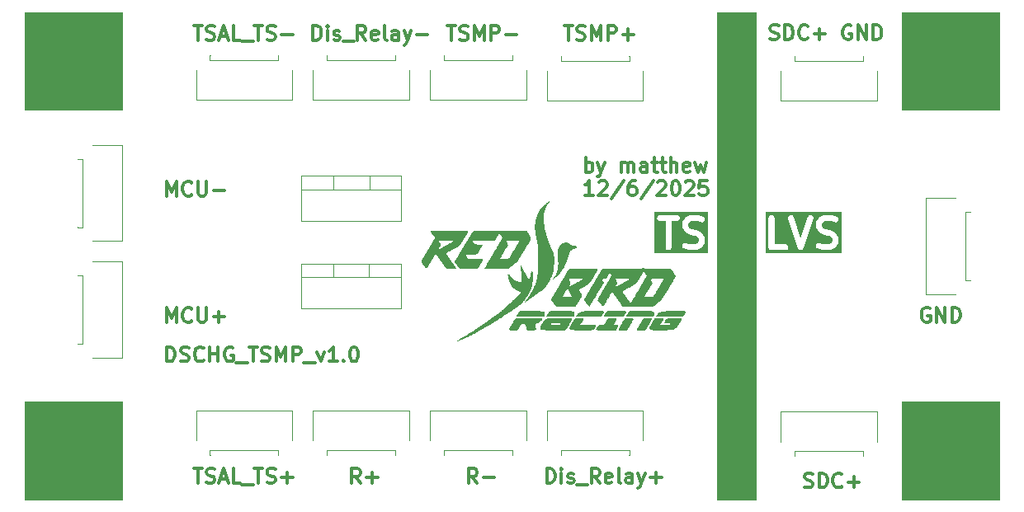
<source format=gbr>
%TF.GenerationSoftware,KiCad,Pcbnew,9.0.2*%
%TF.CreationDate,2025-06-13T16:07:32+08:00*%
%TF.ProjectId,DSCHG_TSMP,44534348-475f-4545-934d-502e6b696361,rev?*%
%TF.SameCoordinates,Original*%
%TF.FileFunction,Legend,Top*%
%TF.FilePolarity,Positive*%
%FSLAX46Y46*%
G04 Gerber Fmt 4.6, Leading zero omitted, Abs format (unit mm)*
G04 Created by KiCad (PCBNEW 9.0.2) date 2025-06-13 16:07:32*
%MOMM*%
%LPD*%
G01*
G04 APERTURE LIST*
%ADD10C,0.100000*%
%ADD11C,0.050000*%
%ADD12C,0.300000*%
%ADD13C,0.600000*%
%ADD14C,0.120000*%
%ADD15C,0.000000*%
G04 APERTURE END LIST*
D10*
X150000000Y-70000000D02*
X160000000Y-70000000D01*
X160000000Y-80000000D01*
X150000000Y-80000000D01*
X150000000Y-70000000D01*
G36*
X150000000Y-70000000D02*
G01*
X160000000Y-70000000D01*
X160000000Y-80000000D01*
X150000000Y-80000000D01*
X150000000Y-70000000D01*
G37*
X150000000Y-110000000D02*
X160000000Y-110000000D01*
X160000000Y-120000000D01*
X150000000Y-120000000D01*
X150000000Y-110000000D01*
G36*
X150000000Y-110000000D02*
G01*
X160000000Y-110000000D01*
X160000000Y-120000000D01*
X150000000Y-120000000D01*
X150000000Y-110000000D01*
G37*
X240000000Y-70000000D02*
X250000000Y-70000000D01*
X250000000Y-80000000D01*
X240000000Y-80000000D01*
X240000000Y-70000000D01*
G36*
X240000000Y-70000000D02*
G01*
X250000000Y-70000000D01*
X250000000Y-80000000D01*
X240000000Y-80000000D01*
X240000000Y-70000000D01*
G37*
D11*
X221000000Y-70000000D02*
X225000000Y-70000000D01*
X225000000Y-120000000D01*
X221000000Y-120000000D01*
X221000000Y-70000000D01*
G36*
X221000000Y-70000000D02*
G01*
X225000000Y-70000000D01*
X225000000Y-120000000D01*
X221000000Y-120000000D01*
X221000000Y-70000000D01*
G37*
D10*
X240000000Y-110000000D02*
X250000000Y-110000000D01*
X250000000Y-120000000D01*
X240000000Y-120000000D01*
X240000000Y-110000000D01*
G36*
X240000000Y-110000000D02*
G01*
X250000000Y-110000000D01*
X250000000Y-120000000D01*
X240000000Y-120000000D01*
X240000000Y-110000000D01*
G37*
D12*
X196411653Y-118340828D02*
X195911653Y-117626542D01*
X195554510Y-118340828D02*
X195554510Y-116840828D01*
X195554510Y-116840828D02*
X196125939Y-116840828D01*
X196125939Y-116840828D02*
X196268796Y-116912257D01*
X196268796Y-116912257D02*
X196340225Y-116983685D01*
X196340225Y-116983685D02*
X196411653Y-117126542D01*
X196411653Y-117126542D02*
X196411653Y-117340828D01*
X196411653Y-117340828D02*
X196340225Y-117483685D01*
X196340225Y-117483685D02*
X196268796Y-117555114D01*
X196268796Y-117555114D02*
X196125939Y-117626542D01*
X196125939Y-117626542D02*
X195554510Y-117626542D01*
X197054510Y-117769400D02*
X198197368Y-117769400D01*
X179554510Y-72840828D02*
X179554510Y-71340828D01*
X179554510Y-71340828D02*
X179911653Y-71340828D01*
X179911653Y-71340828D02*
X180125939Y-71412257D01*
X180125939Y-71412257D02*
X180268796Y-71555114D01*
X180268796Y-71555114D02*
X180340225Y-71697971D01*
X180340225Y-71697971D02*
X180411653Y-71983685D01*
X180411653Y-71983685D02*
X180411653Y-72197971D01*
X180411653Y-72197971D02*
X180340225Y-72483685D01*
X180340225Y-72483685D02*
X180268796Y-72626542D01*
X180268796Y-72626542D02*
X180125939Y-72769400D01*
X180125939Y-72769400D02*
X179911653Y-72840828D01*
X179911653Y-72840828D02*
X179554510Y-72840828D01*
X181054510Y-72840828D02*
X181054510Y-71840828D01*
X181054510Y-71340828D02*
X180983082Y-71412257D01*
X180983082Y-71412257D02*
X181054510Y-71483685D01*
X181054510Y-71483685D02*
X181125939Y-71412257D01*
X181125939Y-71412257D02*
X181054510Y-71340828D01*
X181054510Y-71340828D02*
X181054510Y-71483685D01*
X181697368Y-72769400D02*
X181840225Y-72840828D01*
X181840225Y-72840828D02*
X182125939Y-72840828D01*
X182125939Y-72840828D02*
X182268796Y-72769400D01*
X182268796Y-72769400D02*
X182340225Y-72626542D01*
X182340225Y-72626542D02*
X182340225Y-72555114D01*
X182340225Y-72555114D02*
X182268796Y-72412257D01*
X182268796Y-72412257D02*
X182125939Y-72340828D01*
X182125939Y-72340828D02*
X181911654Y-72340828D01*
X181911654Y-72340828D02*
X181768796Y-72269400D01*
X181768796Y-72269400D02*
X181697368Y-72126542D01*
X181697368Y-72126542D02*
X181697368Y-72055114D01*
X181697368Y-72055114D02*
X181768796Y-71912257D01*
X181768796Y-71912257D02*
X181911654Y-71840828D01*
X181911654Y-71840828D02*
X182125939Y-71840828D01*
X182125939Y-71840828D02*
X182268796Y-71912257D01*
X182625940Y-72983685D02*
X183768797Y-72983685D01*
X184983082Y-72840828D02*
X184483082Y-72126542D01*
X184125939Y-72840828D02*
X184125939Y-71340828D01*
X184125939Y-71340828D02*
X184697368Y-71340828D01*
X184697368Y-71340828D02*
X184840225Y-71412257D01*
X184840225Y-71412257D02*
X184911654Y-71483685D01*
X184911654Y-71483685D02*
X184983082Y-71626542D01*
X184983082Y-71626542D02*
X184983082Y-71840828D01*
X184983082Y-71840828D02*
X184911654Y-71983685D01*
X184911654Y-71983685D02*
X184840225Y-72055114D01*
X184840225Y-72055114D02*
X184697368Y-72126542D01*
X184697368Y-72126542D02*
X184125939Y-72126542D01*
X186197368Y-72769400D02*
X186054511Y-72840828D01*
X186054511Y-72840828D02*
X185768797Y-72840828D01*
X185768797Y-72840828D02*
X185625939Y-72769400D01*
X185625939Y-72769400D02*
X185554511Y-72626542D01*
X185554511Y-72626542D02*
X185554511Y-72055114D01*
X185554511Y-72055114D02*
X185625939Y-71912257D01*
X185625939Y-71912257D02*
X185768797Y-71840828D01*
X185768797Y-71840828D02*
X186054511Y-71840828D01*
X186054511Y-71840828D02*
X186197368Y-71912257D01*
X186197368Y-71912257D02*
X186268797Y-72055114D01*
X186268797Y-72055114D02*
X186268797Y-72197971D01*
X186268797Y-72197971D02*
X185554511Y-72340828D01*
X187125939Y-72840828D02*
X186983082Y-72769400D01*
X186983082Y-72769400D02*
X186911653Y-72626542D01*
X186911653Y-72626542D02*
X186911653Y-71340828D01*
X188340225Y-72840828D02*
X188340225Y-72055114D01*
X188340225Y-72055114D02*
X188268796Y-71912257D01*
X188268796Y-71912257D02*
X188125939Y-71840828D01*
X188125939Y-71840828D02*
X187840225Y-71840828D01*
X187840225Y-71840828D02*
X187697367Y-71912257D01*
X188340225Y-72769400D02*
X188197367Y-72840828D01*
X188197367Y-72840828D02*
X187840225Y-72840828D01*
X187840225Y-72840828D02*
X187697367Y-72769400D01*
X187697367Y-72769400D02*
X187625939Y-72626542D01*
X187625939Y-72626542D02*
X187625939Y-72483685D01*
X187625939Y-72483685D02*
X187697367Y-72340828D01*
X187697367Y-72340828D02*
X187840225Y-72269400D01*
X187840225Y-72269400D02*
X188197367Y-72269400D01*
X188197367Y-72269400D02*
X188340225Y-72197971D01*
X188911653Y-71840828D02*
X189268796Y-72840828D01*
X189625939Y-71840828D02*
X189268796Y-72840828D01*
X189268796Y-72840828D02*
X189125939Y-73197971D01*
X189125939Y-73197971D02*
X189054510Y-73269400D01*
X189054510Y-73269400D02*
X188911653Y-73340828D01*
X190197367Y-72269400D02*
X191340225Y-72269400D01*
X167340225Y-71340828D02*
X168197368Y-71340828D01*
X167768796Y-72840828D02*
X167768796Y-71340828D01*
X168625939Y-72769400D02*
X168840225Y-72840828D01*
X168840225Y-72840828D02*
X169197367Y-72840828D01*
X169197367Y-72840828D02*
X169340225Y-72769400D01*
X169340225Y-72769400D02*
X169411653Y-72697971D01*
X169411653Y-72697971D02*
X169483082Y-72555114D01*
X169483082Y-72555114D02*
X169483082Y-72412257D01*
X169483082Y-72412257D02*
X169411653Y-72269400D01*
X169411653Y-72269400D02*
X169340225Y-72197971D01*
X169340225Y-72197971D02*
X169197367Y-72126542D01*
X169197367Y-72126542D02*
X168911653Y-72055114D01*
X168911653Y-72055114D02*
X168768796Y-71983685D01*
X168768796Y-71983685D02*
X168697367Y-71912257D01*
X168697367Y-71912257D02*
X168625939Y-71769400D01*
X168625939Y-71769400D02*
X168625939Y-71626542D01*
X168625939Y-71626542D02*
X168697367Y-71483685D01*
X168697367Y-71483685D02*
X168768796Y-71412257D01*
X168768796Y-71412257D02*
X168911653Y-71340828D01*
X168911653Y-71340828D02*
X169268796Y-71340828D01*
X169268796Y-71340828D02*
X169483082Y-71412257D01*
X170054510Y-72412257D02*
X170768796Y-72412257D01*
X169911653Y-72840828D02*
X170411653Y-71340828D01*
X170411653Y-71340828D02*
X170911653Y-72840828D01*
X172125938Y-72840828D02*
X171411652Y-72840828D01*
X171411652Y-72840828D02*
X171411652Y-71340828D01*
X172268796Y-72983685D02*
X173411653Y-72983685D01*
X173554510Y-71340828D02*
X174411653Y-71340828D01*
X173983081Y-72840828D02*
X173983081Y-71340828D01*
X174840224Y-72769400D02*
X175054510Y-72840828D01*
X175054510Y-72840828D02*
X175411652Y-72840828D01*
X175411652Y-72840828D02*
X175554510Y-72769400D01*
X175554510Y-72769400D02*
X175625938Y-72697971D01*
X175625938Y-72697971D02*
X175697367Y-72555114D01*
X175697367Y-72555114D02*
X175697367Y-72412257D01*
X175697367Y-72412257D02*
X175625938Y-72269400D01*
X175625938Y-72269400D02*
X175554510Y-72197971D01*
X175554510Y-72197971D02*
X175411652Y-72126542D01*
X175411652Y-72126542D02*
X175125938Y-72055114D01*
X175125938Y-72055114D02*
X174983081Y-71983685D01*
X174983081Y-71983685D02*
X174911652Y-71912257D01*
X174911652Y-71912257D02*
X174840224Y-71769400D01*
X174840224Y-71769400D02*
X174840224Y-71626542D01*
X174840224Y-71626542D02*
X174911652Y-71483685D01*
X174911652Y-71483685D02*
X174983081Y-71412257D01*
X174983081Y-71412257D02*
X175125938Y-71340828D01*
X175125938Y-71340828D02*
X175483081Y-71340828D01*
X175483081Y-71340828D02*
X175697367Y-71412257D01*
X176340223Y-72269400D02*
X177483081Y-72269400D01*
X164554510Y-101840828D02*
X164554510Y-100340828D01*
X164554510Y-100340828D02*
X165054510Y-101412257D01*
X165054510Y-101412257D02*
X165554510Y-100340828D01*
X165554510Y-100340828D02*
X165554510Y-101840828D01*
X167125939Y-101697971D02*
X167054511Y-101769400D01*
X167054511Y-101769400D02*
X166840225Y-101840828D01*
X166840225Y-101840828D02*
X166697368Y-101840828D01*
X166697368Y-101840828D02*
X166483082Y-101769400D01*
X166483082Y-101769400D02*
X166340225Y-101626542D01*
X166340225Y-101626542D02*
X166268796Y-101483685D01*
X166268796Y-101483685D02*
X166197368Y-101197971D01*
X166197368Y-101197971D02*
X166197368Y-100983685D01*
X166197368Y-100983685D02*
X166268796Y-100697971D01*
X166268796Y-100697971D02*
X166340225Y-100555114D01*
X166340225Y-100555114D02*
X166483082Y-100412257D01*
X166483082Y-100412257D02*
X166697368Y-100340828D01*
X166697368Y-100340828D02*
X166840225Y-100340828D01*
X166840225Y-100340828D02*
X167054511Y-100412257D01*
X167054511Y-100412257D02*
X167125939Y-100483685D01*
X167768796Y-100340828D02*
X167768796Y-101555114D01*
X167768796Y-101555114D02*
X167840225Y-101697971D01*
X167840225Y-101697971D02*
X167911654Y-101769400D01*
X167911654Y-101769400D02*
X168054511Y-101840828D01*
X168054511Y-101840828D02*
X168340225Y-101840828D01*
X168340225Y-101840828D02*
X168483082Y-101769400D01*
X168483082Y-101769400D02*
X168554511Y-101697971D01*
X168554511Y-101697971D02*
X168625939Y-101555114D01*
X168625939Y-101555114D02*
X168625939Y-100340828D01*
X169340225Y-101269400D02*
X170483083Y-101269400D01*
X169911654Y-101840828D02*
X169911654Y-100697971D01*
X226483082Y-72729400D02*
X226697368Y-72800828D01*
X226697368Y-72800828D02*
X227054510Y-72800828D01*
X227054510Y-72800828D02*
X227197368Y-72729400D01*
X227197368Y-72729400D02*
X227268796Y-72657971D01*
X227268796Y-72657971D02*
X227340225Y-72515114D01*
X227340225Y-72515114D02*
X227340225Y-72372257D01*
X227340225Y-72372257D02*
X227268796Y-72229400D01*
X227268796Y-72229400D02*
X227197368Y-72157971D01*
X227197368Y-72157971D02*
X227054510Y-72086542D01*
X227054510Y-72086542D02*
X226768796Y-72015114D01*
X226768796Y-72015114D02*
X226625939Y-71943685D01*
X226625939Y-71943685D02*
X226554510Y-71872257D01*
X226554510Y-71872257D02*
X226483082Y-71729400D01*
X226483082Y-71729400D02*
X226483082Y-71586542D01*
X226483082Y-71586542D02*
X226554510Y-71443685D01*
X226554510Y-71443685D02*
X226625939Y-71372257D01*
X226625939Y-71372257D02*
X226768796Y-71300828D01*
X226768796Y-71300828D02*
X227125939Y-71300828D01*
X227125939Y-71300828D02*
X227340225Y-71372257D01*
X227983081Y-72800828D02*
X227983081Y-71300828D01*
X227983081Y-71300828D02*
X228340224Y-71300828D01*
X228340224Y-71300828D02*
X228554510Y-71372257D01*
X228554510Y-71372257D02*
X228697367Y-71515114D01*
X228697367Y-71515114D02*
X228768796Y-71657971D01*
X228768796Y-71657971D02*
X228840224Y-71943685D01*
X228840224Y-71943685D02*
X228840224Y-72157971D01*
X228840224Y-72157971D02*
X228768796Y-72443685D01*
X228768796Y-72443685D02*
X228697367Y-72586542D01*
X228697367Y-72586542D02*
X228554510Y-72729400D01*
X228554510Y-72729400D02*
X228340224Y-72800828D01*
X228340224Y-72800828D02*
X227983081Y-72800828D01*
X230340224Y-72657971D02*
X230268796Y-72729400D01*
X230268796Y-72729400D02*
X230054510Y-72800828D01*
X230054510Y-72800828D02*
X229911653Y-72800828D01*
X229911653Y-72800828D02*
X229697367Y-72729400D01*
X229697367Y-72729400D02*
X229554510Y-72586542D01*
X229554510Y-72586542D02*
X229483081Y-72443685D01*
X229483081Y-72443685D02*
X229411653Y-72157971D01*
X229411653Y-72157971D02*
X229411653Y-71943685D01*
X229411653Y-71943685D02*
X229483081Y-71657971D01*
X229483081Y-71657971D02*
X229554510Y-71515114D01*
X229554510Y-71515114D02*
X229697367Y-71372257D01*
X229697367Y-71372257D02*
X229911653Y-71300828D01*
X229911653Y-71300828D02*
X230054510Y-71300828D01*
X230054510Y-71300828D02*
X230268796Y-71372257D01*
X230268796Y-71372257D02*
X230340224Y-71443685D01*
X230983081Y-72229400D02*
X232125939Y-72229400D01*
X231554510Y-72800828D02*
X231554510Y-71657971D01*
X234768796Y-71372257D02*
X234625939Y-71300828D01*
X234625939Y-71300828D02*
X234411653Y-71300828D01*
X234411653Y-71300828D02*
X234197367Y-71372257D01*
X234197367Y-71372257D02*
X234054510Y-71515114D01*
X234054510Y-71515114D02*
X233983081Y-71657971D01*
X233983081Y-71657971D02*
X233911653Y-71943685D01*
X233911653Y-71943685D02*
X233911653Y-72157971D01*
X233911653Y-72157971D02*
X233983081Y-72443685D01*
X233983081Y-72443685D02*
X234054510Y-72586542D01*
X234054510Y-72586542D02*
X234197367Y-72729400D01*
X234197367Y-72729400D02*
X234411653Y-72800828D01*
X234411653Y-72800828D02*
X234554510Y-72800828D01*
X234554510Y-72800828D02*
X234768796Y-72729400D01*
X234768796Y-72729400D02*
X234840224Y-72657971D01*
X234840224Y-72657971D02*
X234840224Y-72157971D01*
X234840224Y-72157971D02*
X234554510Y-72157971D01*
X235483081Y-72800828D02*
X235483081Y-71300828D01*
X235483081Y-71300828D02*
X236340224Y-72800828D01*
X236340224Y-72800828D02*
X236340224Y-71300828D01*
X237054510Y-72800828D02*
X237054510Y-71300828D01*
X237054510Y-71300828D02*
X237411653Y-71300828D01*
X237411653Y-71300828D02*
X237625939Y-71372257D01*
X237625939Y-71372257D02*
X237768796Y-71515114D01*
X237768796Y-71515114D02*
X237840225Y-71657971D01*
X237840225Y-71657971D02*
X237911653Y-71943685D01*
X237911653Y-71943685D02*
X237911653Y-72157971D01*
X237911653Y-72157971D02*
X237840225Y-72443685D01*
X237840225Y-72443685D02*
X237768796Y-72586542D01*
X237768796Y-72586542D02*
X237625939Y-72729400D01*
X237625939Y-72729400D02*
X237411653Y-72800828D01*
X237411653Y-72800828D02*
X237054510Y-72800828D01*
X184411653Y-118340828D02*
X183911653Y-117626542D01*
X183554510Y-118340828D02*
X183554510Y-116840828D01*
X183554510Y-116840828D02*
X184125939Y-116840828D01*
X184125939Y-116840828D02*
X184268796Y-116912257D01*
X184268796Y-116912257D02*
X184340225Y-116983685D01*
X184340225Y-116983685D02*
X184411653Y-117126542D01*
X184411653Y-117126542D02*
X184411653Y-117340828D01*
X184411653Y-117340828D02*
X184340225Y-117483685D01*
X184340225Y-117483685D02*
X184268796Y-117555114D01*
X184268796Y-117555114D02*
X184125939Y-117626542D01*
X184125939Y-117626542D02*
X183554510Y-117626542D01*
X185054510Y-117769400D02*
X186197368Y-117769400D01*
X185625939Y-118340828D02*
X185625939Y-117197971D01*
X164554510Y-88840828D02*
X164554510Y-87340828D01*
X164554510Y-87340828D02*
X165054510Y-88412257D01*
X165054510Y-88412257D02*
X165554510Y-87340828D01*
X165554510Y-87340828D02*
X165554510Y-88840828D01*
X167125939Y-88697971D02*
X167054511Y-88769400D01*
X167054511Y-88769400D02*
X166840225Y-88840828D01*
X166840225Y-88840828D02*
X166697368Y-88840828D01*
X166697368Y-88840828D02*
X166483082Y-88769400D01*
X166483082Y-88769400D02*
X166340225Y-88626542D01*
X166340225Y-88626542D02*
X166268796Y-88483685D01*
X166268796Y-88483685D02*
X166197368Y-88197971D01*
X166197368Y-88197971D02*
X166197368Y-87983685D01*
X166197368Y-87983685D02*
X166268796Y-87697971D01*
X166268796Y-87697971D02*
X166340225Y-87555114D01*
X166340225Y-87555114D02*
X166483082Y-87412257D01*
X166483082Y-87412257D02*
X166697368Y-87340828D01*
X166697368Y-87340828D02*
X166840225Y-87340828D01*
X166840225Y-87340828D02*
X167054511Y-87412257D01*
X167054511Y-87412257D02*
X167125939Y-87483685D01*
X167768796Y-87340828D02*
X167768796Y-88555114D01*
X167768796Y-88555114D02*
X167840225Y-88697971D01*
X167840225Y-88697971D02*
X167911654Y-88769400D01*
X167911654Y-88769400D02*
X168054511Y-88840828D01*
X168054511Y-88840828D02*
X168340225Y-88840828D01*
X168340225Y-88840828D02*
X168483082Y-88769400D01*
X168483082Y-88769400D02*
X168554511Y-88697971D01*
X168554511Y-88697971D02*
X168625939Y-88555114D01*
X168625939Y-88555114D02*
X168625939Y-87340828D01*
X169340225Y-88269400D02*
X170483083Y-88269400D01*
X242840225Y-100372257D02*
X242697368Y-100300828D01*
X242697368Y-100300828D02*
X242483082Y-100300828D01*
X242483082Y-100300828D02*
X242268796Y-100372257D01*
X242268796Y-100372257D02*
X242125939Y-100515114D01*
X242125939Y-100515114D02*
X242054510Y-100657971D01*
X242054510Y-100657971D02*
X241983082Y-100943685D01*
X241983082Y-100943685D02*
X241983082Y-101157971D01*
X241983082Y-101157971D02*
X242054510Y-101443685D01*
X242054510Y-101443685D02*
X242125939Y-101586542D01*
X242125939Y-101586542D02*
X242268796Y-101729400D01*
X242268796Y-101729400D02*
X242483082Y-101800828D01*
X242483082Y-101800828D02*
X242625939Y-101800828D01*
X242625939Y-101800828D02*
X242840225Y-101729400D01*
X242840225Y-101729400D02*
X242911653Y-101657971D01*
X242911653Y-101657971D02*
X242911653Y-101157971D01*
X242911653Y-101157971D02*
X242625939Y-101157971D01*
X243554510Y-101800828D02*
X243554510Y-100300828D01*
X243554510Y-100300828D02*
X244411653Y-101800828D01*
X244411653Y-101800828D02*
X244411653Y-100300828D01*
X245125939Y-101800828D02*
X245125939Y-100300828D01*
X245125939Y-100300828D02*
X245483082Y-100300828D01*
X245483082Y-100300828D02*
X245697368Y-100372257D01*
X245697368Y-100372257D02*
X245840225Y-100515114D01*
X245840225Y-100515114D02*
X245911654Y-100657971D01*
X245911654Y-100657971D02*
X245983082Y-100943685D01*
X245983082Y-100943685D02*
X245983082Y-101157971D01*
X245983082Y-101157971D02*
X245911654Y-101443685D01*
X245911654Y-101443685D02*
X245840225Y-101586542D01*
X245840225Y-101586542D02*
X245697368Y-101729400D01*
X245697368Y-101729400D02*
X245483082Y-101800828D01*
X245483082Y-101800828D02*
X245125939Y-101800828D01*
X164554510Y-105840828D02*
X164554510Y-104340828D01*
X164554510Y-104340828D02*
X164911653Y-104340828D01*
X164911653Y-104340828D02*
X165125939Y-104412257D01*
X165125939Y-104412257D02*
X165268796Y-104555114D01*
X165268796Y-104555114D02*
X165340225Y-104697971D01*
X165340225Y-104697971D02*
X165411653Y-104983685D01*
X165411653Y-104983685D02*
X165411653Y-105197971D01*
X165411653Y-105197971D02*
X165340225Y-105483685D01*
X165340225Y-105483685D02*
X165268796Y-105626542D01*
X165268796Y-105626542D02*
X165125939Y-105769400D01*
X165125939Y-105769400D02*
X164911653Y-105840828D01*
X164911653Y-105840828D02*
X164554510Y-105840828D01*
X165983082Y-105769400D02*
X166197368Y-105840828D01*
X166197368Y-105840828D02*
X166554510Y-105840828D01*
X166554510Y-105840828D02*
X166697368Y-105769400D01*
X166697368Y-105769400D02*
X166768796Y-105697971D01*
X166768796Y-105697971D02*
X166840225Y-105555114D01*
X166840225Y-105555114D02*
X166840225Y-105412257D01*
X166840225Y-105412257D02*
X166768796Y-105269400D01*
X166768796Y-105269400D02*
X166697368Y-105197971D01*
X166697368Y-105197971D02*
X166554510Y-105126542D01*
X166554510Y-105126542D02*
X166268796Y-105055114D01*
X166268796Y-105055114D02*
X166125939Y-104983685D01*
X166125939Y-104983685D02*
X166054510Y-104912257D01*
X166054510Y-104912257D02*
X165983082Y-104769400D01*
X165983082Y-104769400D02*
X165983082Y-104626542D01*
X165983082Y-104626542D02*
X166054510Y-104483685D01*
X166054510Y-104483685D02*
X166125939Y-104412257D01*
X166125939Y-104412257D02*
X166268796Y-104340828D01*
X166268796Y-104340828D02*
X166625939Y-104340828D01*
X166625939Y-104340828D02*
X166840225Y-104412257D01*
X168340224Y-105697971D02*
X168268796Y-105769400D01*
X168268796Y-105769400D02*
X168054510Y-105840828D01*
X168054510Y-105840828D02*
X167911653Y-105840828D01*
X167911653Y-105840828D02*
X167697367Y-105769400D01*
X167697367Y-105769400D02*
X167554510Y-105626542D01*
X167554510Y-105626542D02*
X167483081Y-105483685D01*
X167483081Y-105483685D02*
X167411653Y-105197971D01*
X167411653Y-105197971D02*
X167411653Y-104983685D01*
X167411653Y-104983685D02*
X167483081Y-104697971D01*
X167483081Y-104697971D02*
X167554510Y-104555114D01*
X167554510Y-104555114D02*
X167697367Y-104412257D01*
X167697367Y-104412257D02*
X167911653Y-104340828D01*
X167911653Y-104340828D02*
X168054510Y-104340828D01*
X168054510Y-104340828D02*
X168268796Y-104412257D01*
X168268796Y-104412257D02*
X168340224Y-104483685D01*
X168983081Y-105840828D02*
X168983081Y-104340828D01*
X168983081Y-105055114D02*
X169840224Y-105055114D01*
X169840224Y-105840828D02*
X169840224Y-104340828D01*
X171340225Y-104412257D02*
X171197368Y-104340828D01*
X171197368Y-104340828D02*
X170983082Y-104340828D01*
X170983082Y-104340828D02*
X170768796Y-104412257D01*
X170768796Y-104412257D02*
X170625939Y-104555114D01*
X170625939Y-104555114D02*
X170554510Y-104697971D01*
X170554510Y-104697971D02*
X170483082Y-104983685D01*
X170483082Y-104983685D02*
X170483082Y-105197971D01*
X170483082Y-105197971D02*
X170554510Y-105483685D01*
X170554510Y-105483685D02*
X170625939Y-105626542D01*
X170625939Y-105626542D02*
X170768796Y-105769400D01*
X170768796Y-105769400D02*
X170983082Y-105840828D01*
X170983082Y-105840828D02*
X171125939Y-105840828D01*
X171125939Y-105840828D02*
X171340225Y-105769400D01*
X171340225Y-105769400D02*
X171411653Y-105697971D01*
X171411653Y-105697971D02*
X171411653Y-105197971D01*
X171411653Y-105197971D02*
X171125939Y-105197971D01*
X171697368Y-105983685D02*
X172840225Y-105983685D01*
X172983082Y-104340828D02*
X173840225Y-104340828D01*
X173411653Y-105840828D02*
X173411653Y-104340828D01*
X174268796Y-105769400D02*
X174483082Y-105840828D01*
X174483082Y-105840828D02*
X174840224Y-105840828D01*
X174840224Y-105840828D02*
X174983082Y-105769400D01*
X174983082Y-105769400D02*
X175054510Y-105697971D01*
X175054510Y-105697971D02*
X175125939Y-105555114D01*
X175125939Y-105555114D02*
X175125939Y-105412257D01*
X175125939Y-105412257D02*
X175054510Y-105269400D01*
X175054510Y-105269400D02*
X174983082Y-105197971D01*
X174983082Y-105197971D02*
X174840224Y-105126542D01*
X174840224Y-105126542D02*
X174554510Y-105055114D01*
X174554510Y-105055114D02*
X174411653Y-104983685D01*
X174411653Y-104983685D02*
X174340224Y-104912257D01*
X174340224Y-104912257D02*
X174268796Y-104769400D01*
X174268796Y-104769400D02*
X174268796Y-104626542D01*
X174268796Y-104626542D02*
X174340224Y-104483685D01*
X174340224Y-104483685D02*
X174411653Y-104412257D01*
X174411653Y-104412257D02*
X174554510Y-104340828D01*
X174554510Y-104340828D02*
X174911653Y-104340828D01*
X174911653Y-104340828D02*
X175125939Y-104412257D01*
X175768795Y-105840828D02*
X175768795Y-104340828D01*
X175768795Y-104340828D02*
X176268795Y-105412257D01*
X176268795Y-105412257D02*
X176768795Y-104340828D01*
X176768795Y-104340828D02*
X176768795Y-105840828D01*
X177483081Y-105840828D02*
X177483081Y-104340828D01*
X177483081Y-104340828D02*
X178054510Y-104340828D01*
X178054510Y-104340828D02*
X178197367Y-104412257D01*
X178197367Y-104412257D02*
X178268796Y-104483685D01*
X178268796Y-104483685D02*
X178340224Y-104626542D01*
X178340224Y-104626542D02*
X178340224Y-104840828D01*
X178340224Y-104840828D02*
X178268796Y-104983685D01*
X178268796Y-104983685D02*
X178197367Y-105055114D01*
X178197367Y-105055114D02*
X178054510Y-105126542D01*
X178054510Y-105126542D02*
X177483081Y-105126542D01*
X178625939Y-105983685D02*
X179768796Y-105983685D01*
X179983081Y-104840828D02*
X180340224Y-105840828D01*
X180340224Y-105840828D02*
X180697367Y-104840828D01*
X182054510Y-105840828D02*
X181197367Y-105840828D01*
X181625938Y-105840828D02*
X181625938Y-104340828D01*
X181625938Y-104340828D02*
X181483081Y-104555114D01*
X181483081Y-104555114D02*
X181340224Y-104697971D01*
X181340224Y-104697971D02*
X181197367Y-104769400D01*
X182697366Y-105697971D02*
X182768795Y-105769400D01*
X182768795Y-105769400D02*
X182697366Y-105840828D01*
X182697366Y-105840828D02*
X182625938Y-105769400D01*
X182625938Y-105769400D02*
X182697366Y-105697971D01*
X182697366Y-105697971D02*
X182697366Y-105840828D01*
X183697367Y-104340828D02*
X183840224Y-104340828D01*
X183840224Y-104340828D02*
X183983081Y-104412257D01*
X183983081Y-104412257D02*
X184054510Y-104483685D01*
X184054510Y-104483685D02*
X184125938Y-104626542D01*
X184125938Y-104626542D02*
X184197367Y-104912257D01*
X184197367Y-104912257D02*
X184197367Y-105269400D01*
X184197367Y-105269400D02*
X184125938Y-105555114D01*
X184125938Y-105555114D02*
X184054510Y-105697971D01*
X184054510Y-105697971D02*
X183983081Y-105769400D01*
X183983081Y-105769400D02*
X183840224Y-105840828D01*
X183840224Y-105840828D02*
X183697367Y-105840828D01*
X183697367Y-105840828D02*
X183554510Y-105769400D01*
X183554510Y-105769400D02*
X183483081Y-105697971D01*
X183483081Y-105697971D02*
X183411652Y-105555114D01*
X183411652Y-105555114D02*
X183340224Y-105269400D01*
X183340224Y-105269400D02*
X183340224Y-104912257D01*
X183340224Y-104912257D02*
X183411652Y-104626542D01*
X183411652Y-104626542D02*
X183483081Y-104483685D01*
X183483081Y-104483685D02*
X183554510Y-104412257D01*
X183554510Y-104412257D02*
X183697367Y-104340828D01*
D13*
G36*
X233813783Y-94734990D02*
G01*
X225975688Y-94734990D01*
X225975688Y-91101657D01*
X226309021Y-91101657D01*
X226309021Y-94101657D01*
X226311588Y-94140815D01*
X226331857Y-94216462D01*
X226371015Y-94284285D01*
X226426393Y-94339663D01*
X226494216Y-94378821D01*
X226569863Y-94399090D01*
X226609021Y-94401657D01*
X228037593Y-94401657D01*
X228076751Y-94399090D01*
X228152398Y-94378821D01*
X228220221Y-94339663D01*
X228275599Y-94284285D01*
X228314757Y-94216462D01*
X228335026Y-94140815D01*
X228335026Y-94062499D01*
X228314757Y-93986852D01*
X228275599Y-93919029D01*
X228220221Y-93863651D01*
X228152398Y-93824493D01*
X228076751Y-93804224D01*
X228037593Y-93801657D01*
X226909021Y-93801657D01*
X226909021Y-91101657D01*
X226907627Y-91080390D01*
X228309776Y-91080390D01*
X228314468Y-91158565D01*
X228324416Y-91196525D01*
X229324416Y-94196526D01*
X229325262Y-94198602D01*
X229325477Y-94199649D01*
X229326629Y-94201954D01*
X229339234Y-94232862D01*
X229350974Y-94250644D01*
X229360501Y-94269697D01*
X229372454Y-94283177D01*
X229382385Y-94298218D01*
X229398326Y-94312354D01*
X229412460Y-94328293D01*
X229427497Y-94338221D01*
X229440981Y-94350178D01*
X229460040Y-94359707D01*
X229477816Y-94371444D01*
X229494907Y-94377141D01*
X229511029Y-94385202D01*
X229531906Y-94389474D01*
X229552113Y-94396210D01*
X229570095Y-94397289D01*
X229587754Y-94400903D01*
X229609027Y-94399625D01*
X229630288Y-94400902D01*
X229647938Y-94397290D01*
X229665929Y-94396210D01*
X229686143Y-94389471D01*
X229707013Y-94385201D01*
X229723128Y-94377143D01*
X229740226Y-94371444D01*
X229758009Y-94359702D01*
X229777061Y-94350177D01*
X229790537Y-94338226D01*
X229805582Y-94328294D01*
X229819720Y-94312349D01*
X229835657Y-94298218D01*
X229845584Y-94283181D01*
X229857541Y-94269698D01*
X229867068Y-94250641D01*
X229878808Y-94232862D01*
X229891410Y-94201958D01*
X229892565Y-94199649D01*
X229892779Y-94198600D01*
X229893626Y-94196525D01*
X230734773Y-91673085D01*
X231166164Y-91673085D01*
X231166164Y-91958800D01*
X231167224Y-91974977D01*
X231166919Y-91980067D01*
X231167859Y-91984662D01*
X231168731Y-91997958D01*
X231176558Y-92027170D01*
X231182620Y-92056792D01*
X231187784Y-92069070D01*
X231189000Y-92073605D01*
X231191551Y-92078024D01*
X231197836Y-92092964D01*
X231340693Y-92378678D01*
X231360501Y-92412554D01*
X231366495Y-92419314D01*
X231371015Y-92427142D01*
X231396889Y-92456646D01*
X231539746Y-92599503D01*
X231569250Y-92625377D01*
X231577077Y-92629896D01*
X231583838Y-92635891D01*
X231617714Y-92655699D01*
X231903429Y-92798556D01*
X231922887Y-92806741D01*
X231927466Y-92809283D01*
X231933633Y-92811261D01*
X231939601Y-92813772D01*
X231944728Y-92814821D01*
X231964832Y-92821271D01*
X232504313Y-92956141D01*
X232717027Y-93062497D01*
X232791036Y-93136507D01*
X232880450Y-93315334D01*
X232880450Y-93459408D01*
X232791036Y-93638234D01*
X232717027Y-93712244D01*
X232538201Y-93801657D01*
X231943419Y-93801657D01*
X231561032Y-93674195D01*
X231523072Y-93664247D01*
X231444897Y-93659555D01*
X231368172Y-93675256D01*
X231298124Y-93710280D01*
X231239528Y-93762240D01*
X231196377Y-93827595D01*
X231171611Y-93901892D01*
X231166919Y-93980067D01*
X231182620Y-94056792D01*
X231217644Y-94126840D01*
X231269604Y-94185436D01*
X231334959Y-94228587D01*
X231371296Y-94243405D01*
X231799867Y-94386262D01*
X231837828Y-94396209D01*
X231846846Y-94396750D01*
X231855578Y-94399090D01*
X231894736Y-94401657D01*
X232609021Y-94401657D01*
X232625197Y-94400596D01*
X232630287Y-94400902D01*
X232634882Y-94399961D01*
X232648179Y-94399090D01*
X232677392Y-94391262D01*
X232707013Y-94385201D01*
X232719291Y-94380036D01*
X232723826Y-94378821D01*
X232728245Y-94376269D01*
X232743185Y-94369985D01*
X233028900Y-94227128D01*
X233062776Y-94207320D01*
X233069537Y-94201324D01*
X233077365Y-94196805D01*
X233106869Y-94170931D01*
X233249726Y-94028073D01*
X233275599Y-93998569D01*
X233280116Y-93990744D01*
X233286113Y-93983982D01*
X233305921Y-93950106D01*
X233448778Y-93664392D01*
X233455062Y-93649452D01*
X233457614Y-93645033D01*
X233458829Y-93640498D01*
X233463994Y-93628220D01*
X233470055Y-93598598D01*
X233477883Y-93569386D01*
X233478754Y-93556090D01*
X233479695Y-93551495D01*
X233479389Y-93546405D01*
X233480450Y-93530228D01*
X233480450Y-93244514D01*
X233479389Y-93228336D01*
X233479695Y-93223247D01*
X233478754Y-93218651D01*
X233477883Y-93205356D01*
X233470055Y-93176143D01*
X233463994Y-93146522D01*
X233458829Y-93134243D01*
X233457614Y-93129709D01*
X233455062Y-93125289D01*
X233448778Y-93110350D01*
X233305921Y-92824636D01*
X233286113Y-92790760D01*
X233280116Y-92783997D01*
X233275599Y-92776173D01*
X233249726Y-92746669D01*
X233106869Y-92603811D01*
X233077365Y-92577937D01*
X233069537Y-92573417D01*
X233062776Y-92567422D01*
X233028900Y-92547614D01*
X232743185Y-92404757D01*
X232723726Y-92396571D01*
X232719148Y-92394030D01*
X232712980Y-92392051D01*
X232707013Y-92389541D01*
X232701885Y-92388491D01*
X232681782Y-92382042D01*
X232142299Y-92247171D01*
X231929585Y-92140814D01*
X231855577Y-92066806D01*
X231766164Y-91887980D01*
X231766164Y-91743905D01*
X231855577Y-91565079D01*
X231929585Y-91491070D01*
X232108413Y-91401657D01*
X232703195Y-91401657D01*
X233085581Y-91529119D01*
X233123542Y-91539066D01*
X233201716Y-91543759D01*
X233278442Y-91528058D01*
X233348490Y-91493034D01*
X233407086Y-91441074D01*
X233450237Y-91375719D01*
X233475002Y-91301422D01*
X233479695Y-91223247D01*
X233463994Y-91146522D01*
X233428970Y-91076473D01*
X233377010Y-91017877D01*
X233311654Y-90974727D01*
X233275318Y-90959909D01*
X232846746Y-90817052D01*
X232808786Y-90807104D01*
X232799763Y-90806562D01*
X232791036Y-90804224D01*
X232751878Y-90801657D01*
X232037593Y-90801657D01*
X232021416Y-90802717D01*
X232016327Y-90802412D01*
X232011731Y-90803352D01*
X231998435Y-90804224D01*
X231969221Y-90812051D01*
X231939601Y-90818113D01*
X231927322Y-90823277D01*
X231922788Y-90824493D01*
X231918368Y-90827044D01*
X231903429Y-90833329D01*
X231617714Y-90976186D01*
X231583838Y-90995994D01*
X231577077Y-91001988D01*
X231569250Y-91006508D01*
X231539746Y-91032382D01*
X231396889Y-91175239D01*
X231371015Y-91204743D01*
X231366495Y-91212570D01*
X231360501Y-91219331D01*
X231340693Y-91253207D01*
X231197836Y-91538921D01*
X231191551Y-91553860D01*
X231189000Y-91558280D01*
X231187784Y-91562814D01*
X231182620Y-91575093D01*
X231176558Y-91604714D01*
X231168731Y-91633927D01*
X231167859Y-91647222D01*
X231166919Y-91651818D01*
X231167224Y-91656907D01*
X231166164Y-91673085D01*
X230734773Y-91673085D01*
X230893626Y-91196525D01*
X230903574Y-91158565D01*
X230908266Y-91080390D01*
X230892565Y-91003665D01*
X230857541Y-90933616D01*
X230805582Y-90875020D01*
X230740226Y-90831870D01*
X230665929Y-90807104D01*
X230587754Y-90802411D01*
X230511029Y-90818112D01*
X230440981Y-90853136D01*
X230382385Y-90905096D01*
X230339234Y-90970452D01*
X230324416Y-91006788D01*
X229609020Y-93152973D01*
X228893626Y-91006789D01*
X228878808Y-90970452D01*
X228835657Y-90905096D01*
X228777061Y-90853137D01*
X228707013Y-90818113D01*
X228630288Y-90802412D01*
X228552113Y-90807104D01*
X228477816Y-90831870D01*
X228412460Y-90875021D01*
X228360501Y-90933617D01*
X228325477Y-91003665D01*
X228309776Y-91080390D01*
X226907627Y-91080390D01*
X226906454Y-91062499D01*
X226886185Y-90986852D01*
X226847027Y-90919029D01*
X226791649Y-90863651D01*
X226723826Y-90824493D01*
X226648179Y-90804224D01*
X226569863Y-90804224D01*
X226494216Y-90824493D01*
X226426393Y-90863651D01*
X226371015Y-90919029D01*
X226331857Y-90986852D01*
X226311588Y-91062499D01*
X226309021Y-91101657D01*
X225975688Y-91101657D01*
X225975688Y-90468324D01*
X233813783Y-90468324D01*
X233813783Y-94734990D01*
G37*
G36*
X220099497Y-94734990D02*
G01*
X214549684Y-94734990D01*
X214549684Y-91062499D01*
X214883017Y-91062499D01*
X214883017Y-91140815D01*
X214903286Y-91216462D01*
X214942444Y-91284285D01*
X214997822Y-91339663D01*
X215065645Y-91378821D01*
X215141292Y-91399090D01*
X215180450Y-91401657D01*
X215737593Y-91401657D01*
X215737593Y-94101657D01*
X215740160Y-94140815D01*
X215760429Y-94216462D01*
X215799587Y-94284285D01*
X215854965Y-94339663D01*
X215922788Y-94378821D01*
X215998435Y-94399090D01*
X216076751Y-94399090D01*
X216152398Y-94378821D01*
X216220221Y-94339663D01*
X216275599Y-94284285D01*
X216314757Y-94216462D01*
X216335026Y-94140815D01*
X216337593Y-94101657D01*
X216337593Y-91673085D01*
X217451878Y-91673085D01*
X217451878Y-91958800D01*
X217452938Y-91974977D01*
X217452633Y-91980067D01*
X217453573Y-91984662D01*
X217454445Y-91997958D01*
X217462272Y-92027170D01*
X217468334Y-92056792D01*
X217473498Y-92069070D01*
X217474714Y-92073605D01*
X217477265Y-92078024D01*
X217483550Y-92092964D01*
X217626407Y-92378678D01*
X217646215Y-92412554D01*
X217652209Y-92419314D01*
X217656729Y-92427142D01*
X217682603Y-92456646D01*
X217825460Y-92599503D01*
X217854964Y-92625377D01*
X217862791Y-92629896D01*
X217869552Y-92635891D01*
X217903428Y-92655699D01*
X218189143Y-92798556D01*
X218208601Y-92806741D01*
X218213180Y-92809283D01*
X218219347Y-92811261D01*
X218225315Y-92813772D01*
X218230442Y-92814821D01*
X218250546Y-92821271D01*
X218790027Y-92956141D01*
X219002741Y-93062497D01*
X219076750Y-93136507D01*
X219166164Y-93315334D01*
X219166164Y-93459408D01*
X219076750Y-93638234D01*
X219002741Y-93712244D01*
X218823915Y-93801657D01*
X218229133Y-93801657D01*
X217846746Y-93674195D01*
X217808786Y-93664247D01*
X217730611Y-93659555D01*
X217653886Y-93675256D01*
X217583838Y-93710280D01*
X217525242Y-93762240D01*
X217482091Y-93827595D01*
X217457325Y-93901892D01*
X217452633Y-93980067D01*
X217468334Y-94056792D01*
X217503358Y-94126840D01*
X217555318Y-94185436D01*
X217620673Y-94228587D01*
X217657010Y-94243405D01*
X218085581Y-94386262D01*
X218123542Y-94396209D01*
X218132560Y-94396750D01*
X218141292Y-94399090D01*
X218180450Y-94401657D01*
X218894735Y-94401657D01*
X218910911Y-94400596D01*
X218916001Y-94400902D01*
X218920596Y-94399961D01*
X218933893Y-94399090D01*
X218963106Y-94391262D01*
X218992727Y-94385201D01*
X219005005Y-94380036D01*
X219009540Y-94378821D01*
X219013959Y-94376269D01*
X219028899Y-94369985D01*
X219314614Y-94227128D01*
X219348490Y-94207320D01*
X219355251Y-94201324D01*
X219363079Y-94196805D01*
X219392583Y-94170931D01*
X219535440Y-94028073D01*
X219561313Y-93998569D01*
X219565830Y-93990744D01*
X219571827Y-93983982D01*
X219591635Y-93950106D01*
X219734492Y-93664392D01*
X219740776Y-93649452D01*
X219743328Y-93645033D01*
X219744543Y-93640498D01*
X219749708Y-93628220D01*
X219755769Y-93598598D01*
X219763597Y-93569386D01*
X219764468Y-93556090D01*
X219765409Y-93551495D01*
X219765103Y-93546405D01*
X219766164Y-93530228D01*
X219766164Y-93244514D01*
X219765103Y-93228336D01*
X219765409Y-93223247D01*
X219764468Y-93218651D01*
X219763597Y-93205356D01*
X219755769Y-93176143D01*
X219749708Y-93146522D01*
X219744543Y-93134243D01*
X219743328Y-93129709D01*
X219740776Y-93125289D01*
X219734492Y-93110350D01*
X219591635Y-92824636D01*
X219571827Y-92790760D01*
X219565830Y-92783997D01*
X219561313Y-92776173D01*
X219535440Y-92746669D01*
X219392583Y-92603811D01*
X219363079Y-92577937D01*
X219355251Y-92573417D01*
X219348490Y-92567422D01*
X219314614Y-92547614D01*
X219028899Y-92404757D01*
X219009440Y-92396571D01*
X219004862Y-92394030D01*
X218998694Y-92392051D01*
X218992727Y-92389541D01*
X218987599Y-92388491D01*
X218967496Y-92382042D01*
X218428013Y-92247171D01*
X218215299Y-92140814D01*
X218141291Y-92066806D01*
X218051878Y-91887980D01*
X218051878Y-91743905D01*
X218141291Y-91565079D01*
X218215299Y-91491070D01*
X218394127Y-91401657D01*
X218988909Y-91401657D01*
X219371295Y-91529119D01*
X219409256Y-91539066D01*
X219487430Y-91543759D01*
X219564156Y-91528058D01*
X219634204Y-91493034D01*
X219692800Y-91441074D01*
X219735951Y-91375719D01*
X219760716Y-91301422D01*
X219765409Y-91223247D01*
X219749708Y-91146522D01*
X219714684Y-91076473D01*
X219662724Y-91017877D01*
X219597368Y-90974727D01*
X219561032Y-90959909D01*
X219132460Y-90817052D01*
X219094500Y-90807104D01*
X219085477Y-90806562D01*
X219076750Y-90804224D01*
X219037592Y-90801657D01*
X218323307Y-90801657D01*
X218307130Y-90802717D01*
X218302041Y-90802412D01*
X218297445Y-90803352D01*
X218284149Y-90804224D01*
X218254935Y-90812051D01*
X218225315Y-90818113D01*
X218213036Y-90823277D01*
X218208502Y-90824493D01*
X218204082Y-90827044D01*
X218189143Y-90833329D01*
X217903428Y-90976186D01*
X217869552Y-90995994D01*
X217862791Y-91001988D01*
X217854964Y-91006508D01*
X217825460Y-91032382D01*
X217682603Y-91175239D01*
X217656729Y-91204743D01*
X217652209Y-91212570D01*
X217646215Y-91219331D01*
X217626407Y-91253207D01*
X217483550Y-91538921D01*
X217477265Y-91553860D01*
X217474714Y-91558280D01*
X217473498Y-91562814D01*
X217468334Y-91575093D01*
X217462272Y-91604714D01*
X217454445Y-91633927D01*
X217453573Y-91647222D01*
X217452633Y-91651818D01*
X217452938Y-91656907D01*
X217451878Y-91673085D01*
X216337593Y-91673085D01*
X216337593Y-91401657D01*
X216894736Y-91401657D01*
X216933894Y-91399090D01*
X217009541Y-91378821D01*
X217077364Y-91339663D01*
X217132742Y-91284285D01*
X217171900Y-91216462D01*
X217192169Y-91140815D01*
X217192169Y-91062499D01*
X217171900Y-90986852D01*
X217132742Y-90919029D01*
X217077364Y-90863651D01*
X217009541Y-90824493D01*
X216933894Y-90804224D01*
X216894736Y-90801657D01*
X215180450Y-90801657D01*
X215141292Y-90804224D01*
X215065645Y-90824493D01*
X214997822Y-90863651D01*
X214942444Y-90919029D01*
X214903286Y-90986852D01*
X214883017Y-91062499D01*
X214549684Y-91062499D01*
X214549684Y-90468324D01*
X220099497Y-90468324D01*
X220099497Y-94734990D01*
G37*
D12*
X193340225Y-71340828D02*
X194197368Y-71340828D01*
X193768796Y-72840828D02*
X193768796Y-71340828D01*
X194625939Y-72769400D02*
X194840225Y-72840828D01*
X194840225Y-72840828D02*
X195197367Y-72840828D01*
X195197367Y-72840828D02*
X195340225Y-72769400D01*
X195340225Y-72769400D02*
X195411653Y-72697971D01*
X195411653Y-72697971D02*
X195483082Y-72555114D01*
X195483082Y-72555114D02*
X195483082Y-72412257D01*
X195483082Y-72412257D02*
X195411653Y-72269400D01*
X195411653Y-72269400D02*
X195340225Y-72197971D01*
X195340225Y-72197971D02*
X195197367Y-72126542D01*
X195197367Y-72126542D02*
X194911653Y-72055114D01*
X194911653Y-72055114D02*
X194768796Y-71983685D01*
X194768796Y-71983685D02*
X194697367Y-71912257D01*
X194697367Y-71912257D02*
X194625939Y-71769400D01*
X194625939Y-71769400D02*
X194625939Y-71626542D01*
X194625939Y-71626542D02*
X194697367Y-71483685D01*
X194697367Y-71483685D02*
X194768796Y-71412257D01*
X194768796Y-71412257D02*
X194911653Y-71340828D01*
X194911653Y-71340828D02*
X195268796Y-71340828D01*
X195268796Y-71340828D02*
X195483082Y-71412257D01*
X196125938Y-72840828D02*
X196125938Y-71340828D01*
X196125938Y-71340828D02*
X196625938Y-72412257D01*
X196625938Y-72412257D02*
X197125938Y-71340828D01*
X197125938Y-71340828D02*
X197125938Y-72840828D01*
X197840224Y-72840828D02*
X197840224Y-71340828D01*
X197840224Y-71340828D02*
X198411653Y-71340828D01*
X198411653Y-71340828D02*
X198554510Y-71412257D01*
X198554510Y-71412257D02*
X198625939Y-71483685D01*
X198625939Y-71483685D02*
X198697367Y-71626542D01*
X198697367Y-71626542D02*
X198697367Y-71840828D01*
X198697367Y-71840828D02*
X198625939Y-71983685D01*
X198625939Y-71983685D02*
X198554510Y-72055114D01*
X198554510Y-72055114D02*
X198411653Y-72126542D01*
X198411653Y-72126542D02*
X197840224Y-72126542D01*
X199340224Y-72269400D02*
X200483082Y-72269400D01*
X205340225Y-71340828D02*
X206197368Y-71340828D01*
X205768796Y-72840828D02*
X205768796Y-71340828D01*
X206625939Y-72769400D02*
X206840225Y-72840828D01*
X206840225Y-72840828D02*
X207197367Y-72840828D01*
X207197367Y-72840828D02*
X207340225Y-72769400D01*
X207340225Y-72769400D02*
X207411653Y-72697971D01*
X207411653Y-72697971D02*
X207483082Y-72555114D01*
X207483082Y-72555114D02*
X207483082Y-72412257D01*
X207483082Y-72412257D02*
X207411653Y-72269400D01*
X207411653Y-72269400D02*
X207340225Y-72197971D01*
X207340225Y-72197971D02*
X207197367Y-72126542D01*
X207197367Y-72126542D02*
X206911653Y-72055114D01*
X206911653Y-72055114D02*
X206768796Y-71983685D01*
X206768796Y-71983685D02*
X206697367Y-71912257D01*
X206697367Y-71912257D02*
X206625939Y-71769400D01*
X206625939Y-71769400D02*
X206625939Y-71626542D01*
X206625939Y-71626542D02*
X206697367Y-71483685D01*
X206697367Y-71483685D02*
X206768796Y-71412257D01*
X206768796Y-71412257D02*
X206911653Y-71340828D01*
X206911653Y-71340828D02*
X207268796Y-71340828D01*
X207268796Y-71340828D02*
X207483082Y-71412257D01*
X208125938Y-72840828D02*
X208125938Y-71340828D01*
X208125938Y-71340828D02*
X208625938Y-72412257D01*
X208625938Y-72412257D02*
X209125938Y-71340828D01*
X209125938Y-71340828D02*
X209125938Y-72840828D01*
X209840224Y-72840828D02*
X209840224Y-71340828D01*
X209840224Y-71340828D02*
X210411653Y-71340828D01*
X210411653Y-71340828D02*
X210554510Y-71412257D01*
X210554510Y-71412257D02*
X210625939Y-71483685D01*
X210625939Y-71483685D02*
X210697367Y-71626542D01*
X210697367Y-71626542D02*
X210697367Y-71840828D01*
X210697367Y-71840828D02*
X210625939Y-71983685D01*
X210625939Y-71983685D02*
X210554510Y-72055114D01*
X210554510Y-72055114D02*
X210411653Y-72126542D01*
X210411653Y-72126542D02*
X209840224Y-72126542D01*
X211340224Y-72269400D02*
X212483082Y-72269400D01*
X211911653Y-72840828D02*
X211911653Y-71697971D01*
X229983082Y-118729400D02*
X230197368Y-118800828D01*
X230197368Y-118800828D02*
X230554510Y-118800828D01*
X230554510Y-118800828D02*
X230697368Y-118729400D01*
X230697368Y-118729400D02*
X230768796Y-118657971D01*
X230768796Y-118657971D02*
X230840225Y-118515114D01*
X230840225Y-118515114D02*
X230840225Y-118372257D01*
X230840225Y-118372257D02*
X230768796Y-118229400D01*
X230768796Y-118229400D02*
X230697368Y-118157971D01*
X230697368Y-118157971D02*
X230554510Y-118086542D01*
X230554510Y-118086542D02*
X230268796Y-118015114D01*
X230268796Y-118015114D02*
X230125939Y-117943685D01*
X230125939Y-117943685D02*
X230054510Y-117872257D01*
X230054510Y-117872257D02*
X229983082Y-117729400D01*
X229983082Y-117729400D02*
X229983082Y-117586542D01*
X229983082Y-117586542D02*
X230054510Y-117443685D01*
X230054510Y-117443685D02*
X230125939Y-117372257D01*
X230125939Y-117372257D02*
X230268796Y-117300828D01*
X230268796Y-117300828D02*
X230625939Y-117300828D01*
X230625939Y-117300828D02*
X230840225Y-117372257D01*
X231483081Y-118800828D02*
X231483081Y-117300828D01*
X231483081Y-117300828D02*
X231840224Y-117300828D01*
X231840224Y-117300828D02*
X232054510Y-117372257D01*
X232054510Y-117372257D02*
X232197367Y-117515114D01*
X232197367Y-117515114D02*
X232268796Y-117657971D01*
X232268796Y-117657971D02*
X232340224Y-117943685D01*
X232340224Y-117943685D02*
X232340224Y-118157971D01*
X232340224Y-118157971D02*
X232268796Y-118443685D01*
X232268796Y-118443685D02*
X232197367Y-118586542D01*
X232197367Y-118586542D02*
X232054510Y-118729400D01*
X232054510Y-118729400D02*
X231840224Y-118800828D01*
X231840224Y-118800828D02*
X231483081Y-118800828D01*
X233840224Y-118657971D02*
X233768796Y-118729400D01*
X233768796Y-118729400D02*
X233554510Y-118800828D01*
X233554510Y-118800828D02*
X233411653Y-118800828D01*
X233411653Y-118800828D02*
X233197367Y-118729400D01*
X233197367Y-118729400D02*
X233054510Y-118586542D01*
X233054510Y-118586542D02*
X232983081Y-118443685D01*
X232983081Y-118443685D02*
X232911653Y-118157971D01*
X232911653Y-118157971D02*
X232911653Y-117943685D01*
X232911653Y-117943685D02*
X232983081Y-117657971D01*
X232983081Y-117657971D02*
X233054510Y-117515114D01*
X233054510Y-117515114D02*
X233197367Y-117372257D01*
X233197367Y-117372257D02*
X233411653Y-117300828D01*
X233411653Y-117300828D02*
X233554510Y-117300828D01*
X233554510Y-117300828D02*
X233768796Y-117372257D01*
X233768796Y-117372257D02*
X233840224Y-117443685D01*
X234483081Y-118229400D02*
X235625939Y-118229400D01*
X235054510Y-118800828D02*
X235054510Y-117657971D01*
X167340225Y-116840828D02*
X168197368Y-116840828D01*
X167768796Y-118340828D02*
X167768796Y-116840828D01*
X168625939Y-118269400D02*
X168840225Y-118340828D01*
X168840225Y-118340828D02*
X169197367Y-118340828D01*
X169197367Y-118340828D02*
X169340225Y-118269400D01*
X169340225Y-118269400D02*
X169411653Y-118197971D01*
X169411653Y-118197971D02*
X169483082Y-118055114D01*
X169483082Y-118055114D02*
X169483082Y-117912257D01*
X169483082Y-117912257D02*
X169411653Y-117769400D01*
X169411653Y-117769400D02*
X169340225Y-117697971D01*
X169340225Y-117697971D02*
X169197367Y-117626542D01*
X169197367Y-117626542D02*
X168911653Y-117555114D01*
X168911653Y-117555114D02*
X168768796Y-117483685D01*
X168768796Y-117483685D02*
X168697367Y-117412257D01*
X168697367Y-117412257D02*
X168625939Y-117269400D01*
X168625939Y-117269400D02*
X168625939Y-117126542D01*
X168625939Y-117126542D02*
X168697367Y-116983685D01*
X168697367Y-116983685D02*
X168768796Y-116912257D01*
X168768796Y-116912257D02*
X168911653Y-116840828D01*
X168911653Y-116840828D02*
X169268796Y-116840828D01*
X169268796Y-116840828D02*
X169483082Y-116912257D01*
X170054510Y-117912257D02*
X170768796Y-117912257D01*
X169911653Y-118340828D02*
X170411653Y-116840828D01*
X170411653Y-116840828D02*
X170911653Y-118340828D01*
X172125938Y-118340828D02*
X171411652Y-118340828D01*
X171411652Y-118340828D02*
X171411652Y-116840828D01*
X172268796Y-118483685D02*
X173411653Y-118483685D01*
X173554510Y-116840828D02*
X174411653Y-116840828D01*
X173983081Y-118340828D02*
X173983081Y-116840828D01*
X174840224Y-118269400D02*
X175054510Y-118340828D01*
X175054510Y-118340828D02*
X175411652Y-118340828D01*
X175411652Y-118340828D02*
X175554510Y-118269400D01*
X175554510Y-118269400D02*
X175625938Y-118197971D01*
X175625938Y-118197971D02*
X175697367Y-118055114D01*
X175697367Y-118055114D02*
X175697367Y-117912257D01*
X175697367Y-117912257D02*
X175625938Y-117769400D01*
X175625938Y-117769400D02*
X175554510Y-117697971D01*
X175554510Y-117697971D02*
X175411652Y-117626542D01*
X175411652Y-117626542D02*
X175125938Y-117555114D01*
X175125938Y-117555114D02*
X174983081Y-117483685D01*
X174983081Y-117483685D02*
X174911652Y-117412257D01*
X174911652Y-117412257D02*
X174840224Y-117269400D01*
X174840224Y-117269400D02*
X174840224Y-117126542D01*
X174840224Y-117126542D02*
X174911652Y-116983685D01*
X174911652Y-116983685D02*
X174983081Y-116912257D01*
X174983081Y-116912257D02*
X175125938Y-116840828D01*
X175125938Y-116840828D02*
X175483081Y-116840828D01*
X175483081Y-116840828D02*
X175697367Y-116912257D01*
X176340223Y-117769400D02*
X177483081Y-117769400D01*
X176911652Y-118340828D02*
X176911652Y-117197971D01*
X203554510Y-118340828D02*
X203554510Y-116840828D01*
X203554510Y-116840828D02*
X203911653Y-116840828D01*
X203911653Y-116840828D02*
X204125939Y-116912257D01*
X204125939Y-116912257D02*
X204268796Y-117055114D01*
X204268796Y-117055114D02*
X204340225Y-117197971D01*
X204340225Y-117197971D02*
X204411653Y-117483685D01*
X204411653Y-117483685D02*
X204411653Y-117697971D01*
X204411653Y-117697971D02*
X204340225Y-117983685D01*
X204340225Y-117983685D02*
X204268796Y-118126542D01*
X204268796Y-118126542D02*
X204125939Y-118269400D01*
X204125939Y-118269400D02*
X203911653Y-118340828D01*
X203911653Y-118340828D02*
X203554510Y-118340828D01*
X205054510Y-118340828D02*
X205054510Y-117340828D01*
X205054510Y-116840828D02*
X204983082Y-116912257D01*
X204983082Y-116912257D02*
X205054510Y-116983685D01*
X205054510Y-116983685D02*
X205125939Y-116912257D01*
X205125939Y-116912257D02*
X205054510Y-116840828D01*
X205054510Y-116840828D02*
X205054510Y-116983685D01*
X205697368Y-118269400D02*
X205840225Y-118340828D01*
X205840225Y-118340828D02*
X206125939Y-118340828D01*
X206125939Y-118340828D02*
X206268796Y-118269400D01*
X206268796Y-118269400D02*
X206340225Y-118126542D01*
X206340225Y-118126542D02*
X206340225Y-118055114D01*
X206340225Y-118055114D02*
X206268796Y-117912257D01*
X206268796Y-117912257D02*
X206125939Y-117840828D01*
X206125939Y-117840828D02*
X205911654Y-117840828D01*
X205911654Y-117840828D02*
X205768796Y-117769400D01*
X205768796Y-117769400D02*
X205697368Y-117626542D01*
X205697368Y-117626542D02*
X205697368Y-117555114D01*
X205697368Y-117555114D02*
X205768796Y-117412257D01*
X205768796Y-117412257D02*
X205911654Y-117340828D01*
X205911654Y-117340828D02*
X206125939Y-117340828D01*
X206125939Y-117340828D02*
X206268796Y-117412257D01*
X206625940Y-118483685D02*
X207768797Y-118483685D01*
X208983082Y-118340828D02*
X208483082Y-117626542D01*
X208125939Y-118340828D02*
X208125939Y-116840828D01*
X208125939Y-116840828D02*
X208697368Y-116840828D01*
X208697368Y-116840828D02*
X208840225Y-116912257D01*
X208840225Y-116912257D02*
X208911654Y-116983685D01*
X208911654Y-116983685D02*
X208983082Y-117126542D01*
X208983082Y-117126542D02*
X208983082Y-117340828D01*
X208983082Y-117340828D02*
X208911654Y-117483685D01*
X208911654Y-117483685D02*
X208840225Y-117555114D01*
X208840225Y-117555114D02*
X208697368Y-117626542D01*
X208697368Y-117626542D02*
X208125939Y-117626542D01*
X210197368Y-118269400D02*
X210054511Y-118340828D01*
X210054511Y-118340828D02*
X209768797Y-118340828D01*
X209768797Y-118340828D02*
X209625939Y-118269400D01*
X209625939Y-118269400D02*
X209554511Y-118126542D01*
X209554511Y-118126542D02*
X209554511Y-117555114D01*
X209554511Y-117555114D02*
X209625939Y-117412257D01*
X209625939Y-117412257D02*
X209768797Y-117340828D01*
X209768797Y-117340828D02*
X210054511Y-117340828D01*
X210054511Y-117340828D02*
X210197368Y-117412257D01*
X210197368Y-117412257D02*
X210268797Y-117555114D01*
X210268797Y-117555114D02*
X210268797Y-117697971D01*
X210268797Y-117697971D02*
X209554511Y-117840828D01*
X211125939Y-118340828D02*
X210983082Y-118269400D01*
X210983082Y-118269400D02*
X210911653Y-118126542D01*
X210911653Y-118126542D02*
X210911653Y-116840828D01*
X212340225Y-118340828D02*
X212340225Y-117555114D01*
X212340225Y-117555114D02*
X212268796Y-117412257D01*
X212268796Y-117412257D02*
X212125939Y-117340828D01*
X212125939Y-117340828D02*
X211840225Y-117340828D01*
X211840225Y-117340828D02*
X211697367Y-117412257D01*
X212340225Y-118269400D02*
X212197367Y-118340828D01*
X212197367Y-118340828D02*
X211840225Y-118340828D01*
X211840225Y-118340828D02*
X211697367Y-118269400D01*
X211697367Y-118269400D02*
X211625939Y-118126542D01*
X211625939Y-118126542D02*
X211625939Y-117983685D01*
X211625939Y-117983685D02*
X211697367Y-117840828D01*
X211697367Y-117840828D02*
X211840225Y-117769400D01*
X211840225Y-117769400D02*
X212197367Y-117769400D01*
X212197367Y-117769400D02*
X212340225Y-117697971D01*
X212911653Y-117340828D02*
X213268796Y-118340828D01*
X213625939Y-117340828D02*
X213268796Y-118340828D01*
X213268796Y-118340828D02*
X213125939Y-118697971D01*
X213125939Y-118697971D02*
X213054510Y-118769400D01*
X213054510Y-118769400D02*
X212911653Y-118840828D01*
X214197367Y-117769400D02*
X215340225Y-117769400D01*
X214768796Y-118340828D02*
X214768796Y-117197971D01*
X207554510Y-86385912D02*
X207554510Y-84885912D01*
X207554510Y-85457341D02*
X207697368Y-85385912D01*
X207697368Y-85385912D02*
X207983082Y-85385912D01*
X207983082Y-85385912D02*
X208125939Y-85457341D01*
X208125939Y-85457341D02*
X208197368Y-85528769D01*
X208197368Y-85528769D02*
X208268796Y-85671626D01*
X208268796Y-85671626D02*
X208268796Y-86100198D01*
X208268796Y-86100198D02*
X208197368Y-86243055D01*
X208197368Y-86243055D02*
X208125939Y-86314484D01*
X208125939Y-86314484D02*
X207983082Y-86385912D01*
X207983082Y-86385912D02*
X207697368Y-86385912D01*
X207697368Y-86385912D02*
X207554510Y-86314484D01*
X208768796Y-85385912D02*
X209125939Y-86385912D01*
X209483082Y-85385912D02*
X209125939Y-86385912D01*
X209125939Y-86385912D02*
X208983082Y-86743055D01*
X208983082Y-86743055D02*
X208911653Y-86814484D01*
X208911653Y-86814484D02*
X208768796Y-86885912D01*
X211197367Y-86385912D02*
X211197367Y-85385912D01*
X211197367Y-85528769D02*
X211268796Y-85457341D01*
X211268796Y-85457341D02*
X211411653Y-85385912D01*
X211411653Y-85385912D02*
X211625939Y-85385912D01*
X211625939Y-85385912D02*
X211768796Y-85457341D01*
X211768796Y-85457341D02*
X211840225Y-85600198D01*
X211840225Y-85600198D02*
X211840225Y-86385912D01*
X211840225Y-85600198D02*
X211911653Y-85457341D01*
X211911653Y-85457341D02*
X212054510Y-85385912D01*
X212054510Y-85385912D02*
X212268796Y-85385912D01*
X212268796Y-85385912D02*
X212411653Y-85457341D01*
X212411653Y-85457341D02*
X212483082Y-85600198D01*
X212483082Y-85600198D02*
X212483082Y-86385912D01*
X213840225Y-86385912D02*
X213840225Y-85600198D01*
X213840225Y-85600198D02*
X213768796Y-85457341D01*
X213768796Y-85457341D02*
X213625939Y-85385912D01*
X213625939Y-85385912D02*
X213340225Y-85385912D01*
X213340225Y-85385912D02*
X213197367Y-85457341D01*
X213840225Y-86314484D02*
X213697367Y-86385912D01*
X213697367Y-86385912D02*
X213340225Y-86385912D01*
X213340225Y-86385912D02*
X213197367Y-86314484D01*
X213197367Y-86314484D02*
X213125939Y-86171626D01*
X213125939Y-86171626D02*
X213125939Y-86028769D01*
X213125939Y-86028769D02*
X213197367Y-85885912D01*
X213197367Y-85885912D02*
X213340225Y-85814484D01*
X213340225Y-85814484D02*
X213697367Y-85814484D01*
X213697367Y-85814484D02*
X213840225Y-85743055D01*
X214340225Y-85385912D02*
X214911653Y-85385912D01*
X214554510Y-84885912D02*
X214554510Y-86171626D01*
X214554510Y-86171626D02*
X214625939Y-86314484D01*
X214625939Y-86314484D02*
X214768796Y-86385912D01*
X214768796Y-86385912D02*
X214911653Y-86385912D01*
X215197368Y-85385912D02*
X215768796Y-85385912D01*
X215411653Y-84885912D02*
X215411653Y-86171626D01*
X215411653Y-86171626D02*
X215483082Y-86314484D01*
X215483082Y-86314484D02*
X215625939Y-86385912D01*
X215625939Y-86385912D02*
X215768796Y-86385912D01*
X216268796Y-86385912D02*
X216268796Y-84885912D01*
X216911654Y-86385912D02*
X216911654Y-85600198D01*
X216911654Y-85600198D02*
X216840225Y-85457341D01*
X216840225Y-85457341D02*
X216697368Y-85385912D01*
X216697368Y-85385912D02*
X216483082Y-85385912D01*
X216483082Y-85385912D02*
X216340225Y-85457341D01*
X216340225Y-85457341D02*
X216268796Y-85528769D01*
X218197368Y-86314484D02*
X218054511Y-86385912D01*
X218054511Y-86385912D02*
X217768797Y-86385912D01*
X217768797Y-86385912D02*
X217625939Y-86314484D01*
X217625939Y-86314484D02*
X217554511Y-86171626D01*
X217554511Y-86171626D02*
X217554511Y-85600198D01*
X217554511Y-85600198D02*
X217625939Y-85457341D01*
X217625939Y-85457341D02*
X217768797Y-85385912D01*
X217768797Y-85385912D02*
X218054511Y-85385912D01*
X218054511Y-85385912D02*
X218197368Y-85457341D01*
X218197368Y-85457341D02*
X218268797Y-85600198D01*
X218268797Y-85600198D02*
X218268797Y-85743055D01*
X218268797Y-85743055D02*
X217554511Y-85885912D01*
X218768796Y-85385912D02*
X219054511Y-86385912D01*
X219054511Y-86385912D02*
X219340225Y-85671626D01*
X219340225Y-85671626D02*
X219625939Y-86385912D01*
X219625939Y-86385912D02*
X219911653Y-85385912D01*
X208340225Y-88800828D02*
X207483082Y-88800828D01*
X207911653Y-88800828D02*
X207911653Y-87300828D01*
X207911653Y-87300828D02*
X207768796Y-87515114D01*
X207768796Y-87515114D02*
X207625939Y-87657971D01*
X207625939Y-87657971D02*
X207483082Y-87729400D01*
X208911653Y-87443685D02*
X208983081Y-87372257D01*
X208983081Y-87372257D02*
X209125939Y-87300828D01*
X209125939Y-87300828D02*
X209483081Y-87300828D01*
X209483081Y-87300828D02*
X209625939Y-87372257D01*
X209625939Y-87372257D02*
X209697367Y-87443685D01*
X209697367Y-87443685D02*
X209768796Y-87586542D01*
X209768796Y-87586542D02*
X209768796Y-87729400D01*
X209768796Y-87729400D02*
X209697367Y-87943685D01*
X209697367Y-87943685D02*
X208840224Y-88800828D01*
X208840224Y-88800828D02*
X209768796Y-88800828D01*
X211483081Y-87229400D02*
X210197367Y-89157971D01*
X212625939Y-87300828D02*
X212340224Y-87300828D01*
X212340224Y-87300828D02*
X212197367Y-87372257D01*
X212197367Y-87372257D02*
X212125939Y-87443685D01*
X212125939Y-87443685D02*
X211983081Y-87657971D01*
X211983081Y-87657971D02*
X211911653Y-87943685D01*
X211911653Y-87943685D02*
X211911653Y-88515114D01*
X211911653Y-88515114D02*
X211983081Y-88657971D01*
X211983081Y-88657971D02*
X212054510Y-88729400D01*
X212054510Y-88729400D02*
X212197367Y-88800828D01*
X212197367Y-88800828D02*
X212483081Y-88800828D01*
X212483081Y-88800828D02*
X212625939Y-88729400D01*
X212625939Y-88729400D02*
X212697367Y-88657971D01*
X212697367Y-88657971D02*
X212768796Y-88515114D01*
X212768796Y-88515114D02*
X212768796Y-88157971D01*
X212768796Y-88157971D02*
X212697367Y-88015114D01*
X212697367Y-88015114D02*
X212625939Y-87943685D01*
X212625939Y-87943685D02*
X212483081Y-87872257D01*
X212483081Y-87872257D02*
X212197367Y-87872257D01*
X212197367Y-87872257D02*
X212054510Y-87943685D01*
X212054510Y-87943685D02*
X211983081Y-88015114D01*
X211983081Y-88015114D02*
X211911653Y-88157971D01*
X214483081Y-87229400D02*
X213197367Y-89157971D01*
X214911653Y-87443685D02*
X214983081Y-87372257D01*
X214983081Y-87372257D02*
X215125939Y-87300828D01*
X215125939Y-87300828D02*
X215483081Y-87300828D01*
X215483081Y-87300828D02*
X215625939Y-87372257D01*
X215625939Y-87372257D02*
X215697367Y-87443685D01*
X215697367Y-87443685D02*
X215768796Y-87586542D01*
X215768796Y-87586542D02*
X215768796Y-87729400D01*
X215768796Y-87729400D02*
X215697367Y-87943685D01*
X215697367Y-87943685D02*
X214840224Y-88800828D01*
X214840224Y-88800828D02*
X215768796Y-88800828D01*
X216697367Y-87300828D02*
X216840224Y-87300828D01*
X216840224Y-87300828D02*
X216983081Y-87372257D01*
X216983081Y-87372257D02*
X217054510Y-87443685D01*
X217054510Y-87443685D02*
X217125938Y-87586542D01*
X217125938Y-87586542D02*
X217197367Y-87872257D01*
X217197367Y-87872257D02*
X217197367Y-88229400D01*
X217197367Y-88229400D02*
X217125938Y-88515114D01*
X217125938Y-88515114D02*
X217054510Y-88657971D01*
X217054510Y-88657971D02*
X216983081Y-88729400D01*
X216983081Y-88729400D02*
X216840224Y-88800828D01*
X216840224Y-88800828D02*
X216697367Y-88800828D01*
X216697367Y-88800828D02*
X216554510Y-88729400D01*
X216554510Y-88729400D02*
X216483081Y-88657971D01*
X216483081Y-88657971D02*
X216411652Y-88515114D01*
X216411652Y-88515114D02*
X216340224Y-88229400D01*
X216340224Y-88229400D02*
X216340224Y-87872257D01*
X216340224Y-87872257D02*
X216411652Y-87586542D01*
X216411652Y-87586542D02*
X216483081Y-87443685D01*
X216483081Y-87443685D02*
X216554510Y-87372257D01*
X216554510Y-87372257D02*
X216697367Y-87300828D01*
X217768795Y-87443685D02*
X217840223Y-87372257D01*
X217840223Y-87372257D02*
X217983081Y-87300828D01*
X217983081Y-87300828D02*
X218340223Y-87300828D01*
X218340223Y-87300828D02*
X218483081Y-87372257D01*
X218483081Y-87372257D02*
X218554509Y-87443685D01*
X218554509Y-87443685D02*
X218625938Y-87586542D01*
X218625938Y-87586542D02*
X218625938Y-87729400D01*
X218625938Y-87729400D02*
X218554509Y-87943685D01*
X218554509Y-87943685D02*
X217697366Y-88800828D01*
X217697366Y-88800828D02*
X218625938Y-88800828D01*
X219983080Y-87300828D02*
X219268794Y-87300828D01*
X219268794Y-87300828D02*
X219197366Y-88015114D01*
X219197366Y-88015114D02*
X219268794Y-87943685D01*
X219268794Y-87943685D02*
X219411652Y-87872257D01*
X219411652Y-87872257D02*
X219768794Y-87872257D01*
X219768794Y-87872257D02*
X219911652Y-87943685D01*
X219911652Y-87943685D02*
X219983080Y-88015114D01*
X219983080Y-88015114D02*
X220054509Y-88157971D01*
X220054509Y-88157971D02*
X220054509Y-88515114D01*
X220054509Y-88515114D02*
X219983080Y-88657971D01*
X219983080Y-88657971D02*
X219911652Y-88729400D01*
X219911652Y-88729400D02*
X219768794Y-88800828D01*
X219768794Y-88800828D02*
X219411652Y-88800828D01*
X219411652Y-88800828D02*
X219268794Y-88729400D01*
X219268794Y-88729400D02*
X219197366Y-88657971D01*
D14*
%TO.C,R1*%
X178390000Y-86790000D02*
X178390000Y-91410000D01*
X178390000Y-86790000D02*
X188610000Y-86790000D01*
X178390000Y-88170000D02*
X188610000Y-88170000D01*
X178390000Y-91410000D02*
X188610000Y-91410000D01*
X181650000Y-86790000D02*
X181650000Y-88170000D01*
X185350000Y-86790000D02*
X185350000Y-88170000D01*
X188610000Y-86790000D02*
X188610000Y-91410000D01*
%TO.C,J14*%
X167565000Y-110870000D02*
X167565000Y-113945000D01*
X168985000Y-114960000D02*
X168985000Y-115460000D01*
X168985000Y-115460000D02*
X169005000Y-115460000D01*
X175995000Y-115460000D02*
X176015000Y-115460000D01*
X176015000Y-114960000D02*
X168985000Y-114960000D01*
X176015000Y-115460000D02*
X176015000Y-114960000D01*
X177435000Y-110870000D02*
X167565000Y-110870000D01*
X177435000Y-113945000D02*
X177435000Y-110870000D01*
%TO.C,J12*%
X242405000Y-89065000D02*
X242405000Y-98935000D01*
X242405000Y-98935000D02*
X245480000Y-98935000D01*
X245480000Y-89065000D02*
X242405000Y-89065000D01*
X246495000Y-90485000D02*
X246495000Y-97515000D01*
X246495000Y-97515000D02*
X246995000Y-97515000D01*
X246995000Y-90485000D02*
X246495000Y-90485000D01*
X246995000Y-90505000D02*
X246995000Y-90485000D01*
X246995000Y-97515000D02*
X246995000Y-97495000D01*
%TO.C,J3*%
X203565000Y-75975000D02*
X203565000Y-79050000D01*
X203565000Y-79050000D02*
X213435000Y-79050000D01*
X204985000Y-74460000D02*
X204985000Y-74960000D01*
X204985000Y-74960000D02*
X212015000Y-74960000D01*
X205005000Y-74460000D02*
X204985000Y-74460000D01*
X212015000Y-74460000D02*
X211995000Y-74460000D01*
X212015000Y-74960000D02*
X212015000Y-74460000D01*
X213435000Y-79050000D02*
X213435000Y-75975000D01*
%TO.C,J8*%
X227565000Y-110990000D02*
X227565000Y-114065000D01*
X228985000Y-115080000D02*
X228985000Y-115580000D01*
X228985000Y-115580000D02*
X229005000Y-115580000D01*
X235995000Y-115580000D02*
X236015000Y-115580000D01*
X236015000Y-115080000D02*
X228985000Y-115080000D01*
X236015000Y-115580000D02*
X236015000Y-115080000D01*
X237435000Y-110990000D02*
X227565000Y-110990000D01*
X237435000Y-114065000D02*
X237435000Y-110990000D01*
D15*
%TO.C,G\u002A\u002A\u002A*%
G36*
X214303063Y-101448687D02*
G01*
X214362878Y-101511120D01*
X214290180Y-101603045D01*
X214242219Y-101668462D01*
X214201484Y-101732116D01*
X214187084Y-101758843D01*
X214158527Y-101813145D01*
X214117791Y-101884095D01*
X214089438Y-101930862D01*
X214049812Y-101998955D01*
X214018660Y-102060311D01*
X214006486Y-102090543D01*
X213983473Y-102140487D01*
X213945808Y-102200537D01*
X213934703Y-102215696D01*
X213893517Y-102276932D01*
X213861959Y-102336122D01*
X213857334Y-102347522D01*
X213832801Y-102392716D01*
X213788777Y-102455667D01*
X213734706Y-102522890D01*
X213733684Y-102524072D01*
X213631326Y-102642414D01*
X213220929Y-102642414D01*
X213092832Y-102641710D01*
X212979582Y-102639749D01*
X212887972Y-102636758D01*
X212824799Y-102632964D01*
X212796857Y-102628595D01*
X212796339Y-102628220D01*
X212781504Y-102585200D01*
X212794872Y-102521672D01*
X212833748Y-102446426D01*
X212865418Y-102402745D01*
X212889004Y-102370948D01*
X212914399Y-102330385D01*
X212946337Y-102272699D01*
X212989550Y-102189531D01*
X213019062Y-102131433D01*
X213061040Y-102051853D01*
X213102690Y-101978468D01*
X213133670Y-101929170D01*
X213167389Y-101875284D01*
X213209034Y-101801104D01*
X213241033Y-101739577D01*
X213290676Y-101654622D01*
X213355187Y-101562999D01*
X213407039Y-101500055D01*
X213510307Y-101386253D01*
X213876778Y-101386253D01*
X214243248Y-101386253D01*
X214303063Y-101448687D01*
G37*
G36*
X211147221Y-100662634D02*
G01*
X211303405Y-100663712D01*
X211427550Y-100666077D01*
X211523170Y-100670222D01*
X211593780Y-100676641D01*
X211642893Y-100685827D01*
X211674025Y-100698274D01*
X211690688Y-100714475D01*
X211696398Y-100734924D01*
X211694668Y-100760114D01*
X211689012Y-100790539D01*
X211687663Y-100797598D01*
X211666508Y-100858652D01*
X211634360Y-100905467D01*
X211633937Y-100905852D01*
X211597588Y-100955136D01*
X211579719Y-100999262D01*
X211557293Y-101045792D01*
X211514299Y-101105398D01*
X211477562Y-101146731D01*
X211389373Y-101237217D01*
X210417975Y-101237217D01*
X210218568Y-101236915D01*
X210032333Y-101236051D01*
X209863572Y-101234687D01*
X209716588Y-101232884D01*
X209595683Y-101230705D01*
X209505160Y-101228212D01*
X209449322Y-101225466D01*
X209432383Y-101223023D01*
X209419191Y-101182398D01*
X209428310Y-101118947D01*
X209456020Y-101043539D01*
X209498598Y-100967045D01*
X209537449Y-100916178D01*
X209561887Y-100879654D01*
X209567225Y-100861804D01*
X209582679Y-100834671D01*
X209621761Y-100792789D01*
X209673554Y-100746302D01*
X209727140Y-100705355D01*
X209753231Y-100688977D01*
X209776291Y-100682113D01*
X209820705Y-100676423D01*
X209889471Y-100671827D01*
X209985583Y-100668241D01*
X210112041Y-100665584D01*
X210271839Y-100663774D01*
X210467974Y-100662729D01*
X210703444Y-100662366D01*
X210724681Y-100662364D01*
X210955485Y-100662349D01*
X211147221Y-100662634D01*
G37*
G36*
X213438393Y-100662499D02*
G01*
X213650169Y-100662974D01*
X213826701Y-100663893D01*
X213971657Y-100665361D01*
X214088708Y-100667482D01*
X214181520Y-100670361D01*
X214253763Y-100674102D01*
X214309106Y-100678808D01*
X214351217Y-100684586D01*
X214383764Y-100691538D01*
X214402088Y-100696919D01*
X214497042Y-100738265D01*
X214556008Y-100792693D01*
X214584434Y-100868400D01*
X214587771Y-100973583D01*
X214587620Y-100976035D01*
X214579180Y-101057305D01*
X214562606Y-101112291D01*
X214532138Y-101157224D01*
X214517704Y-101172975D01*
X214456157Y-101237217D01*
X213100132Y-101237217D01*
X212822622Y-101237115D01*
X212584674Y-101236764D01*
X212383269Y-101236094D01*
X212215387Y-101235035D01*
X212078009Y-101233519D01*
X211968116Y-101231475D01*
X211882688Y-101228835D01*
X211818705Y-101225528D01*
X211773150Y-101221485D01*
X211743001Y-101216638D01*
X211725241Y-101210916D01*
X211717717Y-101205419D01*
X211706123Y-101179134D01*
X211710837Y-101141550D01*
X211734304Y-101086137D01*
X211778969Y-101006365D01*
X211813425Y-100949790D01*
X211849777Y-100888623D01*
X211878528Y-100835958D01*
X211885259Y-100822045D01*
X211936962Y-100754711D01*
X212030591Y-100689404D01*
X212031353Y-100688977D01*
X212052695Y-100682707D01*
X212094317Y-100677416D01*
X212159007Y-100673037D01*
X212249552Y-100669509D01*
X212368739Y-100666765D01*
X212519356Y-100664744D01*
X212704190Y-100663379D01*
X212926028Y-100662607D01*
X213187657Y-100662364D01*
X213187705Y-100662364D01*
X213438393Y-100662499D01*
G37*
G36*
X208585548Y-100662503D02*
G01*
X208776655Y-100663006D01*
X208932762Y-100664003D01*
X209057661Y-100665622D01*
X209155142Y-100667993D01*
X209228996Y-100671244D01*
X209283014Y-100675505D01*
X209320986Y-100680904D01*
X209346704Y-100687571D01*
X209363959Y-100695635D01*
X209365711Y-100696749D01*
X209406100Y-100735038D01*
X209414145Y-100780877D01*
X209389603Y-100841742D01*
X209359516Y-100888046D01*
X209316174Y-100953854D01*
X209278779Y-101017951D01*
X209270085Y-101034954D01*
X209235062Y-101092642D01*
X209187061Y-101155067D01*
X209175545Y-101168022D01*
X209111764Y-101237217D01*
X207852682Y-101237217D01*
X207625011Y-101236983D01*
X207410107Y-101236310D01*
X207211734Y-101235240D01*
X207033653Y-101233814D01*
X206879628Y-101232075D01*
X206753421Y-101230065D01*
X206658794Y-101227824D01*
X206599509Y-101225396D01*
X206579407Y-101223023D01*
X206563997Y-101181296D01*
X206576202Y-101129351D01*
X206611273Y-101084646D01*
X206618440Y-101079493D01*
X206656673Y-101045605D01*
X206671667Y-101015737D01*
X206688796Y-100983959D01*
X206734879Y-100937477D01*
X206801963Y-100882824D01*
X206882094Y-100826530D01*
X206959094Y-100779693D01*
X207043472Y-100740757D01*
X207134770Y-100718564D01*
X207220401Y-100709649D01*
X207297433Y-100702227D01*
X207356422Y-100692306D01*
X207385751Y-100681901D01*
X207386661Y-100680823D01*
X207409651Y-100677014D01*
X207470904Y-100673470D01*
X207566103Y-100670274D01*
X207690929Y-100667508D01*
X207841064Y-100665253D01*
X208012190Y-100663593D01*
X208199989Y-100662609D01*
X208355651Y-100662364D01*
X208585548Y-100662503D01*
G37*
G36*
X217386771Y-100667282D02*
G01*
X217495675Y-100668493D01*
X217580257Y-100670689D01*
X217644168Y-100673949D01*
X217691058Y-100678351D01*
X217724578Y-100683975D01*
X217748380Y-100690899D01*
X217757999Y-100694978D01*
X217812622Y-100734820D01*
X217825593Y-100781423D01*
X217796511Y-100832629D01*
X217785498Y-100843336D01*
X217753747Y-100878582D01*
X217742916Y-100901284D01*
X217730991Y-100929128D01*
X217701236Y-100974877D01*
X217689689Y-100990480D01*
X217656181Y-101038996D01*
X217637715Y-101074645D01*
X217636462Y-101080691D01*
X217622343Y-101106625D01*
X217586671Y-101148492D01*
X217566253Y-101169168D01*
X217496044Y-101237217D01*
X216128452Y-101237217D01*
X215849706Y-101237115D01*
X215610585Y-101236764D01*
X215408135Y-101236097D01*
X215239399Y-101235047D01*
X215101422Y-101233549D01*
X214991248Y-101231534D01*
X214905922Y-101228936D01*
X214842488Y-101225689D01*
X214797990Y-101221725D01*
X214769472Y-101216978D01*
X214753980Y-101211380D01*
X214748894Y-101206036D01*
X214751066Y-101169380D01*
X214781324Y-101115993D01*
X214841664Y-101043149D01*
X214934084Y-100948120D01*
X214946862Y-100935644D01*
X215050550Y-100841892D01*
X215142949Y-100777093D01*
X215236566Y-100734888D01*
X215343912Y-100708920D01*
X215411567Y-100699459D01*
X215467057Y-100695317D01*
X215560155Y-100691099D01*
X215685884Y-100686922D01*
X215839272Y-100682904D01*
X216015343Y-100679161D01*
X216209123Y-100675809D01*
X216415638Y-100672967D01*
X216629912Y-100670750D01*
X216634906Y-100670707D01*
X216877611Y-100668768D01*
X217081389Y-100667499D01*
X217249892Y-100666977D01*
X217386771Y-100667282D01*
G37*
G36*
X201417228Y-100664482D02*
G01*
X201617863Y-100665415D01*
X201856769Y-100667198D01*
X201953423Y-100668044D01*
X202163782Y-100670201D01*
X202361118Y-100672723D01*
X202541359Y-100675523D01*
X202700432Y-100678514D01*
X202834267Y-100681610D01*
X202938791Y-100684723D01*
X203009932Y-100687766D01*
X203043618Y-100690653D01*
X203045736Y-100691364D01*
X203073721Y-100699756D01*
X203127620Y-100704529D01*
X203150391Y-100704945D01*
X203236360Y-100717475D01*
X203299972Y-100755272D01*
X203331048Y-100785986D01*
X203348808Y-100819572D01*
X203357062Y-100868842D01*
X203359622Y-100946613D01*
X203359709Y-100956124D01*
X203358798Y-101037684D01*
X203351787Y-101090638D01*
X203334722Y-101128910D01*
X203303646Y-101166422D01*
X203298405Y-101171933D01*
X203235872Y-101237217D01*
X201881498Y-101237217D01*
X201590416Y-101237018D01*
X201339576Y-101236392D01*
X201126639Y-101235295D01*
X200949266Y-101233685D01*
X200805119Y-101231518D01*
X200691860Y-101228751D01*
X200607150Y-101225341D01*
X200548651Y-101221243D01*
X200514024Y-101216416D01*
X200501575Y-101211668D01*
X200478951Y-101168818D01*
X200476026Y-101148443D01*
X200487236Y-101104320D01*
X200515568Y-101041253D01*
X200553075Y-100974719D01*
X200591812Y-100920193D01*
X200595286Y-100916178D01*
X200619725Y-100879654D01*
X200625062Y-100861804D01*
X200640810Y-100833199D01*
X200680685Y-100790622D01*
X200733635Y-100744095D01*
X200788610Y-100703637D01*
X200819072Y-100685893D01*
X200840244Y-100679492D01*
X200877578Y-100674288D01*
X200934233Y-100670232D01*
X201013367Y-100667272D01*
X201118139Y-100665361D01*
X201251706Y-100664447D01*
X201417228Y-100664482D01*
G37*
G36*
X205427378Y-100665197D02*
G01*
X205600467Y-100666254D01*
X205758208Y-100667863D01*
X205895775Y-100670032D01*
X206008341Y-100672771D01*
X206091079Y-100676088D01*
X206139161Y-100679994D01*
X206149521Y-100682813D01*
X206178829Y-100698996D01*
X206223610Y-100704945D01*
X206280072Y-100719811D01*
X206339062Y-100768166D01*
X206352414Y-100782841D01*
X206391159Y-100830875D01*
X206410302Y-100872173D01*
X206414988Y-100924255D01*
X206411809Y-100985125D01*
X206401629Y-101066282D01*
X206381149Y-101122440D01*
X206343880Y-101171010D01*
X206341638Y-101173366D01*
X206280465Y-101237217D01*
X204910520Y-101237217D01*
X204633047Y-101237133D01*
X204395140Y-101236832D01*
X204193784Y-101236242D01*
X204025963Y-101235290D01*
X203888662Y-101233906D01*
X203778866Y-101232015D01*
X203693559Y-101229547D01*
X203629726Y-101226428D01*
X203584352Y-101222587D01*
X203554421Y-101217951D01*
X203536917Y-101212448D01*
X203528826Y-101206006D01*
X203527862Y-101204090D01*
X203530257Y-101164956D01*
X203552210Y-101101792D01*
X203588807Y-101025415D01*
X203635129Y-100946639D01*
X203663714Y-100905199D01*
X203695206Y-100857411D01*
X203711581Y-100822740D01*
X203712237Y-100818424D01*
X203728621Y-100785640D01*
X203767335Y-100746953D01*
X203812723Y-100715703D01*
X203845421Y-100704945D01*
X203881994Y-100695415D01*
X203891005Y-100687221D01*
X203914332Y-100682842D01*
X203975409Y-100678909D01*
X204069408Y-100675434D01*
X204191502Y-100672424D01*
X204336866Y-100669890D01*
X204500671Y-100667840D01*
X204678091Y-100666285D01*
X204864299Y-100665234D01*
X205054467Y-100664696D01*
X205243769Y-100664680D01*
X205427378Y-100665197D01*
G37*
G36*
X212145564Y-101387002D02*
G01*
X212247776Y-101388344D01*
X212319964Y-101391442D01*
X212368406Y-101396870D01*
X212399378Y-101405199D01*
X212419157Y-101417001D01*
X212427546Y-101425188D01*
X212459546Y-101481929D01*
X212451194Y-101533502D01*
X212430846Y-101556580D01*
X212403860Y-101591452D01*
X212398910Y-101609807D01*
X212384005Y-101644882D01*
X212367488Y-101662607D01*
X212340864Y-101695490D01*
X212305695Y-101752442D01*
X212281227Y-101798282D01*
X212227144Y-101903771D01*
X212173706Y-102003451D01*
X212125836Y-102088500D01*
X212088456Y-102150096D01*
X212071611Y-102173998D01*
X212047282Y-102211014D01*
X212014245Y-102270073D01*
X211995094Y-102307381D01*
X211961161Y-102369702D01*
X211929799Y-102417330D01*
X211916364Y-102432411D01*
X211891437Y-102466185D01*
X211887929Y-102481163D01*
X211873711Y-102510074D01*
X211837816Y-102553830D01*
X211817720Y-102574365D01*
X211747511Y-102642414D01*
X211342224Y-102642414D01*
X211214951Y-102641701D01*
X211102554Y-102639717D01*
X211011873Y-102636692D01*
X210949750Y-102632860D01*
X210923026Y-102628450D01*
X210922743Y-102628220D01*
X210912333Y-102591687D01*
X210918975Y-102531782D01*
X210938462Y-102462025D01*
X210966585Y-102395939D01*
X210999134Y-102347044D01*
X211014277Y-102334146D01*
X211035903Y-102307894D01*
X211063935Y-102258502D01*
X211071750Y-102242306D01*
X211108243Y-102171784D01*
X211148411Y-102105125D01*
X211152214Y-102099497D01*
X211192583Y-102039417D01*
X211226457Y-101984828D01*
X211261329Y-101922785D01*
X211304690Y-101840344D01*
X211324721Y-101801425D01*
X211403584Y-101658293D01*
X211478749Y-101545766D01*
X211557347Y-101453268D01*
X211564070Y-101446342D01*
X211621793Y-101387436D01*
X212007052Y-101386844D01*
X212145564Y-101387002D01*
G37*
G36*
X210444974Y-101386685D02*
G01*
X210541572Y-101388419D01*
X210608743Y-101392110D01*
X210653065Y-101398413D01*
X210681113Y-101407984D01*
X210699462Y-101421479D01*
X210702986Y-101425188D01*
X210732266Y-101470381D01*
X210731179Y-101515827D01*
X210698079Y-101571898D01*
X210675215Y-101599966D01*
X210636992Y-101649048D01*
X210614125Y-101686808D01*
X210611342Y-101696060D01*
X210599990Y-101723815D01*
X210570877Y-101776117D01*
X210530037Y-101842203D01*
X210525314Y-101849504D01*
X210483256Y-101919839D01*
X210452823Y-101981436D01*
X210440206Y-102021654D01*
X210440150Y-102023293D01*
X210443385Y-102043055D01*
X210458275Y-102055997D01*
X210492602Y-102063948D01*
X210554145Y-102068739D01*
X210647736Y-102072112D01*
X210855322Y-102078206D01*
X210854456Y-102189190D01*
X210847320Y-102272240D01*
X210824726Y-102328810D01*
X210808998Y-102348871D01*
X210770764Y-102402697D01*
X210748966Y-102450796D01*
X210724594Y-102499682D01*
X210682604Y-102556751D01*
X210667824Y-102573219D01*
X210602124Y-102642414D01*
X209630221Y-102642414D01*
X209401152Y-102642342D01*
X209210896Y-102642025D01*
X209055680Y-102641313D01*
X208931737Y-102640057D01*
X208835295Y-102638107D01*
X208762584Y-102635313D01*
X208709835Y-102631525D01*
X208673278Y-102626592D01*
X208649142Y-102620366D01*
X208633657Y-102612696D01*
X208623054Y-102603433D01*
X208622042Y-102602330D01*
X208601092Y-102574525D01*
X208599202Y-102547358D01*
X208617566Y-102505476D01*
X208631548Y-102479908D01*
X208666049Y-102421231D01*
X208696523Y-102374851D01*
X208703536Y-102365633D01*
X208729126Y-102326022D01*
X208759601Y-102268010D01*
X208766493Y-102253337D01*
X208830210Y-102161834D01*
X208923198Y-102100785D01*
X209044376Y-102070779D01*
X209107792Y-102067561D01*
X209180489Y-102070509D01*
X209234909Y-102078207D01*
X209258011Y-102088049D01*
X209286738Y-102099463D01*
X209334294Y-102083464D01*
X209392939Y-102045919D01*
X209454935Y-101992691D01*
X209512545Y-101929647D01*
X209558029Y-101862652D01*
X209559873Y-101859253D01*
X209625456Y-101738413D01*
X209676375Y-101648949D01*
X209716820Y-101584058D01*
X209750980Y-101536937D01*
X209776224Y-101507856D01*
X209819231Y-101465679D01*
X209862052Y-101434501D01*
X209911909Y-101412684D01*
X209976026Y-101398589D01*
X210061625Y-101390579D01*
X210175930Y-101387014D01*
X210312376Y-101386253D01*
X210444974Y-101386685D01*
G37*
G36*
X207013790Y-101386625D02*
G01*
X207116205Y-101388128D01*
X207188575Y-101391340D01*
X207237165Y-101396840D01*
X207268242Y-101405208D01*
X207288073Y-101417022D01*
X207296448Y-101425188D01*
X207321362Y-101460662D01*
X207327411Y-101498372D01*
X207312525Y-101546820D01*
X207274634Y-101614510D01*
X207235875Y-101674071D01*
X207180646Y-101758945D01*
X207139246Y-101829157D01*
X207107211Y-101889975D01*
X207071416Y-101947971D01*
X207032614Y-101993943D01*
X207032105Y-101994407D01*
X207001092Y-102028700D01*
X206991030Y-102049570D01*
X207011527Y-102053707D01*
X207069845Y-102057508D01*
X207161221Y-102060863D01*
X207280897Y-102063657D01*
X207424109Y-102065780D01*
X207586099Y-102067118D01*
X207754202Y-102067561D01*
X207955367Y-102067679D01*
X208118233Y-102068174D01*
X208247083Y-102069255D01*
X208346198Y-102071129D01*
X208419861Y-102074007D01*
X208472354Y-102078096D01*
X208507960Y-102083606D01*
X208530960Y-102090746D01*
X208545637Y-102099723D01*
X208552609Y-102106496D01*
X208578135Y-102143067D01*
X208584637Y-102182922D01*
X208570812Y-102235987D01*
X208535358Y-102312189D01*
X208522349Y-102337183D01*
X208466714Y-102441127D01*
X208425187Y-102513699D01*
X208393065Y-102561728D01*
X208365645Y-102592045D01*
X208338224Y-102611478D01*
X208330720Y-102615486D01*
X208307717Y-102621778D01*
X208263688Y-102627013D01*
X208195852Y-102631251D01*
X208101428Y-102634551D01*
X207977636Y-102636970D01*
X207821697Y-102638568D01*
X207630831Y-102639402D01*
X207402257Y-102639532D01*
X207203939Y-102639201D01*
X206992319Y-102638509D01*
X206792415Y-102637504D01*
X206608508Y-102636231D01*
X206444877Y-102634736D01*
X206305804Y-102633067D01*
X206195568Y-102631267D01*
X206118448Y-102629385D01*
X206078726Y-102627465D01*
X206075523Y-102627059D01*
X206024160Y-102606000D01*
X205969368Y-102567248D01*
X205963746Y-102562102D01*
X205927864Y-102521002D01*
X205910382Y-102475229D01*
X205905269Y-102407393D01*
X205905196Y-102393297D01*
X205913411Y-102294035D01*
X205942935Y-102214099D01*
X205993235Y-102142079D01*
X206027621Y-102086415D01*
X206044053Y-102046270D01*
X206069006Y-101992944D01*
X206107746Y-101936046D01*
X206110373Y-101932859D01*
X206143780Y-101885869D01*
X206160306Y-101848840D01*
X206160687Y-101844980D01*
X206175627Y-101808884D01*
X206191558Y-101791663D01*
X206218278Y-101758100D01*
X206251730Y-101701352D01*
X206269129Y-101666634D01*
X206312395Y-101592047D01*
X206370423Y-101513124D01*
X206402372Y-101476739D01*
X206488915Y-101386253D01*
X206875064Y-101386253D01*
X207013790Y-101386625D01*
G37*
G36*
X206141119Y-101434761D02*
G01*
X206151825Y-101476238D01*
X206144474Y-101524206D01*
X206116216Y-101587654D01*
X206065391Y-101673680D01*
X206030230Y-101731693D01*
X206004023Y-101778469D01*
X205998001Y-101790779D01*
X205976639Y-101829240D01*
X205943005Y-101880699D01*
X205938874Y-101886588D01*
X205897932Y-101950614D01*
X205863262Y-102014333D01*
X205828438Y-102078459D01*
X205787943Y-102142079D01*
X205749731Y-102203029D01*
X205713044Y-102272104D01*
X205684642Y-102335371D01*
X205671286Y-102378897D01*
X205670997Y-102383103D01*
X205657517Y-102408282D01*
X205621897Y-102454939D01*
X205571367Y-102513720D01*
X205562406Y-102523598D01*
X205453815Y-102642414D01*
X204268986Y-102639514D01*
X204047106Y-102638818D01*
X203837155Y-102637863D01*
X203643151Y-102636687D01*
X203469110Y-102635329D01*
X203319050Y-102633828D01*
X203196986Y-102632221D01*
X203106937Y-102630547D01*
X203052918Y-102628844D01*
X203039185Y-102627773D01*
X202995403Y-102606989D01*
X202944899Y-102567023D01*
X202935563Y-102557712D01*
X202904748Y-102522111D01*
X202888064Y-102487618D01*
X202882294Y-102440723D01*
X202884219Y-102367914D01*
X202885363Y-102346937D01*
X202894747Y-102251983D01*
X202911869Y-102188404D01*
X202936700Y-102148438D01*
X202971719Y-102099551D01*
X202989853Y-102068400D01*
X203964592Y-102068400D01*
X204429236Y-102062657D01*
X204893880Y-102056915D01*
X204893880Y-101984218D01*
X204893880Y-101911520D01*
X204491874Y-101916592D01*
X204326871Y-101920079D01*
X204197069Y-101925850D01*
X204104709Y-101933755D01*
X204052032Y-101943642D01*
X204044766Y-101946708D01*
X204009343Y-101965847D01*
X203996986Y-101971752D01*
X203989562Y-101989210D01*
X203979450Y-102020076D01*
X203964592Y-102068400D01*
X202989853Y-102068400D01*
X203010869Y-102032298D01*
X203026877Y-102000701D01*
X203060400Y-101938172D01*
X203092617Y-101889972D01*
X203105775Y-101875671D01*
X203132702Y-101838318D01*
X203137384Y-101818039D01*
X203152345Y-101786423D01*
X203192018Y-101735237D01*
X203248594Y-101672393D01*
X203314258Y-101605803D01*
X203381201Y-101543380D01*
X203441610Y-101493036D01*
X203487674Y-101462684D01*
X203488702Y-101462189D01*
X203555976Y-101440896D01*
X203635743Y-101429458D01*
X203655649Y-101428835D01*
X203716490Y-101424518D01*
X203757671Y-101413622D01*
X203765464Y-101407544D01*
X203789957Y-101402430D01*
X203856072Y-101397985D01*
X203962854Y-101394225D01*
X204109349Y-101391169D01*
X204294601Y-101388833D01*
X204517656Y-101387234D01*
X204777559Y-101386390D01*
X204948820Y-101386253D01*
X206119018Y-101386253D01*
X206141119Y-101434761D01*
G37*
G36*
X215218238Y-101387307D02*
G01*
X215336857Y-101390585D01*
X215418758Y-101396264D01*
X215466848Y-101404520D01*
X215481827Y-101411802D01*
X215505941Y-101462869D01*
X215503556Y-101528845D01*
X215476869Y-101593176D01*
X215454148Y-101620452D01*
X215418076Y-101659565D01*
X215401109Y-101688246D01*
X215400921Y-101690072D01*
X215389559Y-101719526D01*
X215361985Y-101764340D01*
X215359755Y-101767500D01*
X215325633Y-101826641D01*
X215304613Y-101880997D01*
X215278247Y-101938541D01*
X215249970Y-101973485D01*
X215220508Y-102002419D01*
X215206539Y-102024751D01*
X215211897Y-102041328D01*
X215240412Y-102052997D01*
X215295917Y-102060607D01*
X215382242Y-102065005D01*
X215503219Y-102067040D01*
X215662680Y-102067559D01*
X215675096Y-102067561D01*
X215837968Y-102067132D01*
X215962904Y-102065218D01*
X216054545Y-102060875D01*
X216117533Y-102053157D01*
X216156509Y-102041123D01*
X216176116Y-102023827D01*
X216180994Y-102000326D01*
X216175785Y-101969676D01*
X216174825Y-101965940D01*
X216167508Y-101946799D01*
X216152537Y-101933592D01*
X216122695Y-101924981D01*
X216070763Y-101919628D01*
X215989520Y-101916194D01*
X215893613Y-101913821D01*
X215782543Y-101911068D01*
X215706956Y-101907657D01*
X215659756Y-101902165D01*
X215633851Y-101893174D01*
X215622147Y-101879263D01*
X215617551Y-101859012D01*
X215617484Y-101858537D01*
X215623362Y-101804722D01*
X215647276Y-101733897D01*
X215681813Y-101663193D01*
X215719556Y-101609739D01*
X215729099Y-101600681D01*
X215757041Y-101566417D01*
X215762866Y-101547504D01*
X215777084Y-101518593D01*
X215812979Y-101474837D01*
X215833075Y-101454302D01*
X215903284Y-101386253D01*
X216620088Y-101386253D01*
X216813624Y-101386325D01*
X216968955Y-101386712D01*
X217090460Y-101387675D01*
X217182515Y-101389472D01*
X217249496Y-101392363D01*
X217295783Y-101396606D01*
X217325751Y-101402462D01*
X217343779Y-101410188D01*
X217354243Y-101420045D01*
X217360349Y-101430083D01*
X217374015Y-101495429D01*
X217358770Y-101568289D01*
X217318841Y-101629439D01*
X217315892Y-101632190D01*
X217284781Y-101666033D01*
X217274517Y-101686239D01*
X217262948Y-101729096D01*
X217231353Y-101796758D01*
X217184397Y-101879338D01*
X217179934Y-101886588D01*
X217138688Y-101955938D01*
X217100812Y-102023938D01*
X217092441Y-102039968D01*
X217060560Y-102093326D01*
X217029838Y-102131204D01*
X217027711Y-102133061D01*
X217001894Y-102166615D01*
X216997736Y-102182516D01*
X216981948Y-102213902D01*
X216939554Y-102264039D01*
X216878005Y-102326123D01*
X216804755Y-102393347D01*
X216727258Y-102458909D01*
X216652965Y-102516001D01*
X216589330Y-102557819D01*
X216582564Y-102561596D01*
X216454819Y-102631119D01*
X215379630Y-102635646D01*
X215168881Y-102636296D01*
X214970556Y-102636451D01*
X214788825Y-102636140D01*
X214627860Y-102635390D01*
X214491833Y-102634231D01*
X214384914Y-102632692D01*
X214311276Y-102630800D01*
X214275090Y-102628585D01*
X214272506Y-102628034D01*
X214237928Y-102606487D01*
X214189433Y-102566978D01*
X214171374Y-102550460D01*
X214125299Y-102498613D01*
X214105602Y-102446107D01*
X214102179Y-102390192D01*
X214117018Y-102293361D01*
X214157892Y-102180479D01*
X214219332Y-102064141D01*
X214283797Y-101971752D01*
X214327184Y-101910868D01*
X214359667Y-101853922D01*
X214368058Y-101833361D01*
X214393100Y-101774710D01*
X214420870Y-101726907D01*
X214452423Y-101677419D01*
X214472139Y-101641743D01*
X214549906Y-101511577D01*
X214603815Y-101448768D01*
X214663708Y-101386253D01*
X215059993Y-101386253D01*
X215218238Y-101387307D01*
G37*
G36*
X201734790Y-101391417D02*
G01*
X202008062Y-101392591D01*
X202241878Y-101393781D01*
X202439366Y-101395084D01*
X202603652Y-101396599D01*
X202737863Y-101398423D01*
X202845124Y-101400653D01*
X202928564Y-101403387D01*
X202991308Y-101406724D01*
X203036483Y-101410760D01*
X203067216Y-101415593D01*
X203086633Y-101421321D01*
X203097860Y-101428042D01*
X203103021Y-101434157D01*
X203114797Y-101477362D01*
X203099965Y-101508675D01*
X203069607Y-101559257D01*
X203052552Y-101594221D01*
X203016681Y-101640203D01*
X202983407Y-101661273D01*
X202937862Y-101688721D01*
X202885089Y-101733423D01*
X202872588Y-101746055D01*
X202829771Y-101786859D01*
X202797357Y-101810055D01*
X202790711Y-101812070D01*
X202761650Y-101823436D01*
X202716533Y-101851166D01*
X202711323Y-101854826D01*
X202647961Y-101889584D01*
X202585170Y-101910803D01*
X202535488Y-101925435D01*
X202507777Y-101942295D01*
X202507604Y-101942565D01*
X202479315Y-101957751D01*
X202451973Y-101961106D01*
X202432067Y-101963288D01*
X202419802Y-101974977D01*
X202413957Y-102003890D01*
X202413310Y-102057742D01*
X202416640Y-102144249D01*
X202418105Y-102175085D01*
X202424860Y-102269235D01*
X202434619Y-102347310D01*
X202445903Y-102399152D01*
X202452888Y-102413543D01*
X202470097Y-102450811D01*
X202477366Y-102506393D01*
X202477367Y-102507074D01*
X202474681Y-102549235D01*
X202463354Y-102581643D01*
X202438478Y-102605568D01*
X202395148Y-102622280D01*
X202328460Y-102633050D01*
X202233505Y-102639149D01*
X202105380Y-102641845D01*
X201954715Y-102642414D01*
X201809439Y-102642260D01*
X201700653Y-102641376D01*
X201622264Y-102639128D01*
X201568179Y-102634885D01*
X201532308Y-102628013D01*
X201508558Y-102617879D01*
X201490835Y-102603850D01*
X201480408Y-102593137D01*
X201452790Y-102554125D01*
X201438599Y-102503284D01*
X201434166Y-102426370D01*
X201434115Y-102413421D01*
X201430886Y-102342582D01*
X201422496Y-102290127D01*
X201412824Y-102269824D01*
X201397362Y-102240980D01*
X201391533Y-102195306D01*
X201384841Y-102146607D01*
X201370242Y-102120788D01*
X201351859Y-102090523D01*
X201348951Y-102069604D01*
X201331914Y-102015807D01*
X201279726Y-101980648D01*
X201190779Y-101963328D01*
X201130127Y-101961106D01*
X201053852Y-101962257D01*
X201006484Y-101969358D01*
X200974352Y-101987884D01*
X200943783Y-102023312D01*
X200930755Y-102040947D01*
X200890453Y-102093790D01*
X200857483Y-102133210D01*
X200848825Y-102142079D01*
X200828447Y-102170924D01*
X200796923Y-102226817D01*
X200760812Y-102298077D01*
X200758142Y-102303631D01*
X200720450Y-102376838D01*
X200684928Y-102436560D01*
X200658970Y-102470417D01*
X200658016Y-102471242D01*
X200630501Y-102505642D01*
X200625062Y-102524210D01*
X200610748Y-102555667D01*
X200576273Y-102595662D01*
X200575785Y-102596121D01*
X200556610Y-102612239D01*
X200534139Y-102624109D01*
X200502017Y-102632380D01*
X200453889Y-102637697D01*
X200383399Y-102640710D01*
X200284191Y-102642065D01*
X200149910Y-102642409D01*
X200121332Y-102642414D01*
X199979038Y-102642081D01*
X199873215Y-102640720D01*
X199797752Y-102637784D01*
X199746541Y-102632728D01*
X199713472Y-102625006D01*
X199692437Y-102614073D01*
X199680519Y-102603037D01*
X199661591Y-102573114D01*
X199661397Y-102538342D01*
X199682591Y-102490354D01*
X199727827Y-102420779D01*
X199746814Y-102393983D01*
X199777603Y-102348101D01*
X199793928Y-102318100D01*
X199794718Y-102314761D01*
X199805085Y-102291508D01*
X199832055Y-102243413D01*
X199863914Y-102190490D01*
X199936529Y-102069070D01*
X200006046Y-101943475D01*
X200081116Y-101798282D01*
X200116980Y-101733273D01*
X200150651Y-101682189D01*
X200167824Y-101662607D01*
X200194606Y-101626073D01*
X200199245Y-101606640D01*
X200213427Y-101576827D01*
X200250349Y-101529087D01*
X200294652Y-101481343D01*
X200390060Y-101385935D01*
X201734790Y-101391417D01*
G37*
G36*
X205581299Y-93638906D02*
G01*
X205644463Y-93645608D01*
X205678928Y-93655163D01*
X205681642Y-93657670D01*
X205712294Y-93676903D01*
X205727585Y-93678960D01*
X205778929Y-93690645D01*
X205848892Y-93720753D01*
X205922250Y-93761866D01*
X205976025Y-93800024D01*
X206021988Y-93832740D01*
X206056471Y-93848917D01*
X206059816Y-93849287D01*
X206090921Y-93862718D01*
X206131156Y-93894129D01*
X206163960Y-93917468D01*
X206209587Y-93933067D01*
X206278352Y-93943374D01*
X206366727Y-93950043D01*
X206481667Y-93960898D01*
X206559728Y-93979225D01*
X206606326Y-94007573D01*
X206626880Y-94048493D01*
X206629086Y-94073534D01*
X206615380Y-94123611D01*
X206596940Y-94147533D01*
X206559208Y-94172334D01*
X206498067Y-94206187D01*
X206425247Y-94243337D01*
X206352481Y-94278028D01*
X206291500Y-94304503D01*
X206254035Y-94317007D01*
X206250884Y-94317328D01*
X206209793Y-94326801D01*
X206187011Y-94336493D01*
X206138966Y-94360198D01*
X206096814Y-94380368D01*
X206040012Y-94422516D01*
X205980567Y-94490192D01*
X205929306Y-94568527D01*
X205897059Y-94642655D01*
X205892982Y-94660220D01*
X205883825Y-94706513D01*
X205871244Y-94750203D01*
X205850472Y-94805669D01*
X205821240Y-94876572D01*
X205805376Y-94927879D01*
X205790364Y-94997289D01*
X205786783Y-95018801D01*
X205768282Y-95096112D01*
X205740559Y-95168794D01*
X205733615Y-95182199D01*
X205702014Y-95253395D01*
X205680500Y-95327604D01*
X205680495Y-95327631D01*
X205666262Y-95381097D01*
X205649851Y-95413511D01*
X205647292Y-95415657D01*
X205631385Y-95444333D01*
X205628415Y-95468002D01*
X205618300Y-95513324D01*
X205593530Y-95570812D01*
X205589347Y-95578522D01*
X205557915Y-95644457D01*
X205535366Y-95708352D01*
X205534705Y-95710939D01*
X205510244Y-95774995D01*
X205477963Y-95831326D01*
X205449177Y-95881905D01*
X205436806Y-95923775D01*
X205436797Y-95924531D01*
X205424516Y-95963534D01*
X205394106Y-96015502D01*
X205385228Y-96027699D01*
X205347268Y-96087366D01*
X205321481Y-96145251D01*
X205319440Y-96152456D01*
X205293370Y-96210247D01*
X205264556Y-96246242D01*
X205233398Y-96284965D01*
X205223889Y-96312350D01*
X205206721Y-96344899D01*
X205191952Y-96353910D01*
X205163690Y-96378877D01*
X205160016Y-96392524D01*
X205145499Y-96425443D01*
X205117434Y-96457418D01*
X205085527Y-96494665D01*
X205074853Y-96520607D01*
X205060602Y-96549738D01*
X205025029Y-96592389D01*
X205010980Y-96606454D01*
X204971023Y-96649064D01*
X204948760Y-96681210D01*
X204947107Y-96687211D01*
X204932811Y-96712719D01*
X204893887Y-96761561D01*
X204836282Y-96827431D01*
X204765944Y-96904026D01*
X204688820Y-96985041D01*
X204610857Y-97064172D01*
X204538003Y-97135116D01*
X204476206Y-97191567D01*
X204452717Y-97211264D01*
X204357411Y-97287429D01*
X204289837Y-97340090D01*
X204244735Y-97372667D01*
X204216848Y-97388579D01*
X204200915Y-97391246D01*
X204191680Y-97384086D01*
X204190264Y-97381923D01*
X204189376Y-97342855D01*
X204216009Y-97280792D01*
X204267066Y-97202335D01*
X204286540Y-97176768D01*
X204353497Y-97089986D01*
X204401163Y-97022938D01*
X204437716Y-96962820D01*
X204471335Y-96896827D01*
X204487619Y-96861945D01*
X204520986Y-96790040D01*
X204549518Y-96729880D01*
X204565322Y-96697870D01*
X204580915Y-96653799D01*
X204595532Y-96590446D01*
X204598204Y-96574976D01*
X204611036Y-96518028D01*
X204626163Y-96481577D01*
X204630541Y-96476981D01*
X204644208Y-96449389D01*
X204649035Y-96407193D01*
X204656487Y-96355956D01*
X204670910Y-96326960D01*
X204680613Y-96298071D01*
X204690584Y-96235950D01*
X204699612Y-96149921D01*
X204706145Y-96055784D01*
X204712833Y-95957131D01*
X204721049Y-95874935D01*
X204729730Y-95818018D01*
X204737498Y-95795363D01*
X204751826Y-95765914D01*
X204754626Y-95716543D01*
X204746326Y-95668197D01*
X204734469Y-95646507D01*
X204727480Y-95618819D01*
X204721445Y-95554870D01*
X204716389Y-95460962D01*
X204712338Y-95343393D01*
X204709317Y-95208463D01*
X204707351Y-95062472D01*
X204706465Y-94911720D01*
X204706685Y-94762507D01*
X204708036Y-94621132D01*
X204710544Y-94493895D01*
X204714232Y-94387096D01*
X204719127Y-94307035D01*
X204725254Y-94260012D01*
X204728876Y-94250766D01*
X204752372Y-94209154D01*
X204755490Y-94190185D01*
X204770298Y-94130881D01*
X204810467Y-94053617D01*
X204869613Y-93968818D01*
X204941079Y-93887182D01*
X204994532Y-93835595D01*
X205037517Y-93798979D01*
X205060333Y-93785415D01*
X205087578Y-93772804D01*
X205131176Y-93741557D01*
X205142608Y-93732188D01*
X205197141Y-93696967D01*
X205249169Y-93679406D01*
X205256202Y-93678960D01*
X205300635Y-93670866D01*
X205319698Y-93657670D01*
X205345820Y-93647638D01*
X205403273Y-93640150D01*
X205480820Y-93636527D01*
X205500670Y-93636379D01*
X205581299Y-93638906D01*
G37*
G36*
X208501542Y-96319506D02*
G01*
X208594409Y-96321417D01*
X208658287Y-96325473D01*
X208699970Y-96332386D01*
X208726251Y-96342867D01*
X208743925Y-96357631D01*
X208744227Y-96357963D01*
X208776180Y-96413648D01*
X208765966Y-96466108D01*
X208736881Y-96500000D01*
X208704905Y-96538158D01*
X208694299Y-96565539D01*
X208681546Y-96598711D01*
X208650226Y-96645052D01*
X208643985Y-96652725D01*
X208604747Y-96708949D01*
X208578104Y-96763347D01*
X208577200Y-96766136D01*
X208552159Y-96818763D01*
X208512973Y-96876342D01*
X208508319Y-96882035D01*
X208467795Y-96935662D01*
X208438026Y-96983891D01*
X208435800Y-96988490D01*
X208407427Y-97044428D01*
X208389990Y-97075286D01*
X208345111Y-97150273D01*
X208296814Y-97230766D01*
X208252508Y-97304437D01*
X208219603Y-97358955D01*
X208211118Y-97372925D01*
X208179514Y-97427814D01*
X208163310Y-97458089D01*
X208138665Y-97502155D01*
X208102646Y-97562366D01*
X208088105Y-97585834D01*
X208051354Y-97646906D01*
X208022199Y-97699534D01*
X208015281Y-97713579D01*
X207955794Y-97798139D01*
X207853941Y-97884309D01*
X207709903Y-97971947D01*
X207637079Y-98009058D01*
X207574911Y-98041704D01*
X207529571Y-98069951D01*
X207514382Y-98083377D01*
X207491037Y-98100556D01*
X207437423Y-98131388D01*
X207361774Y-98171345D01*
X207281538Y-98211424D01*
X207191341Y-98256940D01*
X207114148Y-98298821D01*
X207058862Y-98332048D01*
X207035497Y-98350034D01*
X206996195Y-98377555D01*
X206946977Y-98395210D01*
X206902926Y-98410125D01*
X206884576Y-98426756D01*
X206884576Y-98426773D01*
X206877625Y-98461165D01*
X206872797Y-98475328D01*
X206877672Y-98510409D01*
X206904745Y-98557796D01*
X206912465Y-98567555D01*
X206951785Y-98623881D01*
X206978356Y-98678296D01*
X206979630Y-98682313D01*
X207002129Y-98730637D01*
X207041127Y-98792099D01*
X207062384Y-98820704D01*
X207097252Y-98868708D01*
X207117374Y-98911760D01*
X207126744Y-98964481D01*
X207129356Y-99041491D01*
X207129421Y-99066115D01*
X207128035Y-99150585D01*
X207120921Y-99207515D01*
X207103645Y-99251929D01*
X207071772Y-99298849D01*
X207054004Y-99321606D01*
X207005397Y-99387542D01*
X206963981Y-99451480D01*
X206947983Y-99480721D01*
X206913206Y-99545477D01*
X206874310Y-99608466D01*
X206819607Y-99692104D01*
X206778521Y-99762303D01*
X206742675Y-99832020D01*
X206706461Y-99894415D01*
X206657498Y-99965529D01*
X206635632Y-99993894D01*
X206595795Y-100046970D01*
X206570268Y-100088005D01*
X206565213Y-100101960D01*
X206548657Y-100131555D01*
X206506481Y-100172341D01*
X206449927Y-100214189D01*
X206421789Y-100231224D01*
X206390166Y-100237423D01*
X206322402Y-100242886D01*
X206223926Y-100247597D01*
X206100172Y-100251539D01*
X205956572Y-100254698D01*
X205798557Y-100257056D01*
X205631561Y-100258598D01*
X205461014Y-100259307D01*
X205292349Y-100259169D01*
X205130999Y-100258166D01*
X204982395Y-100256282D01*
X204851970Y-100253503D01*
X204745155Y-100249811D01*
X204667383Y-100245190D01*
X204624085Y-100239625D01*
X204617099Y-100236546D01*
X204586770Y-100218025D01*
X204566792Y-100215255D01*
X204532498Y-100200899D01*
X204485350Y-100165650D01*
X204438106Y-100121243D01*
X204403524Y-100079408D01*
X204393545Y-100055931D01*
X204380757Y-100030830D01*
X204347492Y-99984533D01*
X204308382Y-99936025D01*
X204263638Y-99880137D01*
X204232794Y-99836212D01*
X204223218Y-99816215D01*
X204209102Y-99790930D01*
X204173823Y-99750572D01*
X204159345Y-99736211D01*
X204119256Y-99692398D01*
X204097047Y-99657627D01*
X204095473Y-99650776D01*
X204081172Y-99620850D01*
X204046333Y-99580440D01*
X204042246Y-99576530D01*
X204005723Y-99532628D01*
X203989113Y-99493729D01*
X203989019Y-99491551D01*
X203998745Y-99454819D01*
X204023765Y-99394155D01*
X204057841Y-99322363D01*
X204094736Y-99252249D01*
X204128212Y-99196618D01*
X204141539Y-99178450D01*
X204155369Y-99158741D01*
X205179468Y-99158741D01*
X205179830Y-99180667D01*
X205199479Y-99195821D01*
X205242539Y-99205312D01*
X205313133Y-99210252D01*
X205415386Y-99211751D01*
X205553421Y-99210921D01*
X205663913Y-99209662D01*
X205840362Y-99206698D01*
X205975930Y-99202421D01*
X206072299Y-99196728D01*
X206131151Y-99189520D01*
X206154169Y-99180692D01*
X206154483Y-99180006D01*
X206147190Y-99149442D01*
X206119026Y-99104536D01*
X206111254Y-99094843D01*
X206071915Y-99038533D01*
X206045250Y-98984119D01*
X206044053Y-98980385D01*
X206016624Y-98921050D01*
X205991127Y-98884577D01*
X205960165Y-98840029D01*
X205923766Y-98775639D01*
X205907345Y-98742586D01*
X205874308Y-98679983D01*
X205842661Y-98631893D01*
X205829613Y-98617557D01*
X205803405Y-98586293D01*
X205798742Y-98571831D01*
X205787039Y-98543819D01*
X205757498Y-98496499D01*
X205741053Y-98473307D01*
X205705206Y-98424499D01*
X205681357Y-98391885D01*
X205676959Y-98385793D01*
X205658781Y-98390985D01*
X205625136Y-98419684D01*
X205585989Y-98461246D01*
X205551306Y-98505025D01*
X205531051Y-98540376D01*
X205530404Y-98542349D01*
X205505662Y-98593072D01*
X205479379Y-98629086D01*
X205443398Y-98683737D01*
X205426152Y-98724895D01*
X205399062Y-98783904D01*
X205373121Y-98820704D01*
X205340310Y-98867603D01*
X205305373Y-98931222D01*
X205297269Y-98948449D01*
X205263110Y-99017181D01*
X205227121Y-99079501D01*
X205220108Y-99090126D01*
X205194269Y-99128931D01*
X205179468Y-99158741D01*
X204155369Y-99158741D01*
X204184493Y-99117235D01*
X204226601Y-99042844D01*
X204236177Y-99022967D01*
X204258025Y-98984475D01*
X204291907Y-98932981D01*
X204295995Y-98927158D01*
X204337157Y-98863084D01*
X204372254Y-98799413D01*
X204407564Y-98735233D01*
X204448203Y-98671668D01*
X204489585Y-98606177D01*
X204527854Y-98535769D01*
X204529065Y-98533277D01*
X204566599Y-98459556D01*
X204606963Y-98390796D01*
X204660060Y-98309723D01*
X204700137Y-98244932D01*
X204734199Y-98181978D01*
X204735711Y-98179213D01*
X205777451Y-98179213D01*
X205794151Y-98177031D01*
X205837567Y-98158458D01*
X205897676Y-98128627D01*
X205964454Y-98092672D01*
X206027875Y-98055725D01*
X206064988Y-98031966D01*
X206113763Y-98002530D01*
X206187470Y-97962227D01*
X206272548Y-97918396D01*
X206299077Y-97905256D01*
X206384984Y-97861608D01*
X206463724Y-97818905D01*
X206521708Y-97784595D01*
X206533277Y-97776875D01*
X206581110Y-97747204D01*
X206654533Y-97706161D01*
X206740748Y-97660799D01*
X206778122Y-97641944D01*
X206860641Y-97600602D01*
X206930972Y-97564831D01*
X206978745Y-97539930D01*
X206991030Y-97533154D01*
X207038707Y-97508847D01*
X207054903Y-97501972D01*
X207112198Y-97474025D01*
X207168341Y-97438050D01*
X207209022Y-97403916D01*
X207220213Y-97387975D01*
X207202787Y-97380084D01*
X207148837Y-97373492D01*
X207064400Y-97368188D01*
X206955514Y-97364158D01*
X206828217Y-97361390D01*
X206688546Y-97359872D01*
X206542539Y-97359590D01*
X206396233Y-97360533D01*
X206255666Y-97362688D01*
X206126875Y-97366043D01*
X206015897Y-97370584D01*
X205928771Y-97376300D01*
X205871534Y-97383179D01*
X205850331Y-97390808D01*
X205854374Y-97422296D01*
X205875061Y-97479511D01*
X205908152Y-97551072D01*
X205914872Y-97564161D01*
X205951367Y-97639060D01*
X205978165Y-97703359D01*
X205990154Y-97744621D01*
X205990360Y-97747894D01*
X205979355Y-97791734D01*
X205951437Y-97855039D01*
X205914254Y-97922488D01*
X205875450Y-97978759D01*
X205874669Y-97979715D01*
X205851484Y-98015744D01*
X205822774Y-98069772D01*
X205796255Y-98125964D01*
X205779642Y-98168486D01*
X205777451Y-98179213D01*
X204735711Y-98179213D01*
X204769432Y-98117533D01*
X204809364Y-98054233D01*
X204849583Y-97989873D01*
X204883397Y-97926488D01*
X204912527Y-97871409D01*
X204939365Y-97830661D01*
X204966768Y-97789899D01*
X205007971Y-97719828D01*
X205058005Y-97629361D01*
X205111902Y-97527411D01*
X205148788Y-97454945D01*
X205184434Y-97389887D01*
X205217962Y-97338789D01*
X205235049Y-97319271D01*
X205261788Y-97283609D01*
X205266470Y-97264922D01*
X205282462Y-97228979D01*
X205293381Y-97219624D01*
X205317301Y-97191970D01*
X205350019Y-97139088D01*
X205372603Y-97096144D01*
X205411759Y-97022085D01*
X205452703Y-96953078D01*
X205470966Y-96925817D01*
X205507169Y-96867151D01*
X205532273Y-96811825D01*
X205533161Y-96809026D01*
X205556588Y-96758755D01*
X205595189Y-96698341D01*
X205607992Y-96681281D01*
X205648430Y-96622093D01*
X205677301Y-96566257D01*
X205681876Y-96553227D01*
X205706854Y-96501552D01*
X205747632Y-96446164D01*
X205752675Y-96440631D01*
X205782140Y-96409892D01*
X205810273Y-96384826D01*
X205841556Y-96364854D01*
X205880475Y-96349397D01*
X205931513Y-96337877D01*
X205999154Y-96329716D01*
X206087882Y-96324334D01*
X206202181Y-96321152D01*
X206346534Y-96319593D01*
X206525427Y-96319077D01*
X206694973Y-96319027D01*
X206913265Y-96319622D01*
X207098143Y-96321374D01*
X207247846Y-96324234D01*
X207360617Y-96328154D01*
X207434698Y-96333086D01*
X207468328Y-96338982D01*
X207470075Y-96340318D01*
X207495993Y-96349017D01*
X207557242Y-96355834D01*
X207646590Y-96360212D01*
X207746856Y-96361609D01*
X207855588Y-96359950D01*
X207942840Y-96355344D01*
X208001380Y-96348346D01*
X208023637Y-96340318D01*
X208049496Y-96332200D01*
X208112590Y-96325752D01*
X208207591Y-96321299D01*
X208329173Y-96319167D01*
X208372893Y-96319027D01*
X208501542Y-96319506D01*
G37*
G36*
X193856149Y-92444142D02*
G01*
X194144805Y-92444328D01*
X194396132Y-92444697D01*
X194612755Y-92445295D01*
X194797301Y-92446169D01*
X194952395Y-92447368D01*
X195080664Y-92448938D01*
X195184734Y-92450927D01*
X195267230Y-92453382D01*
X195330779Y-92456351D01*
X195378007Y-92459881D01*
X195411540Y-92464019D01*
X195434004Y-92468812D01*
X195448024Y-92474308D01*
X195454481Y-92478831D01*
X195479252Y-92505453D01*
X195478832Y-92530004D01*
X195454300Y-92569317D01*
X195422157Y-92619213D01*
X195401385Y-92656999D01*
X195380294Y-92696249D01*
X195348378Y-92748567D01*
X195345642Y-92752808D01*
X195305047Y-92819902D01*
X195269398Y-92884896D01*
X195237463Y-92938242D01*
X195206717Y-92976120D01*
X195204576Y-92977990D01*
X195178721Y-93012348D01*
X195174601Y-93028896D01*
X195160095Y-93061553D01*
X195132019Y-93093462D01*
X195100212Y-93129425D01*
X195089438Y-93153302D01*
X195077774Y-93183039D01*
X195048943Y-93229517D01*
X195041101Y-93240488D01*
X194998880Y-93304076D01*
X194962963Y-93367658D01*
X194961692Y-93370243D01*
X194926564Y-93435035D01*
X194887554Y-93497988D01*
X194832698Y-93581871D01*
X194791295Y-93652599D01*
X194755719Y-93721542D01*
X194697511Y-93813424D01*
X194607538Y-93920378D01*
X194543287Y-93986349D01*
X194496178Y-94023171D01*
X194430739Y-94063700D01*
X194401909Y-94078997D01*
X194340609Y-94113127D01*
X194293633Y-94145508D01*
X194280581Y-94157769D01*
X194242608Y-94183060D01*
X194186033Y-94201698D01*
X194183195Y-94202250D01*
X194126897Y-94219698D01*
X194088479Y-94243585D01*
X194087346Y-94244880D01*
X194055567Y-94270145D01*
X193999428Y-94304249D01*
X193953520Y-94328483D01*
X193873129Y-94370344D01*
X193792431Y-94415367D01*
X193758759Y-94435415D01*
X193683112Y-94478498D01*
X193599484Y-94521180D01*
X193577786Y-94531305D01*
X193511646Y-94562288D01*
X193455767Y-94590225D01*
X193439396Y-94599131D01*
X193387065Y-94627833D01*
X193341707Y-94651453D01*
X193285464Y-94688193D01*
X193248415Y-94721509D01*
X193223984Y-94753103D01*
X193224544Y-94779592D01*
X193250295Y-94820292D01*
X193286729Y-94873991D01*
X193314012Y-94917445D01*
X193346277Y-94963129D01*
X193383207Y-95006487D01*
X193415276Y-95046033D01*
X193428749Y-95073395D01*
X193428750Y-95073514D01*
X193441533Y-95098417D01*
X193474784Y-95144569D01*
X193513914Y-95193061D01*
X193558581Y-95248397D01*
X193589418Y-95291115D01*
X193599077Y-95309855D01*
X193611907Y-95336180D01*
X193634446Y-95364732D01*
X193672882Y-95412835D01*
X193692996Y-95442884D01*
X193732992Y-95504627D01*
X193788809Y-95583942D01*
X193849315Y-95665435D01*
X193902472Y-95732619D01*
X193938628Y-95780354D01*
X193959213Y-95815785D01*
X193961022Y-95822842D01*
X193975161Y-95848789D01*
X194010491Y-95889545D01*
X194024894Y-95903856D01*
X194065068Y-95948441D01*
X194087242Y-95984896D01*
X194088767Y-95992262D01*
X194101629Y-96024381D01*
X194133833Y-96072023D01*
X194147867Y-96089410D01*
X194218084Y-96184002D01*
X194251270Y-96257827D01*
X194247489Y-96311030D01*
X194245163Y-96315091D01*
X194233242Y-96327248D01*
X194211164Y-96336475D01*
X194173404Y-96343244D01*
X194114440Y-96348026D01*
X194028746Y-96351292D01*
X193910797Y-96353513D01*
X193777747Y-96354962D01*
X193625907Y-96355953D01*
X193510492Y-96355565D01*
X193425353Y-96353391D01*
X193364346Y-96349026D01*
X193321324Y-96342064D01*
X193290139Y-96332099D01*
X193269069Y-96321390D01*
X193217567Y-96281567D01*
X193182010Y-96237664D01*
X193181544Y-96236753D01*
X193148737Y-96184778D01*
X193114979Y-96142580D01*
X193077731Y-96096495D01*
X193032156Y-96033288D01*
X193010886Y-96001591D01*
X192967361Y-95935126D01*
X192927040Y-95874077D01*
X192912681Y-95852555D01*
X192881349Y-95802527D01*
X192861397Y-95765465D01*
X192840852Y-95733071D01*
X192801551Y-95680529D01*
X192758463Y-95627074D01*
X192709932Y-95566794D01*
X192671977Y-95515969D01*
X192654553Y-95488684D01*
X192609644Y-95407468D01*
X192544655Y-95313029D01*
X192523889Y-95285297D01*
X192459916Y-95197819D01*
X192416793Y-95130336D01*
X192387665Y-95072637D01*
X192356094Y-95023226D01*
X192334489Y-95000835D01*
X192306607Y-94971033D01*
X192300335Y-94956783D01*
X192286892Y-94933409D01*
X192252663Y-94891450D01*
X192228513Y-94864925D01*
X192156692Y-94788772D01*
X192100768Y-94847143D01*
X192064507Y-94888829D01*
X192045616Y-94918036D01*
X192044844Y-94921486D01*
X192036060Y-94952946D01*
X192014467Y-95004318D01*
X191987206Y-95060819D01*
X191961416Y-95107669D01*
X191944240Y-95130084D01*
X191944038Y-95130179D01*
X191924339Y-95151862D01*
X191895001Y-95197225D01*
X191885163Y-95214483D01*
X191849671Y-95274941D01*
X191802117Y-95351212D01*
X191765327Y-95407792D01*
X191722155Y-95476823D01*
X191687767Y-95539177D01*
X191671792Y-95575539D01*
X191648991Y-95622797D01*
X191609845Y-95683584D01*
X191588465Y-95712238D01*
X191541773Y-95776708D01*
X191502256Y-95839917D01*
X191491023Y-95861274D01*
X191462357Y-95915808D01*
X191421644Y-95986735D01*
X191394207Y-96031995D01*
X191353403Y-96102744D01*
X191319977Y-96169629D01*
X191306736Y-96202322D01*
X191273170Y-96256776D01*
X191224156Y-96273172D01*
X191164265Y-96251034D01*
X191127039Y-96221017D01*
X191087897Y-96178864D01*
X191066703Y-96146985D01*
X191065464Y-96141756D01*
X191052264Y-96117399D01*
X191017130Y-96070322D01*
X190966766Y-96009320D01*
X190948365Y-95988108D01*
X190894590Y-95924947D01*
X190853832Y-95873434D01*
X190832761Y-95842138D01*
X190831265Y-95837725D01*
X190817646Y-95813419D01*
X190783284Y-95771912D01*
X190764383Y-95751714D01*
X190719182Y-95687005D01*
X190690761Y-95610493D01*
X190681339Y-95535019D01*
X190693136Y-95473423D01*
X190711888Y-95447992D01*
X190739951Y-95415707D01*
X190746102Y-95398664D01*
X190758760Y-95370107D01*
X190790108Y-95325749D01*
X190799329Y-95314474D01*
X190833866Y-95266931D01*
X190851832Y-95229511D01*
X190852556Y-95224214D01*
X190867081Y-95190425D01*
X190893223Y-95160408D01*
X190930386Y-95110446D01*
X190947832Y-95068053D01*
X190971282Y-95013644D01*
X191009684Y-94955674D01*
X191013620Y-94950886D01*
X191047660Y-94903583D01*
X191064930Y-94866182D01*
X191065464Y-94861577D01*
X191080426Y-94825984D01*
X191098404Y-94806543D01*
X191125449Y-94772745D01*
X191160180Y-94714689D01*
X191184083Y-94667725D01*
X191218434Y-94601855D01*
X191251114Y-94550141D01*
X191268243Y-94530167D01*
X191294967Y-94494815D01*
X191299664Y-94476394D01*
X191312489Y-94443171D01*
X191344199Y-94396143D01*
X191352891Y-94385442D01*
X191387054Y-94341541D01*
X191405217Y-94311769D01*
X191406090Y-94308237D01*
X192456716Y-94308237D01*
X192482440Y-94318373D01*
X192532901Y-94295390D01*
X192570160Y-94267372D01*
X192626284Y-94228111D01*
X192680467Y-94201391D01*
X192683262Y-94200474D01*
X192733555Y-94176755D01*
X192793992Y-94137982D01*
X192811007Y-94125201D01*
X192870216Y-94084660D01*
X192926063Y-94055562D01*
X192939060Y-94050916D01*
X192998314Y-94026915D01*
X193045606Y-94000853D01*
X193122028Y-93952431D01*
X193183473Y-93916788D01*
X193250081Y-93882615D01*
X193293682Y-93861558D01*
X193355908Y-93829435D01*
X193401199Y-93801621D01*
X193416229Y-93788450D01*
X193439649Y-93771182D01*
X193493094Y-93740520D01*
X193568040Y-93701157D01*
X193636461Y-93667181D01*
X193756232Y-93607140D01*
X193840178Y-93560131D01*
X193892127Y-93523669D01*
X193915906Y-93495267D01*
X193918440Y-93484043D01*
X193898166Y-93478984D01*
X193841393Y-93474776D01*
X193754196Y-93471409D01*
X193642649Y-93468873D01*
X193512827Y-93467155D01*
X193370803Y-93466247D01*
X193222653Y-93466136D01*
X193074450Y-93466814D01*
X192932268Y-93468268D01*
X192802184Y-93470489D01*
X192690269Y-93473465D01*
X192602600Y-93477187D01*
X192545250Y-93481643D01*
X192524424Y-93486477D01*
X192525675Y-93523220D01*
X192556878Y-93584504D01*
X192616137Y-93666608D01*
X192616622Y-93667218D01*
X192645809Y-93711120D01*
X192658942Y-93757535D01*
X192659753Y-93823298D01*
X192657867Y-93853300D01*
X192642334Y-93952404D01*
X192611528Y-94017518D01*
X192605564Y-94024645D01*
X192569333Y-94070108D01*
X192548118Y-94104778D01*
X192527329Y-94144137D01*
X192495825Y-94196573D01*
X192493274Y-94200587D01*
X192459178Y-94267976D01*
X192456716Y-94308237D01*
X191406090Y-94308237D01*
X191406118Y-94308122D01*
X191416244Y-94270400D01*
X191441201Y-94215567D01*
X191472854Y-94158547D01*
X191503071Y-94114261D01*
X191520598Y-94098084D01*
X191546564Y-94070581D01*
X191565161Y-94022524D01*
X191585314Y-93967839D01*
X191610768Y-93932470D01*
X191635277Y-93900904D01*
X191669848Y-93842701D01*
X191707227Y-93770127D01*
X191709205Y-93765995D01*
X191749428Y-93685585D01*
X191789653Y-93611605D01*
X191820018Y-93561861D01*
X191875979Y-93478169D01*
X191913106Y-93416055D01*
X191937127Y-93366988D01*
X191962338Y-93324647D01*
X191980337Y-93306762D01*
X192002812Y-93279997D01*
X192032685Y-93228995D01*
X192046153Y-93201888D01*
X192071060Y-93143348D01*
X192076853Y-93104078D01*
X192064794Y-93065960D01*
X192056750Y-93049847D01*
X192029684Y-93009743D01*
X191980517Y-92947717D01*
X191916548Y-92872651D01*
X191853857Y-92802915D01*
X191787142Y-92729309D01*
X191732610Y-92666738D01*
X191695964Y-92621915D01*
X191682900Y-92601687D01*
X191670080Y-92575216D01*
X191648381Y-92547691D01*
X191626200Y-92505722D01*
X191626422Y-92476820D01*
X191632067Y-92471112D01*
X191646050Y-92466100D01*
X191670928Y-92461738D01*
X191709260Y-92457983D01*
X191763604Y-92454790D01*
X191836517Y-92452115D01*
X191930559Y-92449915D01*
X192048287Y-92448145D01*
X192192259Y-92446762D01*
X192365033Y-92445721D01*
X192569167Y-92444978D01*
X192807220Y-92444489D01*
X193081750Y-92444211D01*
X193395314Y-92444099D01*
X193527537Y-92444090D01*
X193856149Y-92444142D01*
G37*
G36*
X203859358Y-89412829D02*
G01*
X203881687Y-89438308D01*
X203882564Y-89447348D01*
X203868253Y-89473849D01*
X203829935Y-89521364D01*
X203774530Y-89581639D01*
X203744174Y-89612406D01*
X203683238Y-89674879D01*
X203635991Y-89727277D01*
X203609289Y-89761800D01*
X203605783Y-89769795D01*
X203592822Y-89800301D01*
X203573524Y-89825671D01*
X203536589Y-89877976D01*
X203491926Y-89957641D01*
X203445570Y-90051754D01*
X203403554Y-90147405D01*
X203371910Y-90231683D01*
X203357018Y-90288972D01*
X203345314Y-90347428D01*
X203331049Y-90385569D01*
X203326028Y-90391360D01*
X203314085Y-90418124D01*
X203307934Y-90469785D01*
X203307711Y-90482329D01*
X203301302Y-90541510D01*
X203285553Y-90583494D01*
X203282334Y-90587355D01*
X203274247Y-90616291D01*
X203267701Y-90680581D01*
X203262686Y-90773027D01*
X203259195Y-90886429D01*
X203257219Y-91013587D01*
X203256752Y-91147304D01*
X203257784Y-91280379D01*
X203260308Y-91405614D01*
X203264315Y-91515810D01*
X203269799Y-91603767D01*
X203276750Y-91662285D01*
X203283552Y-91683267D01*
X203296302Y-91716165D01*
X203305057Y-91777280D01*
X203307711Y-91840302D01*
X203310400Y-91911422D01*
X203317400Y-91963838D01*
X203325818Y-91984369D01*
X203336081Y-92009511D01*
X203346906Y-92065990D01*
X203356259Y-92142644D01*
X203357850Y-92160307D01*
X203367082Y-92241514D01*
X203378846Y-92306577D01*
X203390866Y-92343446D01*
X203392971Y-92346249D01*
X203408858Y-92381970D01*
X203414165Y-92425801D01*
X203421188Y-92473363D01*
X203435456Y-92497318D01*
X203450919Y-92526161D01*
X203456747Y-92571836D01*
X203462953Y-92620183D01*
X203476548Y-92645433D01*
X203489941Y-92671819D01*
X203503445Y-92726790D01*
X203510972Y-92774716D01*
X203522197Y-92841299D01*
X203535615Y-92888818D01*
X203544399Y-92903382D01*
X203558028Y-92931002D01*
X203563201Y-92976362D01*
X203569290Y-93024624D01*
X203582640Y-93049735D01*
X203598226Y-93076700D01*
X203613076Y-93129032D01*
X203616428Y-93146689D01*
X203629950Y-93203246D01*
X203645930Y-93239377D01*
X203650217Y-93243643D01*
X203665378Y-93272078D01*
X203669656Y-93306370D01*
X203676765Y-93350301D01*
X203688588Y-93368785D01*
X203706903Y-93396346D01*
X203721192Y-93439237D01*
X203739194Y-93496683D01*
X203766845Y-93566070D01*
X203774563Y-93583152D01*
X203827609Y-93699088D01*
X203862287Y-93780115D01*
X203879798Y-93829142D01*
X203882564Y-93844370D01*
X203891704Y-93872065D01*
X203915879Y-93926552D01*
X203950219Y-93996977D01*
X203957082Y-94010466D01*
X203992822Y-94083362D01*
X204019203Y-94143090D01*
X204031314Y-94178401D01*
X204031600Y-94181171D01*
X204040837Y-94216590D01*
X204063083Y-94266728D01*
X204063405Y-94267348D01*
X204086127Y-94320033D01*
X204095815Y-94360268D01*
X204108663Y-94398843D01*
X204138055Y-94445432D01*
X204168143Y-94497107D01*
X204180163Y-94542305D01*
X204190847Y-94589193D01*
X204203152Y-94608467D01*
X204217607Y-94640899D01*
X204231117Y-94700740D01*
X204238132Y-94751740D01*
X204247891Y-94819378D01*
X204260080Y-94867973D01*
X204268843Y-94883775D01*
X204280558Y-94910424D01*
X204286783Y-94962414D01*
X204287091Y-94977703D01*
X204292112Y-95033973D01*
X204304562Y-95069810D01*
X204308382Y-95073512D01*
X204316055Y-95099253D01*
X204322223Y-95163339D01*
X204326671Y-95261554D01*
X204329182Y-95389679D01*
X204329672Y-95488684D01*
X204328560Y-95634257D01*
X204325368Y-95752706D01*
X204320312Y-95839812D01*
X204313609Y-95891359D01*
X204308382Y-95903856D01*
X204297715Y-95930296D01*
X204290076Y-95987099D01*
X204287092Y-96062072D01*
X204287091Y-96063537D01*
X204284560Y-96138435D01*
X204277917Y-96195095D01*
X204268588Y-96221485D01*
X204268365Y-96221633D01*
X204259282Y-96246426D01*
X204249422Y-96304360D01*
X204240138Y-96386046D01*
X204234380Y-96457099D01*
X204226367Y-96550463D01*
X204216684Y-96627142D01*
X204206707Y-96677732D01*
X204199878Y-96692884D01*
X204185040Y-96721137D01*
X204180636Y-96757036D01*
X204172987Y-96814074D01*
X204161829Y-96846265D01*
X204138940Y-96895012D01*
X204121038Y-96936463D01*
X204096971Y-96990327D01*
X204058280Y-97071995D01*
X204009261Y-97172859D01*
X203954215Y-97284314D01*
X203897440Y-97397754D01*
X203843234Y-97504572D01*
X203795896Y-97596161D01*
X203759726Y-97663916D01*
X203743516Y-97692288D01*
X203706703Y-97753706D01*
X203676352Y-97806467D01*
X203668968Y-97820033D01*
X203626192Y-97897193D01*
X203584227Y-97961138D01*
X203531875Y-98027733D01*
X203479599Y-98088351D01*
X203428075Y-98149103D01*
X203389909Y-98198329D01*
X203372092Y-98226914D01*
X203371584Y-98229257D01*
X203357158Y-98253195D01*
X203320512Y-98295223D01*
X203271594Y-98345530D01*
X203220350Y-98394306D01*
X203176730Y-98431739D01*
X203150678Y-98448019D01*
X203149679Y-98448114D01*
X203125304Y-98461271D01*
X203080221Y-98495483D01*
X203033311Y-98535372D01*
X202954680Y-98604859D01*
X202899282Y-98652215D01*
X202858732Y-98683834D01*
X202824645Y-98706106D01*
X202788638Y-98725426D01*
X202775439Y-98731980D01*
X202702803Y-98769417D01*
X202643065Y-98805623D01*
X202581140Y-98850626D01*
X202505908Y-98911190D01*
X202447384Y-98957184D01*
X202400799Y-98989761D01*
X202376823Y-99001676D01*
X202351260Y-99015802D01*
X202310735Y-99051102D01*
X202296395Y-99065549D01*
X202253879Y-99105495D01*
X202221938Y-99127762D01*
X202216006Y-99129421D01*
X202191380Y-99142516D01*
X202145234Y-99176853D01*
X202087537Y-99225012D01*
X202087287Y-99225230D01*
X202028878Y-99273531D01*
X201981149Y-99307958D01*
X201954495Y-99321039D01*
X201925270Y-99335313D01*
X201885211Y-99370097D01*
X201881223Y-99374266D01*
X201842445Y-99410307D01*
X201814480Y-99427298D01*
X201812707Y-99427494D01*
X201788266Y-99439965D01*
X201740569Y-99472938D01*
X201679152Y-99519748D01*
X201668004Y-99528625D01*
X201569671Y-99607002D01*
X201499018Y-99662070D01*
X201450856Y-99697588D01*
X201419993Y-99717316D01*
X201401239Y-99725013D01*
X201396096Y-99725566D01*
X201366605Y-99740216D01*
X201348951Y-99757502D01*
X201309249Y-99785392D01*
X201270167Y-99784873D01*
X201255228Y-99771521D01*
X201262634Y-99747673D01*
X201293891Y-99707047D01*
X201317844Y-99682181D01*
X201361078Y-99636634D01*
X201387588Y-99601686D01*
X201391533Y-99591733D01*
X201404794Y-99567687D01*
X201439827Y-99521636D01*
X201489503Y-99462849D01*
X201497988Y-99453269D01*
X201549402Y-99392582D01*
X201587179Y-99342272D01*
X201604137Y-99312012D01*
X201604442Y-99309855D01*
X201618735Y-99280121D01*
X201653559Y-99239808D01*
X201657669Y-99235876D01*
X201693918Y-99194921D01*
X201710748Y-99162303D01*
X201710896Y-99160253D01*
X201725788Y-99126808D01*
X201745220Y-99106149D01*
X201773531Y-99071409D01*
X201809050Y-99013093D01*
X201831077Y-98970474D01*
X201872010Y-98890045D01*
X201916621Y-98809188D01*
X201935063Y-98778122D01*
X201976299Y-98706333D01*
X202020523Y-98622284D01*
X202038436Y-98585770D01*
X202073123Y-98520410D01*
X202106985Y-98468757D01*
X202123681Y-98450095D01*
X202152341Y-98406027D01*
X202158135Y-98376312D01*
X202168286Y-98325990D01*
X202192559Y-98267912D01*
X202192976Y-98267141D01*
X202228258Y-98199659D01*
X202258087Y-98139396D01*
X202281870Y-98090488D01*
X202306561Y-98042861D01*
X202339617Y-97982455D01*
X202372708Y-97923292D01*
X202403822Y-97851511D01*
X202425547Y-97772908D01*
X202426730Y-97766055D01*
X202439548Y-97709510D01*
X202454710Y-97673540D01*
X202458873Y-97669269D01*
X202472276Y-97641800D01*
X202477367Y-97596479D01*
X202483335Y-97548305D01*
X202496432Y-97523337D01*
X202507092Y-97497970D01*
X202518443Y-97441095D01*
X202528426Y-97363697D01*
X202530594Y-97340989D01*
X202539865Y-97259972D01*
X202551052Y-97196549D01*
X202562098Y-97161704D01*
X202564757Y-97158641D01*
X202576555Y-97131855D01*
X202583249Y-97078862D01*
X202583822Y-97056564D01*
X202588241Y-96995734D01*
X202599291Y-96953078D01*
X202603884Y-96946043D01*
X202611178Y-96919118D01*
X202619043Y-96856873D01*
X202626841Y-96766552D01*
X202633933Y-96655400D01*
X202639041Y-96547170D01*
X202644873Y-96424571D01*
X202651772Y-96317252D01*
X202659141Y-96232236D01*
X202666383Y-96176546D01*
X202672206Y-96157355D01*
X202676411Y-96134186D01*
X202680047Y-96073812D01*
X202683113Y-95981603D01*
X202685609Y-95862932D01*
X202687538Y-95723172D01*
X202688898Y-95567694D01*
X202689691Y-95401870D01*
X202689916Y-95231072D01*
X202689575Y-95060673D01*
X202688668Y-94896043D01*
X202687196Y-94742557D01*
X202685158Y-94605584D01*
X202682556Y-94490498D01*
X202679389Y-94402670D01*
X202675659Y-94347473D01*
X202672038Y-94330219D01*
X202663881Y-94305792D01*
X202654958Y-94247419D01*
X202646321Y-94163697D01*
X202639019Y-94063222D01*
X202638685Y-94057504D01*
X202631327Y-93955309D01*
X202622351Y-93868369D01*
X202612872Y-93805665D01*
X202604006Y-93776180D01*
X202603695Y-93775834D01*
X202591875Y-93743877D01*
X202584758Y-93686181D01*
X202583822Y-93654668D01*
X202580188Y-93592879D01*
X202570971Y-93550931D01*
X202565075Y-93542142D01*
X202554903Y-93516982D01*
X202543989Y-93459910D01*
X202534193Y-93381518D01*
X202531234Y-93349348D01*
X202522247Y-93265703D01*
X202511338Y-93199414D01*
X202500404Y-93161102D01*
X202496753Y-93156157D01*
X202482695Y-93128250D01*
X202477367Y-93082816D01*
X202471580Y-93034773D01*
X202458859Y-93010018D01*
X202449109Y-92985025D01*
X202438601Y-92927762D01*
X202429024Y-92848471D01*
X202425346Y-92806780D01*
X202416653Y-92720595D01*
X202406028Y-92651546D01*
X202395225Y-92609928D01*
X202390628Y-92602798D01*
X202380040Y-92576529D01*
X202372884Y-92521019D01*
X202370913Y-92465381D01*
X202367554Y-92396001D01*
X202358856Y-92345167D01*
X202349622Y-92326991D01*
X202341105Y-92301076D01*
X202334405Y-92239169D01*
X202329991Y-92147836D01*
X202328334Y-92033646D01*
X202328331Y-92028919D01*
X202329874Y-91913985D01*
X202334191Y-91821659D01*
X202340812Y-91758507D01*
X202349269Y-91731096D01*
X202349622Y-91730846D01*
X202361522Y-91703789D01*
X202369250Y-91648408D01*
X202370913Y-91603101D01*
X202374083Y-91537184D01*
X202382228Y-91490557D01*
X202389406Y-91477085D01*
X202400530Y-91451646D01*
X202412268Y-91395592D01*
X202422168Y-91320783D01*
X202422583Y-91316637D01*
X202432538Y-91240998D01*
X202444795Y-91183335D01*
X202456781Y-91155606D01*
X202457317Y-91155226D01*
X202471865Y-91126993D01*
X202477367Y-91081475D01*
X202484060Y-91032777D01*
X202498658Y-91006957D01*
X202517891Y-90976306D01*
X202519949Y-90961014D01*
X202529079Y-90918803D01*
X202552858Y-90853069D01*
X202585867Y-90777847D01*
X202606902Y-90735787D01*
X202623926Y-90682828D01*
X202626403Y-90658554D01*
X202641879Y-90611246D01*
X202658340Y-90591785D01*
X202685161Y-90560018D01*
X202690276Y-90544561D01*
X202701669Y-90514288D01*
X202729306Y-90469056D01*
X202731442Y-90466028D01*
X202765815Y-90406080D01*
X202787062Y-90350628D01*
X202814817Y-90294381D01*
X202852350Y-90253053D01*
X202888444Y-90219151D01*
X202903185Y-90194544D01*
X202917734Y-90172966D01*
X202957506Y-90127979D01*
X203016690Y-90065330D01*
X203089472Y-89990766D01*
X203170040Y-89910033D01*
X203252582Y-89828878D01*
X203331285Y-89753046D01*
X203400338Y-89688284D01*
X203453926Y-89640339D01*
X203486239Y-89614956D01*
X203492014Y-89612406D01*
X203519825Y-89595344D01*
X203528319Y-89580469D01*
X203554928Y-89552177D01*
X203569879Y-89548533D01*
X203604963Y-89533912D01*
X203638619Y-89504958D01*
X203694055Y-89457414D01*
X203755811Y-89424680D01*
X203814156Y-89409052D01*
X203859358Y-89412829D01*
G37*
G36*
X201558149Y-92493367D02*
G01*
X201590634Y-92534292D01*
X201604438Y-92564281D01*
X201604442Y-92564585D01*
X201618810Y-92593988D01*
X201647024Y-92625063D01*
X201678775Y-92660308D01*
X201689605Y-92683010D01*
X201701385Y-92711138D01*
X201730647Y-92756867D01*
X201740361Y-92770197D01*
X201778145Y-92828944D01*
X201804508Y-92884495D01*
X201806681Y-92891198D01*
X201832926Y-92946532D01*
X201867702Y-92994045D01*
X201893518Y-93030818D01*
X201907515Y-93078411D01*
X201912793Y-93150017D01*
X201913159Y-93187320D01*
X201910386Y-93272343D01*
X201899404Y-93330867D01*
X201876220Y-93378767D01*
X201858699Y-93403837D01*
X201812663Y-93471663D01*
X201771219Y-93542394D01*
X201766659Y-93551215D01*
X201720405Y-93639304D01*
X201677629Y-93710406D01*
X201625679Y-93785748D01*
X201560901Y-93879340D01*
X201519725Y-93947424D01*
X201505349Y-93977033D01*
X201484028Y-94015249D01*
X201449966Y-94066438D01*
X201445367Y-94072841D01*
X201410159Y-94124258D01*
X201385476Y-94165305D01*
X201383808Y-94168650D01*
X201331106Y-94261301D01*
X201260123Y-94360602D01*
X201220394Y-94421598D01*
X201192441Y-94480883D01*
X201188569Y-94493537D01*
X201171633Y-94540457D01*
X201154728Y-94564142D01*
X201130292Y-94590662D01*
X201093492Y-94642674D01*
X201051883Y-94708033D01*
X201013020Y-94774595D01*
X200984454Y-94830215D01*
X200975899Y-94851650D01*
X200953098Y-94898908D01*
X200913952Y-94959694D01*
X200892573Y-94988349D01*
X200845831Y-95052829D01*
X200806205Y-95116045D01*
X200794923Y-95137385D01*
X200759935Y-95201424D01*
X200719130Y-95265130D01*
X200684713Y-95316756D01*
X200660796Y-95357837D01*
X200659312Y-95360939D01*
X200628710Y-95419884D01*
X200589571Y-95477398D01*
X200534773Y-95542523D01*
X200457190Y-95624302D01*
X200430573Y-95651256D01*
X200363754Y-95716442D01*
X200306583Y-95768374D01*
X200266380Y-95800624D01*
X200252115Y-95808047D01*
X200226322Y-95822243D01*
X200181821Y-95859211D01*
X200135372Y-95903856D01*
X200083424Y-95953812D01*
X200041799Y-95988473D01*
X200021569Y-95999665D01*
X199997961Y-96012938D01*
X199950881Y-96048575D01*
X199888368Y-96100300D01*
X199850353Y-96133305D01*
X199771075Y-96199220D01*
X199690588Y-96259466D01*
X199622458Y-96304091D01*
X199603101Y-96314650D01*
X199507292Y-96362355D01*
X198349257Y-96356660D01*
X198096997Y-96355345D01*
X197883943Y-96354004D01*
X197706717Y-96352514D01*
X197561942Y-96350753D01*
X197446242Y-96348598D01*
X197356240Y-96345925D01*
X197288560Y-96342613D01*
X197239825Y-96338538D01*
X197206657Y-96333577D01*
X197185681Y-96327609D01*
X197173520Y-96320510D01*
X197167723Y-96313705D01*
X197155948Y-96270499D01*
X197170779Y-96239187D01*
X197203198Y-96187410D01*
X197218207Y-96159346D01*
X197242191Y-96115245D01*
X197277672Y-96054992D01*
X197292025Y-96031601D01*
X197336846Y-95954683D01*
X197380721Y-95872180D01*
X197388734Y-95855951D01*
X197417518Y-95802708D01*
X197440946Y-95770184D01*
X197448233Y-95765465D01*
X197466174Y-95748030D01*
X197492086Y-95704393D01*
X197501305Y-95685624D01*
X197537568Y-95614743D01*
X197581110Y-95538186D01*
X197591859Y-95520620D01*
X197629092Y-95459425D01*
X197659476Y-95406749D01*
X197666915Y-95392875D01*
X197727151Y-95285451D01*
X197732495Y-95278091D01*
X198751521Y-95278091D01*
X198763214Y-95322812D01*
X198765660Y-95325454D01*
X198790525Y-95329980D01*
X198850961Y-95333910D01*
X198939960Y-95336996D01*
X199050513Y-95338990D01*
X199167619Y-95339648D01*
X199555384Y-95339648D01*
X199642142Y-95255452D01*
X199701426Y-95187701D01*
X199753820Y-95110903D01*
X199772398Y-95075771D01*
X199802184Y-95017174D01*
X199828775Y-94976049D01*
X199838448Y-94966348D01*
X199859470Y-94940592D01*
X199889974Y-94888825D01*
X199913444Y-94842635D01*
X199956750Y-94754870D01*
X199994620Y-94687030D01*
X200038253Y-94619845D01*
X200066124Y-94579920D01*
X200097024Y-94531655D01*
X200113328Y-94497226D01*
X200114081Y-94492734D01*
X200128365Y-94465333D01*
X200156663Y-94434786D01*
X200188432Y-94399308D01*
X200199245Y-94376223D01*
X200210719Y-94347273D01*
X200239110Y-94300959D01*
X200247149Y-94289478D01*
X200320452Y-94179775D01*
X200368289Y-94094132D01*
X200392861Y-94049961D01*
X200428627Y-93989622D01*
X200442864Y-93966387D01*
X200484110Y-93897037D01*
X200521986Y-93829037D01*
X200530357Y-93813008D01*
X200562238Y-93759649D01*
X200592960Y-93721771D01*
X200595087Y-93719915D01*
X200620852Y-93687428D01*
X200625062Y-93672403D01*
X200638241Y-93641237D01*
X200665197Y-93605815D01*
X200700529Y-93556887D01*
X200718159Y-93519279D01*
X200720698Y-93507357D01*
X200717445Y-93497910D01*
X200704071Y-93490664D01*
X200676250Y-93485344D01*
X200629653Y-93481674D01*
X200559952Y-93479381D01*
X200462820Y-93478190D01*
X200333927Y-93477825D01*
X200168948Y-93478013D01*
X200071479Y-93478228D01*
X199908156Y-93478947D01*
X199758855Y-93480259D01*
X199628811Y-93482065D01*
X199523261Y-93484267D01*
X199447441Y-93486768D01*
X199406585Y-93489471D01*
X199400989Y-93490740D01*
X199402244Y-93515017D01*
X199419162Y-93558880D01*
X199444023Y-93606329D01*
X199469106Y-93641364D01*
X199476861Y-93647954D01*
X199497630Y-93673369D01*
X199526660Y-93723058D01*
X199539637Y-93748706D01*
X199582313Y-93837036D01*
X199524180Y-93954939D01*
X199483908Y-94030190D01*
X199441822Y-94098996D01*
X199417474Y-94133025D01*
X199385037Y-94180163D01*
X199369207Y-94216803D01*
X199368901Y-94220211D01*
X199354376Y-94254000D01*
X199328234Y-94284017D01*
X199291449Y-94333633D01*
X199273349Y-94377803D01*
X199250621Y-94434765D01*
X199214855Y-94495322D01*
X199212452Y-94498659D01*
X199170577Y-94562220D01*
X199135034Y-94625930D01*
X199134804Y-94626404D01*
X199098321Y-94689789D01*
X199055396Y-94750460D01*
X199023031Y-94797626D01*
X199007257Y-94834269D01*
X199006957Y-94837646D01*
X198992431Y-94871435D01*
X198966290Y-94901452D01*
X198928959Y-94951583D01*
X198911848Y-94993137D01*
X198890482Y-95041117D01*
X198851205Y-95102813D01*
X198824770Y-95137476D01*
X198772611Y-95214495D01*
X198751521Y-95278091D01*
X197732495Y-95278091D01*
X197776583Y-95217372D01*
X197806064Y-95174325D01*
X197839283Y-95113175D01*
X197847977Y-95094803D01*
X197885597Y-95022541D01*
X197928470Y-94954000D01*
X197935857Y-94943757D01*
X197967697Y-94895958D01*
X197984307Y-94861046D01*
X197984995Y-94856571D01*
X197999329Y-94827507D01*
X198026370Y-94797823D01*
X198062415Y-94748284D01*
X198080966Y-94700185D01*
X198101711Y-94646247D01*
X198126585Y-94613104D01*
X198154371Y-94578449D01*
X198188020Y-94521108D01*
X198203766Y-94489210D01*
X198240895Y-94416227D01*
X198280999Y-94348051D01*
X198294285Y-94328332D01*
X198336289Y-94262798D01*
X198374828Y-94192362D01*
X198376005Y-94189941D01*
X198413540Y-94116219D01*
X198453903Y-94047460D01*
X198507000Y-93966387D01*
X198546855Y-93901644D01*
X198580492Y-93838642D01*
X198615237Y-93774246D01*
X198655010Y-93710897D01*
X198695615Y-93646452D01*
X198730175Y-93583152D01*
X198765304Y-93518360D01*
X198804314Y-93455406D01*
X198850402Y-93385122D01*
X198889173Y-93320202D01*
X198931194Y-93242539D01*
X198952385Y-93201708D01*
X198980265Y-93145187D01*
X198991244Y-93104900D01*
X198982398Y-93068885D01*
X198950802Y-93025186D01*
X198893796Y-92962130D01*
X198848005Y-92907062D01*
X198812376Y-92855081D01*
X198806899Y-92845030D01*
X198769310Y-92799060D01*
X198723531Y-92767280D01*
X198678861Y-92751022D01*
X198647855Y-92761809D01*
X198621867Y-92788570D01*
X198581149Y-92845333D01*
X198549277Y-92903539D01*
X198518764Y-92957784D01*
X198486720Y-92996499D01*
X198486560Y-92996632D01*
X198459083Y-93028316D01*
X198453394Y-93044262D01*
X198442023Y-93073294D01*
X198413851Y-93119937D01*
X198405436Y-93132141D01*
X198344860Y-93220934D01*
X198304508Y-93288525D01*
X198285275Y-93327661D01*
X198256783Y-93371162D01*
X198213015Y-93419669D01*
X198208987Y-93423470D01*
X198151680Y-93476697D01*
X197083635Y-93477193D01*
X196873812Y-93477384D01*
X196676596Y-93477744D01*
X196496148Y-93478252D01*
X196336625Y-93478889D01*
X196202188Y-93479634D01*
X196096996Y-93480467D01*
X196025208Y-93481368D01*
X195990984Y-93482316D01*
X195988977Y-93482516D01*
X195969633Y-93504692D01*
X195962363Y-93546620D01*
X195973482Y-93592533D01*
X196010133Y-93647613D01*
X196074278Y-93716422D01*
X196186193Y-93826946D01*
X196558645Y-93832794D01*
X196931097Y-93838642D01*
X196937883Y-93897702D01*
X196924886Y-93968695D01*
X196889979Y-94021758D01*
X196854902Y-94069771D01*
X196836227Y-94107662D01*
X196835288Y-94113757D01*
X196820763Y-94147546D01*
X196794622Y-94177563D01*
X196757458Y-94227525D01*
X196740012Y-94269918D01*
X196716563Y-94324327D01*
X196678160Y-94382297D01*
X196674224Y-94387085D01*
X196640205Y-94434184D01*
X196622923Y-94471157D01*
X196622380Y-94475702D01*
X196607841Y-94509136D01*
X196579798Y-94541240D01*
X196547899Y-94578384D01*
X196537216Y-94604163D01*
X196523143Y-94634197D01*
X196486883Y-94682751D01*
X196437375Y-94740151D01*
X196383560Y-94796725D01*
X196334377Y-94842800D01*
X196298764Y-94868703D01*
X196290380Y-94871249D01*
X196248346Y-94881996D01*
X196218878Y-94896841D01*
X196175612Y-94911697D01*
X196128681Y-94896231D01*
X196092831Y-94885957D01*
X196027992Y-94879069D01*
X195930481Y-94875396D01*
X195796613Y-94874772D01*
X195685582Y-94875962D01*
X195291701Y-94881894D01*
X195284799Y-94954180D01*
X195286648Y-95007232D01*
X195300375Y-95040094D01*
X195302384Y-95041599D01*
X195325980Y-95068537D01*
X195357754Y-95119478D01*
X195373159Y-95148350D01*
X195407043Y-95206182D01*
X195439611Y-95247270D01*
X195451382Y-95256521D01*
X195518210Y-95289572D01*
X195576192Y-95312505D01*
X195635683Y-95327150D01*
X195707036Y-95335335D01*
X195800604Y-95338891D01*
X195921796Y-95339648D01*
X196039179Y-95338147D01*
X196133532Y-95333938D01*
X196198529Y-95327460D01*
X196227844Y-95319152D01*
X196228499Y-95318357D01*
X196258409Y-95303575D01*
X196312830Y-95297730D01*
X196374721Y-95300451D01*
X196427042Y-95311366D01*
X196448326Y-95323147D01*
X196477948Y-95338580D01*
X196516168Y-95323147D01*
X196559564Y-95309956D01*
X196635422Y-95300900D01*
X196733728Y-95297113D01*
X196746536Y-95297066D01*
X196840750Y-95298413D01*
X196902384Y-95303682D01*
X196941389Y-95314718D01*
X196967717Y-95333366D01*
X196973156Y-95339070D01*
X197000193Y-95398835D01*
X196989140Y-95474551D01*
X196940488Y-95564149D01*
X196910050Y-95604096D01*
X196868656Y-95658285D01*
X196841507Y-95700872D01*
X196835288Y-95717146D01*
X196820596Y-95747782D01*
X196803867Y-95765038D01*
X196777213Y-95797898D01*
X196741948Y-95854809D01*
X196717337Y-95900712D01*
X196669426Y-95994261D01*
X196631148Y-96062445D01*
X196593857Y-96118359D01*
X196548905Y-96175096D01*
X196494940Y-96237472D01*
X196385670Y-96361609D01*
X195537593Y-96361609D01*
X194689517Y-96361609D01*
X194580760Y-96263827D01*
X194526025Y-96210829D01*
X194486961Y-96165778D01*
X194472003Y-96138404D01*
X194472003Y-96138360D01*
X194454866Y-96107271D01*
X194440066Y-96098420D01*
X194411778Y-96072040D01*
X194408130Y-96057271D01*
X194393702Y-96023988D01*
X194358597Y-95981913D01*
X194354903Y-95978374D01*
X194318700Y-95937904D01*
X194301834Y-95906323D01*
X194301676Y-95904321D01*
X194287465Y-95876394D01*
X194251394Y-95832789D01*
X194227980Y-95808844D01*
X194155049Y-95723191D01*
X194109473Y-95637312D01*
X194095469Y-95560085D01*
X194098771Y-95536885D01*
X194119982Y-95488163D01*
X194158375Y-95426112D01*
X194181366Y-95394976D01*
X194228534Y-95330232D01*
X194268559Y-95266905D01*
X194280851Y-95243839D01*
X194315627Y-95179082D01*
X194354524Y-95116094D01*
X194410331Y-95031476D01*
X194445872Y-94972663D01*
X194464641Y-94935121D01*
X194485807Y-94896673D01*
X194519340Y-94845228D01*
X194523488Y-94839312D01*
X194564792Y-94775241D01*
X194600181Y-94711658D01*
X194628409Y-94661466D01*
X194671783Y-94591871D01*
X194719492Y-94520040D01*
X194765755Y-94448698D01*
X194803099Y-94383860D01*
X194823540Y-94339407D01*
X194823673Y-94338977D01*
X194846647Y-94290785D01*
X194886161Y-94229470D01*
X194907898Y-94200587D01*
X194957821Y-94130007D01*
X195002207Y-94054424D01*
X195014019Y-94030260D01*
X195045709Y-93967773D01*
X195077441Y-93917160D01*
X195084941Y-93907691D01*
X195118017Y-93864595D01*
X195153667Y-93805950D01*
X195197824Y-93721669D01*
X195216369Y-93684283D01*
X195245523Y-93631104D01*
X195269189Y-93598569D01*
X195276565Y-93593797D01*
X195294621Y-93576413D01*
X195320865Y-93532890D01*
X195330334Y-93513956D01*
X195373972Y-93427226D01*
X195417805Y-93353685D01*
X195472727Y-93274100D01*
X195537504Y-93180509D01*
X195578681Y-93112425D01*
X195593057Y-93082816D01*
X195614333Y-93044532D01*
X195648240Y-92993267D01*
X195652705Y-92987007D01*
X195695032Y-92921671D01*
X195734244Y-92851367D01*
X195735616Y-92848617D01*
X195799756Y-92728305D01*
X195861842Y-92633979D01*
X195931887Y-92550787D01*
X195947345Y-92534577D01*
X196035102Y-92444090D01*
X198773479Y-92444090D01*
X201511856Y-92444090D01*
X201558149Y-92493367D01*
G37*
G36*
X200923640Y-96006258D02*
G01*
X200965151Y-96039402D01*
X200983610Y-96087002D01*
X201001092Y-96139071D01*
X201033903Y-96197188D01*
X201037270Y-96201928D01*
X201078827Y-96265539D01*
X201113915Y-96329275D01*
X201114105Y-96329673D01*
X201148897Y-96393909D01*
X201189097Y-96457418D01*
X201211978Y-96495676D01*
X201249925Y-96565311D01*
X201299329Y-96659430D01*
X201356583Y-96771141D01*
X201418079Y-96893551D01*
X201430485Y-96918540D01*
X201491070Y-97039164D01*
X201547026Y-97147478D01*
X201595070Y-97237372D01*
X201631921Y-97302735D01*
X201654294Y-97337456D01*
X201657283Y-97340669D01*
X201701453Y-97357892D01*
X201735745Y-97358591D01*
X201768691Y-97345123D01*
X201789585Y-97309195D01*
X201802671Y-97255825D01*
X201817836Y-97193624D01*
X201834453Y-97149096D01*
X201840523Y-97139790D01*
X201852067Y-97107832D01*
X201859018Y-97050135D01*
X201859932Y-97018624D01*
X201863824Y-96956633D01*
X201873697Y-96914289D01*
X201879982Y-96905293D01*
X201891979Y-96879295D01*
X201904290Y-96822925D01*
X201914281Y-96748288D01*
X201914420Y-96746891D01*
X201931066Y-96641408D01*
X201958335Y-96568168D01*
X201976009Y-96541683D01*
X202019873Y-96502150D01*
X202052762Y-96503114D01*
X202070702Y-96543229D01*
X202072841Y-96574518D01*
X202079533Y-96623216D01*
X202094132Y-96649036D01*
X202103630Y-96674893D01*
X202110945Y-96732852D01*
X202114974Y-96812445D01*
X202115423Y-96851299D01*
X202117673Y-96937053D01*
X202123689Y-97005741D01*
X202132370Y-97046896D01*
X202136713Y-97053562D01*
X202152176Y-97082406D01*
X202158004Y-97128080D01*
X202151312Y-97176779D01*
X202136713Y-97202598D01*
X202127824Y-97228502D01*
X202120882Y-97288958D01*
X202116554Y-97375954D01*
X202115423Y-97458089D01*
X202113916Y-97555337D01*
X202109824Y-97636044D01*
X202103792Y-97691231D01*
X202097237Y-97711660D01*
X202087726Y-97736543D01*
X202077486Y-97793779D01*
X202068144Y-97873207D01*
X202064405Y-97916902D01*
X202055688Y-98008012D01*
X202044858Y-98086348D01*
X202033744Y-98139653D01*
X202029364Y-98151764D01*
X202001889Y-98206635D01*
X201987677Y-98234916D01*
X201969679Y-98286804D01*
X201965709Y-98314757D01*
X201952735Y-98361122D01*
X201933773Y-98393633D01*
X201908870Y-98441604D01*
X201902514Y-98472826D01*
X201891608Y-98515666D01*
X201863893Y-98578378D01*
X201826878Y-98645880D01*
X201788068Y-98703087D01*
X201787658Y-98703604D01*
X201760494Y-98745369D01*
X201731701Y-98799413D01*
X201696728Y-98863451D01*
X201655928Y-98927158D01*
X201621511Y-98978785D01*
X201597594Y-99019865D01*
X201596110Y-99022967D01*
X201561666Y-99088101D01*
X201513729Y-99158605D01*
X201443972Y-99246713D01*
X201443014Y-99247871D01*
X201395172Y-99307900D01*
X201358047Y-99358445D01*
X201341648Y-99384912D01*
X201319545Y-99425386D01*
X201290167Y-99472002D01*
X201255842Y-99523359D01*
X201211886Y-99589404D01*
X201192467Y-99618659D01*
X201154125Y-99669857D01*
X201098063Y-99736488D01*
X201030654Y-99811886D01*
X200958267Y-99889389D01*
X200887276Y-99962331D01*
X200824050Y-100024048D01*
X200774960Y-100067876D01*
X200746379Y-100087149D01*
X200744248Y-100087510D01*
X200715617Y-100103722D01*
X200693388Y-100130873D01*
X200651620Y-100175064D01*
X200619071Y-100195660D01*
X200504369Y-100257292D01*
X200437237Y-100307632D01*
X200401135Y-100334859D01*
X200381605Y-100343001D01*
X200356507Y-100355197D01*
X200311421Y-100386189D01*
X200284408Y-100406873D01*
X200233135Y-100444401D01*
X200194258Y-100467370D01*
X200183513Y-100470746D01*
X200155449Y-100485058D01*
X200124727Y-100513328D01*
X200089164Y-100545104D01*
X200065941Y-100555909D01*
X200038938Y-100568218D01*
X199991900Y-100599726D01*
X199958503Y-100625105D01*
X199863003Y-100696461D01*
X199783366Y-100745160D01*
X199752137Y-100760631D01*
X199717735Y-100781985D01*
X199665324Y-100820113D01*
X199632935Y-100845415D01*
X199571692Y-100888891D01*
X199514161Y-100920659D01*
X199491555Y-100929008D01*
X199441277Y-100953310D01*
X199386951Y-100995728D01*
X199377896Y-101004740D01*
X199333981Y-101044266D01*
X199298452Y-101065649D01*
X199292033Y-101066890D01*
X199258870Y-101079247D01*
X199212164Y-101109522D01*
X199205362Y-101114794D01*
X199103309Y-101188638D01*
X199028247Y-101230244D01*
X198993284Y-101251137D01*
X198940707Y-101288261D01*
X198912187Y-101309950D01*
X198822347Y-101376241D01*
X198745496Y-101423124D01*
X198697364Y-101446993D01*
X198648129Y-101479228D01*
X198625562Y-101501135D01*
X198590000Y-101529354D01*
X198569520Y-101535289D01*
X198535713Y-101547957D01*
X198488940Y-101579036D01*
X198481641Y-101584893D01*
X198432447Y-101622462D01*
X198392536Y-101648094D01*
X198389521Y-101649600D01*
X198308487Y-101694292D01*
X198214667Y-101759263D01*
X198186219Y-101780785D01*
X198121467Y-101826650D01*
X198058048Y-101865737D01*
X198038222Y-101876161D01*
X197973447Y-101911125D01*
X197910477Y-101950082D01*
X197822998Y-102007709D01*
X197761699Y-102044648D01*
X197729505Y-102061079D01*
X197694561Y-102079832D01*
X197637892Y-102112973D01*
X197591114Y-102141424D01*
X197519887Y-102183943D01*
X197452575Y-102221679D01*
X197420787Y-102238095D01*
X197356958Y-102273339D01*
X197293108Y-102314777D01*
X197293042Y-102314824D01*
X197234322Y-102350928D01*
X197178972Y-102375970D01*
X197176251Y-102376833D01*
X197125980Y-102400260D01*
X197065566Y-102438860D01*
X197048506Y-102451664D01*
X196989296Y-102492205D01*
X196933449Y-102521303D01*
X196920452Y-102525949D01*
X196861199Y-102549949D01*
X196813906Y-102576012D01*
X196737484Y-102624433D01*
X196676039Y-102660077D01*
X196609432Y-102694249D01*
X196565830Y-102715307D01*
X196503516Y-102747541D01*
X196458069Y-102775608D01*
X196442926Y-102788992D01*
X196418740Y-102807910D01*
X196366262Y-102839167D01*
X196295657Y-102876815D01*
X196275922Y-102886748D01*
X196189121Y-102931278D01*
X196104989Y-102976715D01*
X196040692Y-103013768D01*
X196036881Y-103016116D01*
X195972668Y-103053408D01*
X195913957Y-103083434D01*
X195898490Y-103090159D01*
X195845731Y-103113746D01*
X195779435Y-103146575D01*
X195760100Y-103156709D01*
X195690674Y-103192808D01*
X195624550Y-103225849D01*
X195611064Y-103232327D01*
X195556534Y-103258718D01*
X195503288Y-103286147D01*
X195435414Y-103322690D01*
X195391609Y-103343960D01*
X195331025Y-103370611D01*
X195318314Y-103375917D01*
X195244171Y-103407084D01*
X195171281Y-103438524D01*
X195166061Y-103440821D01*
X195112923Y-103461910D01*
X195075881Y-103472474D01*
X195072414Y-103472758D01*
X195043712Y-103482067D01*
X194989884Y-103506345D01*
X194929756Y-103536630D01*
X194863734Y-103569732D01*
X194811779Y-103592816D01*
X194787099Y-103600503D01*
X194754467Y-103608457D01*
X194703608Y-103627818D01*
X194698774Y-103629913D01*
X194633697Y-103657987D01*
X194559483Y-103689400D01*
X194546521Y-103694817D01*
X194484163Y-103721910D01*
X194433803Y-103745649D01*
X194424387Y-103750570D01*
X194388093Y-103768233D01*
X194369346Y-103766354D01*
X194359918Y-103758103D01*
X194354569Y-103727559D01*
X194377194Y-103690352D01*
X194416356Y-103662479D01*
X194491449Y-103624033D01*
X194571504Y-103575274D01*
X194637621Y-103527992D01*
X194652975Y-103514891D01*
X194707871Y-103479045D01*
X194752540Y-103461776D01*
X194810335Y-103435764D01*
X194846326Y-103406970D01*
X194884107Y-103375880D01*
X194910132Y-103366303D01*
X194943304Y-103353550D01*
X194989645Y-103322230D01*
X194997318Y-103315989D01*
X195053510Y-103276899D01*
X195107892Y-103250566D01*
X195110729Y-103249670D01*
X195169490Y-103222116D01*
X195206537Y-103195556D01*
X195275328Y-103144129D01*
X195370514Y-103086686D01*
X195477996Y-103031688D01*
X195527671Y-103004764D01*
X195555605Y-102982501D01*
X195557837Y-102977518D01*
X195575006Y-102957237D01*
X195605741Y-102940010D01*
X195634577Y-102926836D01*
X195664836Y-102910675D01*
X195704580Y-102886596D01*
X195761871Y-102849670D01*
X195844772Y-102794968D01*
X195866049Y-102780854D01*
X195960075Y-102718958D01*
X196027053Y-102676261D01*
X196074997Y-102647796D01*
X196111399Y-102628847D01*
X196146197Y-102607218D01*
X196198754Y-102569362D01*
X196228499Y-102546465D01*
X196297380Y-102497676D01*
X196369357Y-102454790D01*
X196392599Y-102443198D01*
X196446036Y-102415032D01*
X196481132Y-102389740D01*
X196485433Y-102384587D01*
X196509018Y-102362711D01*
X196558494Y-102325283D01*
X196623701Y-102279405D01*
X196694473Y-102232179D01*
X196760650Y-102190708D01*
X196774892Y-102182299D01*
X196820687Y-102150026D01*
X196864072Y-102113104D01*
X196903051Y-102081086D01*
X196929239Y-102067563D01*
X196929406Y-102067561D01*
X196954382Y-102055314D01*
X197000010Y-102023950D01*
X197033448Y-101998365D01*
X197128949Y-101927009D01*
X197208586Y-101878310D01*
X197239815Y-101862839D01*
X197274069Y-101841550D01*
X197326556Y-101803356D01*
X197360498Y-101776841D01*
X197413706Y-101736833D01*
X197454519Y-101710993D01*
X197468564Y-101705616D01*
X197494962Y-101691449D01*
X197533589Y-101656891D01*
X197537887Y-101652389D01*
X197577332Y-101616284D01*
X197606725Y-101599342D01*
X197608601Y-101599162D01*
X197635416Y-101586592D01*
X197682410Y-101554246D01*
X197720250Y-101524644D01*
X197773847Y-101483390D01*
X197815242Y-101456329D01*
X197830508Y-101450126D01*
X197856907Y-101435959D01*
X197895533Y-101401400D01*
X197899832Y-101396898D01*
X197939277Y-101360794D01*
X197968670Y-101343852D01*
X197970545Y-101343671D01*
X197997361Y-101331101D01*
X198044354Y-101298756D01*
X198082194Y-101269153D01*
X198135791Y-101227900D01*
X198177187Y-101200839D01*
X198192453Y-101194635D01*
X198218851Y-101180469D01*
X198257478Y-101145910D01*
X198261776Y-101141408D01*
X198302390Y-101105191D01*
X198334277Y-101088336D01*
X198336294Y-101088181D01*
X198366416Y-101073873D01*
X198406923Y-101039018D01*
X198410812Y-101034954D01*
X198450938Y-100998728D01*
X198481766Y-100981719D01*
X198483719Y-100981540D01*
X198508430Y-100967840D01*
X198555902Y-100931209D01*
X198618069Y-100878092D01*
X198655657Y-100844135D01*
X198722364Y-100784618D01*
X198778646Y-100737898D01*
X198816491Y-100710458D01*
X198826555Y-100705931D01*
X198850025Y-100691240D01*
X198895474Y-100652503D01*
X198955372Y-100596373D01*
X198996311Y-100555909D01*
X199061222Y-100492499D01*
X199116181Y-100442505D01*
X199153724Y-100412522D01*
X199164987Y-100406873D01*
X199186448Y-100392722D01*
X199232719Y-100353542D01*
X199298329Y-100294248D01*
X199377810Y-100219752D01*
X199442339Y-100157727D01*
X199601349Y-100003417D01*
X199732596Y-99876319D01*
X199838782Y-99773892D01*
X199922609Y-99693595D01*
X199986776Y-99632887D01*
X200033986Y-99589228D01*
X200066939Y-99560078D01*
X200088337Y-99542895D01*
X200100880Y-99535138D01*
X200105511Y-99533948D01*
X200126410Y-99519389D01*
X200171774Y-99479039D01*
X200236647Y-99417888D01*
X200316071Y-99340926D01*
X200405089Y-99253141D01*
X200498742Y-99159524D01*
X200592073Y-99065065D01*
X200680125Y-98974753D01*
X200757940Y-98893578D01*
X200820561Y-98826530D01*
X200863029Y-98778598D01*
X200880388Y-98754773D01*
X200880553Y-98753880D01*
X200863118Y-98730904D01*
X200820104Y-98700047D01*
X200765442Y-98669299D01*
X200713065Y-98646652D01*
X200681530Y-98639732D01*
X200646566Y-98629780D01*
X200587693Y-98604194D01*
X200517437Y-98569382D01*
X200448324Y-98531749D01*
X200392878Y-98497702D01*
X200369897Y-98480344D01*
X200331917Y-98454464D01*
X200311162Y-98448114D01*
X200285663Y-98433518D01*
X200239224Y-98394728D01*
X200179345Y-98339242D01*
X200113527Y-98274556D01*
X200049270Y-98208168D01*
X199994074Y-98147575D01*
X199955440Y-98100275D01*
X199942491Y-98079606D01*
X199916608Y-98028219D01*
X199882993Y-97969654D01*
X199882634Y-97969069D01*
X199817110Y-97858824D01*
X199775136Y-97778853D01*
X199754798Y-97725302D01*
X199752137Y-97706355D01*
X199739715Y-97659767D01*
X199720878Y-97627162D01*
X199695409Y-97574745D01*
X199688941Y-97539186D01*
X199680394Y-97496710D01*
X199668644Y-97480412D01*
X199656465Y-97454453D01*
X199643864Y-97398502D01*
X199634196Y-97329824D01*
X199623918Y-97257171D01*
X199611580Y-97202908D01*
X199600589Y-97179755D01*
X199587931Y-97152595D01*
X199581894Y-97101612D01*
X199581810Y-97094599D01*
X199574441Y-97031350D01*
X199556662Y-96980796D01*
X199556141Y-96979946D01*
X199542343Y-96942120D01*
X199560296Y-96906231D01*
X199568043Y-96897330D01*
X199597963Y-96870621D01*
X199628102Y-96869530D01*
X199668229Y-96887053D01*
X199711215Y-96914761D01*
X199730738Y-96939714D01*
X199730846Y-96941108D01*
X199745714Y-96967502D01*
X199786263Y-97016265D01*
X199846411Y-97081409D01*
X199920077Y-97156940D01*
X200001178Y-97236871D01*
X200083634Y-97315209D01*
X200161363Y-97385964D01*
X200228281Y-97443146D01*
X200278309Y-97480764D01*
X200279499Y-97481536D01*
X200339818Y-97519266D01*
X200385152Y-97545444D01*
X200404027Y-97553898D01*
X200430404Y-97561975D01*
X200480681Y-97582077D01*
X200540269Y-97608008D01*
X200594578Y-97633576D01*
X200608805Y-97640851D01*
X200646737Y-97650018D01*
X200714241Y-97656871D01*
X200798321Y-97660208D01*
X200819723Y-97660352D01*
X200993670Y-97660352D01*
X200980650Y-97252524D01*
X200975133Y-97114180D01*
X200968256Y-96996150D01*
X200960494Y-96904213D01*
X200952321Y-96844149D01*
X200945382Y-96822449D01*
X200933207Y-96790212D01*
X200925126Y-96730371D01*
X200923134Y-96677971D01*
X200919695Y-96609445D01*
X200910810Y-96559561D01*
X200901843Y-96542582D01*
X200890809Y-96515958D01*
X200883115Y-96459554D01*
X200880553Y-96393546D01*
X200877449Y-96321209D01*
X200869356Y-96267099D01*
X200859262Y-96244509D01*
X200846942Y-96217242D01*
X200839255Y-96162402D01*
X200837971Y-96125485D01*
X200842395Y-96054753D01*
X200857403Y-96016938D01*
X200872801Y-96006253D01*
X200923640Y-96006258D01*
G37*
G36*
X213583133Y-96266280D02*
G01*
X213599531Y-96275147D01*
X213659127Y-96303135D01*
X213710211Y-96318194D01*
X213719880Y-96319027D01*
X213772316Y-96330242D01*
X213804395Y-96345440D01*
X213847904Y-96361191D01*
X213888981Y-96345440D01*
X213908809Y-96339360D01*
X213949071Y-96334204D01*
X214012460Y-96329914D01*
X214101667Y-96326430D01*
X214219383Y-96323693D01*
X214368300Y-96321645D01*
X214551109Y-96320225D01*
X214770501Y-96319377D01*
X215029168Y-96319039D01*
X215093886Y-96319027D01*
X216256499Y-96319027D01*
X216389459Y-96452095D01*
X216456071Y-96524066D01*
X216514838Y-96596969D01*
X216555407Y-96657701D01*
X216561904Y-96670327D01*
X216598886Y-96741614D01*
X216639686Y-96808696D01*
X216647067Y-96819363D01*
X216708456Y-96920236D01*
X216747483Y-97016500D01*
X216762451Y-97100672D01*
X216751662Y-97165269D01*
X216731600Y-97191953D01*
X216704744Y-97224373D01*
X216699664Y-97240455D01*
X216687984Y-97270674D01*
X216659116Y-97317430D01*
X216651327Y-97328334D01*
X216609106Y-97391922D01*
X216573189Y-97455504D01*
X216571919Y-97458089D01*
X216536790Y-97522880D01*
X216497780Y-97585834D01*
X216441069Y-97671872D01*
X216404822Y-97731933D01*
X216387187Y-97766806D01*
X216364497Y-97804334D01*
X216327910Y-97853457D01*
X216323450Y-97858926D01*
X216290449Y-97905852D01*
X216274200Y-97942465D01*
X216273847Y-97946112D01*
X216259321Y-97979902D01*
X216233180Y-98009918D01*
X216196016Y-98059880D01*
X216178570Y-98102274D01*
X216155332Y-98155954D01*
X216116703Y-98214546D01*
X216110688Y-98221929D01*
X216069970Y-98275669D01*
X216040320Y-98324037D01*
X216037604Y-98329814D01*
X216016378Y-98373237D01*
X215985484Y-98425774D01*
X215938177Y-98498694D01*
X215922547Y-98522099D01*
X215867536Y-98607871D01*
X215820310Y-98691826D01*
X215792393Y-98746186D01*
X215752744Y-98814509D01*
X215707901Y-98878141D01*
X215705675Y-98880887D01*
X215672859Y-98927883D01*
X215656749Y-98964506D01*
X215656412Y-98968074D01*
X215641873Y-99001508D01*
X215613830Y-99033613D01*
X215581853Y-99071770D01*
X215571248Y-99099151D01*
X215558599Y-99132464D01*
X215527558Y-99178971D01*
X215521645Y-99186338D01*
X215484075Y-99235532D01*
X215458443Y-99275443D01*
X215456937Y-99278458D01*
X215425398Y-99338134D01*
X215386469Y-99395253D01*
X215332783Y-99459146D01*
X215256972Y-99539143D01*
X215227723Y-99568775D01*
X215160853Y-99633970D01*
X215103566Y-99685907D01*
X215063203Y-99718153D01*
X215048816Y-99725566D01*
X215020669Y-99739782D01*
X214978601Y-99775280D01*
X214964459Y-99789438D01*
X214921946Y-99829384D01*
X214890013Y-99851651D01*
X214884084Y-99853311D01*
X214861791Y-99867008D01*
X214815472Y-99904259D01*
X214751987Y-99959308D01*
X214681298Y-100023518D01*
X214588612Y-100106260D01*
X214517836Y-100161402D01*
X214462754Y-100193316D01*
X214422358Y-100205654D01*
X214360347Y-100219409D01*
X214312197Y-100236586D01*
X214310053Y-100237710D01*
X214281714Y-100241861D01*
X214215752Y-100245540D01*
X214116567Y-100248747D01*
X213988561Y-100251485D01*
X213836133Y-100253756D01*
X213663685Y-100255561D01*
X213475616Y-100256902D01*
X213276327Y-100257782D01*
X213070219Y-100258202D01*
X212861692Y-100258164D01*
X212655147Y-100257670D01*
X212454985Y-100256722D01*
X212265605Y-100255322D01*
X212091408Y-100253471D01*
X211936795Y-100251171D01*
X211806166Y-100248425D01*
X211703923Y-100245235D01*
X211634464Y-100241601D01*
X211602191Y-100237527D01*
X211600502Y-100236546D01*
X211573373Y-100224504D01*
X211518172Y-100216786D01*
X211475821Y-100215255D01*
X211405644Y-100211938D01*
X211357384Y-100196357D01*
X211311130Y-100160065D01*
X211285460Y-100134517D01*
X211240978Y-100085028D01*
X211212390Y-100045664D01*
X211206621Y-100031363D01*
X211192237Y-100001583D01*
X211164040Y-99970411D01*
X211132063Y-99932253D01*
X211121458Y-99904872D01*
X211108650Y-99872129D01*
X211076977Y-99825374D01*
X211068231Y-99814612D01*
X211033901Y-99769108D01*
X211015824Y-99735968D01*
X211015003Y-99731526D01*
X211000823Y-99704764D01*
X210966235Y-99665952D01*
X210961776Y-99661693D01*
X210925697Y-99622513D01*
X210908736Y-99593687D01*
X210908549Y-99591850D01*
X210896248Y-99565093D01*
X210864758Y-99518227D01*
X210839354Y-99484824D01*
X210773227Y-99396926D01*
X210726608Y-99322383D01*
X210698773Y-99266937D01*
X210666538Y-99217702D01*
X210644631Y-99195135D01*
X210616367Y-99158763D01*
X210610477Y-99137460D01*
X210597802Y-99110846D01*
X210588659Y-99108131D01*
X210564174Y-99090946D01*
X210545163Y-99060226D01*
X210473441Y-98930180D01*
X210429505Y-98873931D01*
X210390016Y-98822568D01*
X210367522Y-98785388D01*
X210333721Y-98739038D01*
X210308039Y-98717052D01*
X210265430Y-98713649D01*
X210214640Y-98747828D01*
X210159234Y-98816241D01*
X210108220Y-98904610D01*
X210046984Y-99023889D01*
X209998155Y-99113680D01*
X209956362Y-99183187D01*
X209916235Y-99241616D01*
X209895778Y-99268701D01*
X209846710Y-99339778D01*
X209802817Y-99415866D01*
X209792003Y-99438139D01*
X209758791Y-99502338D01*
X209724031Y-99556054D01*
X209716064Y-99565884D01*
X209680189Y-99620633D01*
X209663034Y-99661693D01*
X209635879Y-99720405D01*
X209609386Y-99757502D01*
X209574419Y-99802519D01*
X209531419Y-99869725D01*
X209476454Y-99965502D01*
X209438825Y-100034283D01*
X209402637Y-100095814D01*
X209367974Y-100146412D01*
X209359033Y-100157338D01*
X209338289Y-100176223D01*
X209317181Y-100176777D01*
X209286028Y-100154970D01*
X209235149Y-100106771D01*
X209233344Y-100105001D01*
X209184541Y-100054219D01*
X209151203Y-100014012D01*
X209141407Y-99995987D01*
X209127937Y-99970298D01*
X209092301Y-99922222D01*
X209041664Y-99860243D01*
X208983192Y-99792844D01*
X208924048Y-99728510D01*
X208871397Y-99675723D01*
X208869211Y-99673677D01*
X208809485Y-99601650D01*
X208784203Y-99524728D01*
X208792919Y-99435978D01*
X208835186Y-99328464D01*
X208845665Y-99307843D01*
X208894950Y-99213868D01*
X208929616Y-99149603D01*
X208954459Y-99106860D01*
X208974277Y-99077450D01*
X208993866Y-99053185D01*
X208996868Y-99049727D01*
X209026349Y-99006680D01*
X209059568Y-98945530D01*
X209068262Y-98927158D01*
X209105882Y-98854896D01*
X209148755Y-98786356D01*
X209156142Y-98776113D01*
X209187982Y-98728313D01*
X209204592Y-98693401D01*
X209205280Y-98688926D01*
X209211012Y-98677381D01*
X211338643Y-98677381D01*
X211352519Y-98710912D01*
X211355538Y-98716852D01*
X211386029Y-98766571D01*
X211432814Y-98832297D01*
X211473554Y-98884577D01*
X211527030Y-98951952D01*
X211575619Y-99016094D01*
X211601687Y-99052754D01*
X211643058Y-99114492D01*
X211680108Y-99169854D01*
X211711526Y-99219988D01*
X211731767Y-99257167D01*
X211752378Y-99289785D01*
X211791362Y-99342694D01*
X211833133Y-99395557D01*
X211904324Y-99485834D01*
X211952311Y-99554343D01*
X211983314Y-99610099D01*
X211987411Y-99619111D01*
X212009111Y-99656082D01*
X212044458Y-99705642D01*
X212084056Y-99755878D01*
X212118512Y-99794878D01*
X212138432Y-99810728D01*
X212138513Y-99810729D01*
X212161391Y-99797608D01*
X212199043Y-99765890D01*
X212200597Y-99764436D01*
X212235283Y-99723933D01*
X212249872Y-99691170D01*
X212249874Y-99690976D01*
X212265820Y-99656091D01*
X212276784Y-99646783D01*
X212300646Y-99619091D01*
X212333183Y-99566138D01*
X212355514Y-99523302D01*
X212389332Y-99457671D01*
X212419910Y-99404704D01*
X212433556Y-99384894D01*
X212461056Y-99344154D01*
X212502372Y-99273997D01*
X212552583Y-99183245D01*
X212558279Y-99172467D01*
X213587874Y-99172467D01*
X213597458Y-99190526D01*
X213627849Y-99202514D01*
X213683709Y-99209671D01*
X213769700Y-99213240D01*
X213890484Y-99214461D01*
X213993274Y-99214585D01*
X214395350Y-99214585D01*
X214481579Y-99125745D01*
X214531838Y-99067019D01*
X214569093Y-99010780D01*
X214581416Y-98982032D01*
X214607105Y-98922496D01*
X214634002Y-98884577D01*
X214677362Y-98828305D01*
X214726454Y-98751898D01*
X214769552Y-98674056D01*
X214780851Y-98650377D01*
X214802941Y-98609765D01*
X214839958Y-98549344D01*
X214871602Y-98500727D01*
X214916711Y-98430476D01*
X214956409Y-98363975D01*
X214974569Y-98330400D01*
X215011346Y-98267472D01*
X215054410Y-98206958D01*
X215086774Y-98159792D01*
X215102549Y-98123148D01*
X215102849Y-98119772D01*
X215117375Y-98085982D01*
X215143516Y-98055966D01*
X215180679Y-98006004D01*
X215198126Y-97963610D01*
X215221575Y-97909202D01*
X215259977Y-97851231D01*
X215263913Y-97846444D01*
X215297933Y-97799345D01*
X215315215Y-97762372D01*
X215315758Y-97757827D01*
X215330296Y-97724392D01*
X215358340Y-97692288D01*
X215390333Y-97653906D01*
X215400921Y-97626174D01*
X215417004Y-97591307D01*
X215428684Y-97581569D01*
X215458026Y-97550025D01*
X215486875Y-97499042D01*
X215508946Y-97443509D01*
X215517951Y-97398314D01*
X215513349Y-97381027D01*
X215487419Y-97375997D01*
X215423857Y-97371911D01*
X215327607Y-97368877D01*
X215203610Y-97367003D01*
X215056809Y-97366396D01*
X214892145Y-97367163D01*
X214880207Y-97367270D01*
X214700978Y-97369126D01*
X214559654Y-97371218D01*
X214451559Y-97373855D01*
X214372018Y-97377344D01*
X214316354Y-97381994D01*
X214279891Y-97388113D01*
X214257954Y-97396009D01*
X214245865Y-97405990D01*
X214243591Y-97409227D01*
X214233836Y-97444333D01*
X214255200Y-97483693D01*
X214264388Y-97494391D01*
X214310870Y-97559816D01*
X214350409Y-97638525D01*
X214374874Y-97712697D01*
X214378960Y-97745515D01*
X214364674Y-97814895D01*
X214325562Y-97902424D01*
X214267240Y-97996477D01*
X214240087Y-98032942D01*
X214191642Y-98100681D01*
X214148926Y-98170164D01*
X214137144Y-98192623D01*
X214099211Y-98266847D01*
X214058504Y-98336036D01*
X214005991Y-98416178D01*
X213966136Y-98480921D01*
X213932499Y-98543923D01*
X213897644Y-98607935D01*
X213856847Y-98671668D01*
X213822432Y-98723282D01*
X213798556Y-98764361D01*
X213797072Y-98767477D01*
X213777327Y-98804233D01*
X213744546Y-98859579D01*
X213729076Y-98884577D01*
X213691542Y-98948656D01*
X213661466Y-99007301D01*
X213654693Y-99022967D01*
X213630258Y-99078607D01*
X213612480Y-99113164D01*
X213594435Y-99147093D01*
X213587874Y-99172467D01*
X212558279Y-99172467D01*
X212606769Y-99080718D01*
X212643172Y-99009178D01*
X212678818Y-98944120D01*
X212712346Y-98893022D01*
X212729433Y-98873504D01*
X212756131Y-98838671D01*
X212760854Y-98820704D01*
X212775722Y-98784902D01*
X212789290Y-98770382D01*
X212814733Y-98738547D01*
X212848492Y-98683136D01*
X212868512Y-98645353D01*
X212907274Y-98572385D01*
X212947093Y-98504119D01*
X212962552Y-98480050D01*
X213012904Y-98403702D01*
X213052120Y-98337849D01*
X213091946Y-98262200D01*
X213112277Y-98221416D01*
X213147579Y-98156280D01*
X213180879Y-98105159D01*
X213197832Y-98085742D01*
X213224339Y-98054586D01*
X213229253Y-98039958D01*
X213239984Y-98012859D01*
X213267913Y-97962065D01*
X213301184Y-97907805D01*
X213342382Y-97839132D01*
X213374929Y-97777198D01*
X213388819Y-97743824D01*
X213412298Y-97690707D01*
X213447915Y-97631903D01*
X213450388Y-97628416D01*
X213491857Y-97564578D01*
X213527197Y-97500724D01*
X213527223Y-97500670D01*
X213563706Y-97437286D01*
X213606631Y-97376614D01*
X213638996Y-97329448D01*
X213654771Y-97292805D01*
X213655071Y-97289428D01*
X213669609Y-97255993D01*
X213697652Y-97223889D01*
X213729600Y-97186110D01*
X213740234Y-97159324D01*
X213755114Y-97124995D01*
X213772170Y-97106789D01*
X213799858Y-97058201D01*
X213798645Y-96990518D01*
X213777493Y-96932724D01*
X213745616Y-96883272D01*
X213697693Y-96822121D01*
X213641915Y-96758189D01*
X213586472Y-96700392D01*
X213539555Y-96657649D01*
X213509355Y-96638878D01*
X213507407Y-96638659D01*
X213469562Y-96653158D01*
X213425107Y-96687713D01*
X213389666Y-96728135D01*
X213378289Y-96755902D01*
X213363837Y-96787999D01*
X213337622Y-96817630D01*
X213300459Y-96867592D01*
X213283013Y-96909985D01*
X213259775Y-96963666D01*
X213221145Y-97022258D01*
X213215131Y-97029641D01*
X213174130Y-97083434D01*
X213143876Y-97131824D01*
X213141081Y-97137526D01*
X213100052Y-97215737D01*
X213040138Y-97310260D01*
X213026223Y-97330785D01*
X212986159Y-97395310D01*
X212952603Y-97458089D01*
X212921035Y-97513166D01*
X212875529Y-97579949D01*
X212852239Y-97610708D01*
X212812817Y-97663580D01*
X212787391Y-97703363D01*
X212782145Y-97716431D01*
X212767538Y-97741882D01*
X212730405Y-97784958D01*
X212680777Y-97835838D01*
X212628687Y-97884703D01*
X212584167Y-97921733D01*
X212557247Y-97937107D01*
X212556676Y-97937133D01*
X212523829Y-97951985D01*
X212503845Y-97970900D01*
X212468373Y-97999470D01*
X212410393Y-98033400D01*
X212378815Y-98048821D01*
X212305736Y-98085588D01*
X212237510Y-98125442D01*
X212217937Y-98138578D01*
X212174318Y-98165441D01*
X212102114Y-98205326D01*
X212011184Y-98252949D01*
X211911391Y-98303028D01*
X211906613Y-98305370D01*
X211811041Y-98353598D01*
X211728250Y-98398028D01*
X211666495Y-98434042D01*
X211634034Y-98457023D01*
X211632548Y-98458628D01*
X211590251Y-98485303D01*
X211560636Y-98490753D01*
X211520450Y-98504165D01*
X211463925Y-98538741D01*
X211419799Y-98573196D01*
X211367124Y-98620057D01*
X211341792Y-98650941D01*
X211338643Y-98677381D01*
X209211012Y-98677381D01*
X209219627Y-98660029D01*
X209247862Y-98629086D01*
X209279838Y-98590928D01*
X209290444Y-98563547D01*
X209303252Y-98530804D01*
X209334924Y-98484049D01*
X209343671Y-98473288D01*
X209377834Y-98429387D01*
X209395996Y-98399615D01*
X209396898Y-98395968D01*
X209405574Y-98364749D01*
X209426940Y-98314874D01*
X209454001Y-98260316D01*
X209479760Y-98215051D01*
X209497223Y-98193053D01*
X209498687Y-98192623D01*
X209502734Y-98188638D01*
X210546604Y-98188638D01*
X210563460Y-98194757D01*
X210604626Y-98186959D01*
X210656005Y-98169710D01*
X210703499Y-98147477D01*
X210726553Y-98131637D01*
X210771607Y-98099530D01*
X210836601Y-98062236D01*
X210871172Y-98044959D01*
X210930299Y-98014964D01*
X210971620Y-97990072D01*
X210982557Y-97980540D01*
X211006040Y-97963268D01*
X211057524Y-97934079D01*
X211126151Y-97898463D01*
X211201059Y-97861910D01*
X211271389Y-97829910D01*
X211318398Y-97810779D01*
X211360301Y-97788844D01*
X211376948Y-97767865D01*
X211391992Y-97748869D01*
X211439233Y-97720927D01*
X211521836Y-97682338D01*
X211589857Y-97653295D01*
X211626596Y-97634324D01*
X211681918Y-97602067D01*
X211706957Y-97586662D01*
X211779038Y-97544344D01*
X211852549Y-97505286D01*
X211869240Y-97497204D01*
X211922347Y-97464992D01*
X211965939Y-97426285D01*
X211990472Y-97391060D01*
X211989434Y-97371525D01*
X211966657Y-97369146D01*
X211907507Y-97367064D01*
X211818188Y-97365289D01*
X211704905Y-97363834D01*
X211573862Y-97362712D01*
X211431264Y-97361933D01*
X211283316Y-97361511D01*
X211136221Y-97361457D01*
X210996186Y-97361784D01*
X210869414Y-97362504D01*
X210762109Y-97363628D01*
X210680477Y-97365170D01*
X210630722Y-97367140D01*
X210618107Y-97368844D01*
X210621791Y-97391337D01*
X210642379Y-97436850D01*
X210655494Y-97460906D01*
X210692972Y-97529212D01*
X210726512Y-97594748D01*
X210732424Y-97607125D01*
X210759520Y-97663533D01*
X210781566Y-97706994D01*
X210786163Y-97760231D01*
X210769682Y-97802803D01*
X210747596Y-97851811D01*
X210738353Y-97885517D01*
X210723958Y-97914250D01*
X210688887Y-97954449D01*
X210683052Y-97960035D01*
X210648099Y-98001284D01*
X210608748Y-98059566D01*
X210573466Y-98120698D01*
X210550718Y-98170495D01*
X210546604Y-98188638D01*
X209502734Y-98188638D01*
X209516496Y-98175085D01*
X209539988Y-98132011D01*
X209543769Y-98123428D01*
X209575469Y-98062201D01*
X209610382Y-98011826D01*
X209610534Y-98011651D01*
X209642150Y-97966661D01*
X209678711Y-97902535D01*
X209693353Y-97873261D01*
X209718045Y-97822580D01*
X209742954Y-97775202D01*
X209773920Y-97720807D01*
X209816779Y-97649079D01*
X209865032Y-97569866D01*
X209899108Y-97510752D01*
X209925747Y-97458917D01*
X209927591Y-97454834D01*
X209952150Y-97413150D01*
X209969216Y-97395783D01*
X209988592Y-97371405D01*
X210020031Y-97319228D01*
X210057208Y-97249861D01*
X210062523Y-97239356D01*
X210101713Y-97162828D01*
X210137119Y-97096286D01*
X210161478Y-97053361D01*
X210162577Y-97051600D01*
X210177874Y-97016627D01*
X210174446Y-96977346D01*
X210152460Y-96920371D01*
X210117307Y-96860057D01*
X210076063Y-96814935D01*
X210063889Y-96806753D01*
X210030206Y-96793498D01*
X210000445Y-96799988D01*
X209961042Y-96831115D01*
X209939430Y-96851672D01*
X209896011Y-96897652D01*
X209869328Y-96933416D01*
X209865297Y-96943952D01*
X209853532Y-96972952D01*
X209824421Y-97018894D01*
X209816159Y-97030262D01*
X209772050Y-97097525D01*
X209733127Y-97169350D01*
X209731989Y-97171786D01*
X209666393Y-97269771D01*
X209576425Y-97332876D01*
X209461896Y-97361220D01*
X209423800Y-97362957D01*
X209328422Y-97374411D01*
X209270170Y-97406311D01*
X209249629Y-97457239D01*
X209267385Y-97525778D01*
X209322380Y-97608515D01*
X209363714Y-97662742D01*
X209390773Y-97705500D01*
X209396898Y-97721837D01*
X209386535Y-97754454D01*
X209360650Y-97808172D01*
X209327046Y-97868472D01*
X209293526Y-97920830D01*
X209281207Y-97937133D01*
X209254501Y-97977085D01*
X209222886Y-98033813D01*
X209217941Y-98043587D01*
X209169754Y-98136902D01*
X209131683Y-98201339D01*
X209097506Y-98247343D01*
X209094330Y-98251027D01*
X209064848Y-98294074D01*
X209031630Y-98355224D01*
X209022935Y-98373596D01*
X208985315Y-98445858D01*
X208942442Y-98514398D01*
X208935055Y-98524642D01*
X208903196Y-98572641D01*
X208886596Y-98607966D01*
X208885917Y-98612521D01*
X208871217Y-98643321D01*
X208854496Y-98660595D01*
X208827823Y-98693440D01*
X208792494Y-98750325D01*
X208767788Y-98796270D01*
X208700582Y-98927369D01*
X208649824Y-99021466D01*
X208614486Y-99080390D01*
X208593676Y-99105875D01*
X208573444Y-99132066D01*
X208546137Y-99181356D01*
X208538262Y-99197712D01*
X208509906Y-99250970D01*
X208484756Y-99285881D01*
X208479617Y-99290199D01*
X208458922Y-99315701D01*
X208428570Y-99367243D01*
X208404976Y-99413526D01*
X208363901Y-99494268D01*
X208319191Y-99575205D01*
X208299357Y-99608466D01*
X208262511Y-99669680D01*
X208232749Y-99722362D01*
X208225583Y-99736211D01*
X208162875Y-99843655D01*
X208103478Y-99923971D01*
X208071456Y-99971049D01*
X208055866Y-100007197D01*
X208055573Y-100010449D01*
X208041246Y-100039380D01*
X208004767Y-100083811D01*
X207979118Y-100109947D01*
X207902662Y-100183319D01*
X207777205Y-100044929D01*
X207720752Y-99980236D01*
X207677390Y-99925940D01*
X207653801Y-99890610D01*
X207651397Y-99883636D01*
X207636884Y-99854657D01*
X207601986Y-99814712D01*
X207597820Y-99810729D01*
X207561617Y-99770259D01*
X207544751Y-99738678D01*
X207544593Y-99736676D01*
X207530378Y-99708814D01*
X207494256Y-99665147D01*
X207470075Y-99640402D01*
X207421816Y-99586207D01*
X207400053Y-99535625D01*
X207395557Y-99479844D01*
X207406741Y-99400646D01*
X207438138Y-99352976D01*
X207470115Y-99314818D01*
X207480720Y-99287437D01*
X207493528Y-99254694D01*
X207525201Y-99207939D01*
X207533947Y-99197177D01*
X207568110Y-99153277D01*
X207586273Y-99123505D01*
X207587174Y-99119857D01*
X207596060Y-99088740D01*
X207617888Y-99037765D01*
X207645413Y-98981679D01*
X207671391Y-98935227D01*
X207688578Y-98913156D01*
X207688763Y-98913073D01*
X207706267Y-98891487D01*
X207735001Y-98842329D01*
X207765173Y-98783445D01*
X207798658Y-98720238D01*
X207827529Y-98676023D01*
X207844231Y-98661022D01*
X207862250Y-98644003D01*
X207863956Y-98632386D01*
X207878538Y-98597262D01*
X207904623Y-98566946D01*
X207941753Y-98517017D01*
X207959265Y-98474459D01*
X207982464Y-98414841D01*
X208011614Y-98364249D01*
X208045645Y-98305964D01*
X208066475Y-98256496D01*
X208089452Y-98208141D01*
X208128760Y-98146642D01*
X208150008Y-98118105D01*
X208196700Y-98053636D01*
X208236217Y-97990426D01*
X208247450Y-97969069D01*
X208277665Y-97911207D01*
X208322549Y-97831691D01*
X208373840Y-97744747D01*
X208423277Y-97664601D01*
X208433622Y-97648462D01*
X208461577Y-97600815D01*
X208474345Y-97575188D01*
X208495623Y-97536539D01*
X208528862Y-97484912D01*
X208532598Y-97479490D01*
X208567208Y-97424624D01*
X208609419Y-97350893D01*
X208637436Y-97298517D01*
X208678727Y-97222984D01*
X208720815Y-97152809D01*
X208744485Y-97117435D01*
X208786081Y-97053850D01*
X208821188Y-96990128D01*
X208821397Y-96989690D01*
X208856142Y-96925293D01*
X208895915Y-96861945D01*
X208936299Y-96797548D01*
X208970433Y-96734199D01*
X209005257Y-96670074D01*
X209045752Y-96606454D01*
X209086301Y-96541565D01*
X209124138Y-96470241D01*
X209126468Y-96465278D01*
X209163753Y-96407507D01*
X209215922Y-96375240D01*
X209294164Y-96362694D01*
X209326446Y-96361900D01*
X209377674Y-96355500D01*
X209407443Y-96340445D01*
X209407812Y-96339883D01*
X209431378Y-96335318D01*
X209493218Y-96331309D01*
X209589027Y-96327847D01*
X209714501Y-96324927D01*
X209865337Y-96322540D01*
X210037229Y-96320680D01*
X210225874Y-96319340D01*
X210426967Y-96318512D01*
X210636204Y-96318190D01*
X210849280Y-96318365D01*
X211061893Y-96319033D01*
X211269736Y-96320184D01*
X211468507Y-96321812D01*
X211653900Y-96323910D01*
X211821611Y-96326470D01*
X211967337Y-96329487D01*
X212086774Y-96332951D01*
X212175615Y-96336857D01*
X212229559Y-96341198D01*
X212244353Y-96344572D01*
X212277541Y-96356782D01*
X212297616Y-96343674D01*
X212323439Y-96334773D01*
X212382432Y-96327966D01*
X212476839Y-96323149D01*
X212608898Y-96320214D01*
X212780854Y-96319056D01*
X212817083Y-96319027D01*
X212983846Y-96318118D01*
X213121147Y-96315480D01*
X213225793Y-96311247D01*
X213294589Y-96305552D01*
X213324342Y-96298530D01*
X213325062Y-96297737D01*
X213353552Y-96282982D01*
X213404474Y-96276462D01*
X213407224Y-96276446D01*
X213462165Y-96269915D01*
X213498491Y-96254175D01*
X213498817Y-96253856D01*
X213529555Y-96246042D01*
X213583133Y-96266280D01*
G37*
D14*
%TO.C,J7*%
X155420000Y-97025000D02*
X155420000Y-97045000D01*
X155420000Y-104035000D02*
X155420000Y-104055000D01*
X155420000Y-104055000D02*
X155920000Y-104055000D01*
X155920000Y-97025000D02*
X155420000Y-97025000D01*
X155920000Y-104055000D02*
X155920000Y-97025000D01*
X156935000Y-105475000D02*
X160010000Y-105475000D01*
X160010000Y-95605000D02*
X156935000Y-95605000D01*
X160010000Y-105475000D02*
X160010000Y-95605000D01*
%TO.C,J6*%
X155420000Y-85025000D02*
X155420000Y-85045000D01*
X155420000Y-92035000D02*
X155420000Y-92055000D01*
X155420000Y-92055000D02*
X155920000Y-92055000D01*
X155920000Y-85025000D02*
X155420000Y-85025000D01*
X155920000Y-92055000D02*
X155920000Y-85025000D01*
X156935000Y-93475000D02*
X160010000Y-93475000D01*
X160010000Y-83605000D02*
X156935000Y-83605000D01*
X160010000Y-93475000D02*
X160010000Y-83605000D01*
%TO.C,J1*%
X191565000Y-75935000D02*
X191565000Y-79010000D01*
X191565000Y-79010000D02*
X201435000Y-79010000D01*
X192985000Y-74420000D02*
X192985000Y-74920000D01*
X192985000Y-74920000D02*
X200015000Y-74920000D01*
X193005000Y-74420000D02*
X192985000Y-74420000D01*
X200015000Y-74420000D02*
X199995000Y-74420000D01*
X200015000Y-74920000D02*
X200015000Y-74420000D01*
X201435000Y-79010000D02*
X201435000Y-75935000D01*
%TO.C,J13*%
X167565000Y-75935000D02*
X167565000Y-79010000D01*
X167565000Y-79010000D02*
X177435000Y-79010000D01*
X168985000Y-74420000D02*
X168985000Y-74920000D01*
X168985000Y-74920000D02*
X176015000Y-74920000D01*
X169005000Y-74420000D02*
X168985000Y-74420000D01*
X176015000Y-74420000D02*
X175995000Y-74420000D01*
X176015000Y-74920000D02*
X176015000Y-74420000D01*
X177435000Y-79010000D02*
X177435000Y-75935000D01*
%TO.C,J11*%
X191565000Y-110870000D02*
X191565000Y-113945000D01*
X192985000Y-114960000D02*
X192985000Y-115460000D01*
X192985000Y-115460000D02*
X193005000Y-115460000D01*
X199995000Y-115460000D02*
X200015000Y-115460000D01*
X200015000Y-114960000D02*
X192985000Y-114960000D01*
X200015000Y-115460000D02*
X200015000Y-114960000D01*
X201435000Y-110870000D02*
X191565000Y-110870000D01*
X201435000Y-113945000D02*
X201435000Y-110870000D01*
%TO.C,J10*%
X179565000Y-110870000D02*
X179565000Y-113945000D01*
X180985000Y-114960000D02*
X180985000Y-115460000D01*
X180985000Y-115460000D02*
X181005000Y-115460000D01*
X187995000Y-115460000D02*
X188015000Y-115460000D01*
X188015000Y-114960000D02*
X180985000Y-114960000D01*
X188015000Y-115460000D02*
X188015000Y-114960000D01*
X189435000Y-110870000D02*
X179565000Y-110870000D01*
X189435000Y-113945000D02*
X189435000Y-110870000D01*
%TO.C,J2*%
X179565000Y-75935000D02*
X179565000Y-79010000D01*
X179565000Y-79010000D02*
X189435000Y-79010000D01*
X180985000Y-74420000D02*
X180985000Y-74920000D01*
X180985000Y-74920000D02*
X188015000Y-74920000D01*
X181005000Y-74420000D02*
X180985000Y-74420000D01*
X188015000Y-74420000D02*
X187995000Y-74420000D01*
X188015000Y-74920000D02*
X188015000Y-74420000D01*
X189435000Y-79010000D02*
X189435000Y-75935000D01*
%TO.C,J9*%
X227565000Y-76020000D02*
X227565000Y-79095000D01*
X227565000Y-79095000D02*
X237435000Y-79095000D01*
X228985000Y-74505000D02*
X228985000Y-75005000D01*
X228985000Y-75005000D02*
X236015000Y-75005000D01*
X229005000Y-74505000D02*
X228985000Y-74505000D01*
X236015000Y-74505000D02*
X235995000Y-74505000D01*
X236015000Y-75005000D02*
X236015000Y-74505000D01*
X237435000Y-79095000D02*
X237435000Y-76020000D01*
%TO.C,J5*%
X203565000Y-110880000D02*
X203565000Y-113955000D01*
X204985000Y-114970000D02*
X204985000Y-115470000D01*
X204985000Y-115470000D02*
X205005000Y-115470000D01*
X211995000Y-115470000D02*
X212015000Y-115470000D01*
X212015000Y-114970000D02*
X204985000Y-114970000D01*
X212015000Y-115470000D02*
X212015000Y-114970000D01*
X213435000Y-110880000D02*
X203565000Y-110880000D01*
X213435000Y-113955000D02*
X213435000Y-110880000D01*
%TO.C,R2*%
X178350000Y-95780000D02*
X178350000Y-100400000D01*
X178350000Y-95780000D02*
X188570000Y-95780000D01*
X178350000Y-97160000D02*
X188570000Y-97160000D01*
X178350000Y-100400000D02*
X188570000Y-100400000D01*
X181610000Y-95780000D02*
X181610000Y-97160000D01*
X185310000Y-95780000D02*
X185310000Y-97160000D01*
X188570000Y-95780000D02*
X188570000Y-100400000D01*
%TD*%
M02*

</source>
